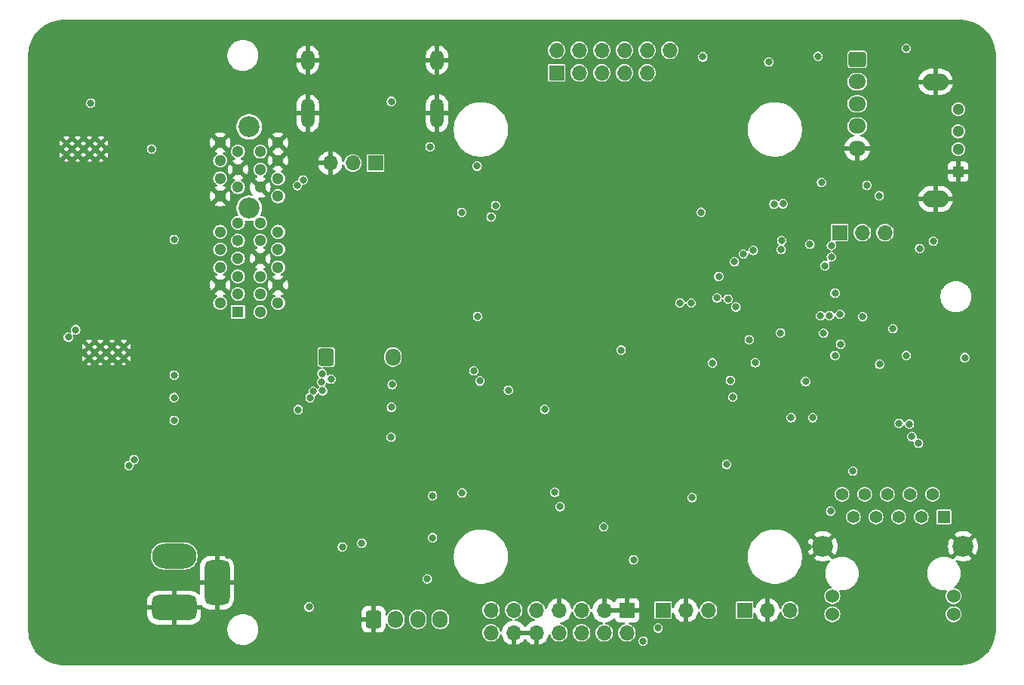
<source format=gbr>
%TF.GenerationSoftware,KiCad,Pcbnew,8.0.2*%
%TF.CreationDate,2024-05-19T12:28:56+02:00*%
%TF.ProjectId,CM4_NAS,434d345f-4e41-4532-9e6b-696361645f70,rev?*%
%TF.SameCoordinates,Original*%
%TF.FileFunction,Copper,L2,Inr*%
%TF.FilePolarity,Positive*%
%FSLAX46Y46*%
G04 Gerber Fmt 4.6, Leading zero omitted, Abs format (unit mm)*
G04 Created by KiCad (PCBNEW 8.0.2) date 2024-05-19 12:28:56*
%MOMM*%
%LPD*%
G01*
G04 APERTURE LIST*
G04 Aperture macros list*
%AMRoundRect*
0 Rectangle with rounded corners*
0 $1 Rounding radius*
0 $2 $3 $4 $5 $6 $7 $8 $9 X,Y pos of 4 corners*
0 Add a 4 corners polygon primitive as box body*
4,1,4,$2,$3,$4,$5,$6,$7,$8,$9,$2,$3,0*
0 Add four circle primitives for the rounded corners*
1,1,$1+$1,$2,$3*
1,1,$1+$1,$4,$5*
1,1,$1+$1,$6,$7*
1,1,$1+$1,$8,$9*
0 Add four rect primitives between the rounded corners*
20,1,$1+$1,$2,$3,$4,$5,0*
20,1,$1+$1,$4,$5,$6,$7,0*
20,1,$1+$1,$6,$7,$8,$9,0*
20,1,$1+$1,$8,$9,$2,$3,0*%
G04 Aperture macros list end*
%TA.AperFunction,ComponentPad*%
%ADD10R,1.700000X1.700000*%
%TD*%
%TA.AperFunction,ComponentPad*%
%ADD11O,1.700000X1.700000*%
%TD*%
%TA.AperFunction,ComponentPad*%
%ADD12RoundRect,0.250000X-0.600000X-0.725000X0.600000X-0.725000X0.600000X0.725000X-0.600000X0.725000X0*%
%TD*%
%TA.AperFunction,ComponentPad*%
%ADD13O,1.700000X1.950000*%
%TD*%
%TA.AperFunction,ComponentPad*%
%ADD14R,1.398000X1.398000*%
%TD*%
%TA.AperFunction,ComponentPad*%
%ADD15C,1.398000*%
%TD*%
%TA.AperFunction,ComponentPad*%
%ADD16C,1.530000*%
%TD*%
%TA.AperFunction,ComponentPad*%
%ADD17C,2.355000*%
%TD*%
%TA.AperFunction,ComponentPad*%
%ADD18C,0.500000*%
%TD*%
%TA.AperFunction,ComponentPad*%
%ADD19C,2.350000*%
%TD*%
%TA.AperFunction,ComponentPad*%
%ADD20R,1.300000X1.300000*%
%TD*%
%TA.AperFunction,ComponentPad*%
%ADD21C,1.300000*%
%TD*%
%TA.AperFunction,ComponentPad*%
%ADD22RoundRect,0.249900X-0.600100X-0.725100X0.600100X-0.725100X0.600100X0.725100X-0.600100X0.725100X0*%
%TD*%
%TA.AperFunction,ComponentPad*%
%ADD23O,2.900000X1.900000*%
%TD*%
%TA.AperFunction,ComponentPad*%
%ADD24O,5.000000X2.800000*%
%TD*%
%TA.AperFunction,ComponentPad*%
%ADD25RoundRect,0.700000X1.800000X-0.700000X1.800000X0.700000X-1.800000X0.700000X-1.800000X-0.700000X0*%
%TD*%
%TA.AperFunction,ComponentPad*%
%ADD26RoundRect,0.700000X0.700000X-1.800000X0.700000X1.800000X-0.700000X1.800000X-0.700000X-1.800000X0*%
%TD*%
%TA.AperFunction,ComponentPad*%
%ADD27O,1.500000X3.300000*%
%TD*%
%TA.AperFunction,ComponentPad*%
%ADD28O,1.500000X2.300000*%
%TD*%
%TA.AperFunction,ComponentPad*%
%ADD29RoundRect,0.250000X-0.725000X0.600000X-0.725000X-0.600000X0.725000X-0.600000X0.725000X0.600000X0*%
%TD*%
%TA.AperFunction,ComponentPad*%
%ADD30O,1.950000X1.700000*%
%TD*%
%TA.AperFunction,ViaPad*%
%ADD31C,0.800000*%
%TD*%
G04 APERTURE END LIST*
D10*
%TO.N,/+3.3v*%
%TO.C,J15*%
X108940000Y-85390000D03*
D11*
%TO.N,/Temp_DATA*%
X106400000Y-85390000D03*
%TO.N,GND*%
X103860000Y-85390000D03*
%TD*%
D12*
%TO.N,GND*%
%TO.C,J7*%
X108712000Y-136652000D03*
D13*
%TO.N,+12V*%
X111212000Y-136652000D03*
%TO.N,Net-(J7-Pin_3)*%
X113712000Y-136652000D03*
%TO.N,Net-(J7-Pin_4)*%
X116212000Y-136652000D03*
%TD*%
D14*
%TO.N,/TRD0_P*%
%TO.C,J0*%
X172715000Y-125150000D03*
D15*
%TO.N,/TRD0_N*%
X171445000Y-122610000D03*
%TO.N,/TRD1_P*%
X170175000Y-125150000D03*
%TO.N,/TRD1_N*%
X168905000Y-122610000D03*
%TO.N,Net-(J0-TRCT1)*%
X167635000Y-125150000D03*
X166365000Y-122610000D03*
%TO.N,/TRD2_P*%
X165095000Y-125150000D03*
%TO.N,/TRD2_N*%
X163825000Y-122610000D03*
%TO.N,/TRD3_P*%
X162555000Y-125150000D03*
%TO.N,/TRD3_N*%
X161285000Y-122610000D03*
D16*
%TO.N,/+3.3v*%
X160200000Y-134050000D03*
%TO.N,Net-(J0-LED-L_K_GRN)*%
X160200000Y-136080000D03*
%TO.N,/+3.3v*%
X173800000Y-134050000D03*
%TO.N,Net-(J0-LED-R_K_YLW)*%
X173800000Y-136080000D03*
D17*
%TO.N,GND*%
X159125000Y-128450000D03*
X174875000Y-128450000D03*
%TD*%
D10*
%TO.N,+5V*%
%TO.C,J12*%
X161036000Y-93218000D03*
D11*
%TO.N,/USB2_VBUS*%
X163576000Y-93218000D03*
%TO.N,/USBOTG_ID*%
X166116000Y-93218000D03*
%TD*%
D18*
%TO.N,GND*%
%TO.C,U9*%
X74250000Y-84470000D03*
X75550000Y-84470000D03*
X76850000Y-84470000D03*
X78150000Y-84470000D03*
X74250000Y-83170000D03*
X75550000Y-83170000D03*
X76850000Y-83170000D03*
X78150000Y-83170000D03*
%TD*%
D19*
%TO.N,N/C*%
%TO.C,J3*%
X94762000Y-90458000D03*
X94762000Y-81308000D03*
D20*
%TO.N,unconnected-(J3-nPRSNT1-PadA1)*%
X93512000Y-102108000D03*
D21*
%TO.N,+12V*%
X91512000Y-101108000D03*
X93512000Y-100108000D03*
%TO.N,GND*%
X91512000Y-99108000D03*
%TO.N,+3V3*%
X93512000Y-98108000D03*
X91512000Y-97108000D03*
%TO.N,unconnected-(J3-TD0-PadA7)*%
X93512000Y-96108000D03*
%TO.N,+3V3*%
X91512000Y-95108000D03*
X93512000Y-94108000D03*
X91512000Y-93108000D03*
%TO.N,/PCIE_nRST*%
X93512000Y-92108000D03*
%TO.N,GND*%
X91512000Y-89108000D03*
%TO.N,/PCIE_CLK_P*%
X93512000Y-88108000D03*
%TO.N,/PCIE_CLK_N*%
X91512000Y-87108000D03*
%TO.N,GND*%
X93512000Y-86108000D03*
%TO.N,/PCIE_RX_P*%
X91512000Y-85108000D03*
%TO.N,/PCIE_RX_N*%
X93512000Y-84108000D03*
%TO.N,GND*%
X91512000Y-83108000D03*
%TO.N,+12V*%
X96012000Y-102108000D03*
X98012000Y-101108000D03*
X96012000Y-100108000D03*
%TO.N,GND*%
X98012000Y-99108000D03*
%TO.N,unconnected-(J3-SMCLK-PadB5)*%
X96012000Y-98108000D03*
%TO.N,unconnected-(J3-SMDAT-PadB6)*%
X98012000Y-97108000D03*
%TO.N,GND*%
X96012000Y-96108000D03*
%TO.N,+3V3*%
X98012000Y-95108000D03*
X96012000Y-94108000D03*
X98012000Y-93108000D03*
%TO.N,unconnected-(J3-nWAKE-PadB11)*%
X96012000Y-92108000D03*
%TO.N,/PCIE_CLK_nREQ*%
X98012000Y-89108000D03*
%TO.N,GND*%
X96012000Y-88108000D03*
%TO.N,/PCIE_TX_P*%
X98012000Y-87108000D03*
%TO.N,/PCIE_TX_N*%
X96012000Y-86108000D03*
%TO.N,GND*%
X98012000Y-85108000D03*
%TO.N,unconnected-(J3-nPRSNT2-PadB17)*%
X96012000Y-84108000D03*
%TO.N,GND*%
X98012000Y-83108000D03*
%TD*%
D10*
%TO.N,/GLOBAL_EN*%
%TO.C,J11*%
X150368000Y-135636000D03*
D11*
%TO.N,GND*%
X152908000Y-135636000D03*
%TO.N,/RUN_PG*%
X155448000Y-135636000D03*
%TD*%
D10*
%TO.N,/WL_nDis*%
%TO.C,J9*%
X141224000Y-135636000D03*
D11*
%TO.N,GND*%
X143764000Y-135636000D03*
%TO.N,/BT_nDis*%
X146304000Y-135636000D03*
%TD*%
D22*
%TO.N,+5V*%
%TO.C,J4*%
X103400000Y-107170000D03*
D13*
%TO.N,GND*%
X105900000Y-107170000D03*
X108400000Y-107170000D03*
%TO.N,+12V*%
X110900000Y-107170000D03*
%TD*%
D10*
%TO.N,GND*%
%TO.C,J10*%
X137160000Y-135636000D03*
D11*
%TO.N,/nRPIBOOT*%
X137160000Y-138176000D03*
%TO.N,GND*%
X134620000Y-135636000D03*
%TO.N,/EEPROM_nWP*%
X134620000Y-138176000D03*
%TO.N,/AIN0*%
X132080000Y-135636000D03*
%TO.N,/AIN1*%
X132080000Y-138176000D03*
%TO.N,GND*%
X129540000Y-135636000D03*
%TO.N,/SYNC_IN*%
X129540000Y-138176000D03*
%TO.N,/SYNC_OUT*%
X127000000Y-135636000D03*
%TO.N,GND*%
X127000000Y-138176000D03*
%TO.N,/TV_OUT*%
X124460000Y-135636000D03*
%TO.N,GND*%
X124460000Y-138176000D03*
%TO.N,Net-(J10-Pin_13)*%
X121920000Y-135636000D03*
%TO.N,/GLOBAL_EN*%
X121920000Y-138176000D03*
%TD*%
D18*
%TO.N,GND*%
%TO.C,U8*%
X76790000Y-107330000D03*
X78090000Y-107330000D03*
X79390000Y-107330000D03*
X80690000Y-107330000D03*
X76790000Y-106030000D03*
X78090000Y-106030000D03*
X79390000Y-106030000D03*
X80690000Y-106030000D03*
%TD*%
D21*
%TO.N,/USB2_VBUS*%
%TO.C,J1*%
X174318000Y-79338000D03*
%TO.N,/USB2_N*%
X174318000Y-81838000D03*
%TO.N,/USB2_P*%
X174318000Y-83838000D03*
D20*
%TO.N,GND*%
X174318000Y-86338000D03*
D23*
X171778000Y-89408000D03*
X171778000Y-76268000D03*
%TD*%
D10*
%TO.N,/GPIO26*%
%TO.C,J13*%
X129260000Y-75270000D03*
D11*
%TO.N,/GPIO15*%
X129260000Y-72730000D03*
%TO.N,/GPIO3*%
X131800000Y-75270000D03*
%TO.N,/GPIO18*%
X131800000Y-72730000D03*
%TO.N,/GPIO2*%
X134340000Y-75270000D03*
%TO.N,/GPIO23*%
X134340000Y-72730000D03*
%TO.N,/GPIO14*%
X136880000Y-75270000D03*
%TO.N,/GPIO24*%
X136880000Y-72730000D03*
%TO.N,/GPIO12*%
X139420000Y-75270000D03*
%TO.N,/+3.3v*%
X139420000Y-72730000D03*
%TO.N,GND*%
X141960000Y-75270000D03*
%TO.N,+5V*%
X141960000Y-72730000D03*
%TD*%
D24*
%TO.N,Net-(Q1-D)*%
%TO.C,J14*%
X86360000Y-129540000D03*
D25*
%TO.N,GND*%
X86360000Y-135340000D03*
D26*
X91160000Y-132540000D03*
%TD*%
D27*
%TO.N,GND*%
%TO.C,J2*%
X101340000Y-79790000D03*
X115840000Y-79790000D03*
D28*
X115840000Y-73830000D03*
X101340000Y-73830000D03*
%TD*%
D29*
%TO.N,/OLED_BTN*%
%TO.C,J8*%
X163000000Y-73750000D03*
D30*
%TO.N,/SDA*%
X163000000Y-76250000D03*
%TO.N,/SCL*%
X163000000Y-78750000D03*
%TO.N,/+3.3v*%
X163000000Y-81250000D03*
%TO.N,GND*%
X163000000Y-83750000D03*
%TD*%
D31*
%TO.N,/USBOTG_ID*%
X170000000Y-95000000D03*
%TO.N,Net-(Module1A-PI_nLED_Activity)*%
X160500000Y-100000000D03*
X160500000Y-107000000D03*
%TO.N,Net-(J0-LED-R_K_YLW)*%
X165500000Y-108000000D03*
%TO.N,/ETH_LEDG*%
X167000000Y-104000000D03*
%TO.N,Net-(J0-LED-L_K_GRN)*%
X168500000Y-107000000D03*
%TO.N,GND*%
X169179660Y-97597768D03*
%TO.N,Net-(R6-Pad2)*%
X168500000Y-72500000D03*
%TO.N,GND*%
X176000000Y-126000000D03*
X78740000Y-129540000D03*
X108140000Y-89420000D03*
X111450000Y-92440000D03*
X153840000Y-107740000D03*
X91440000Y-127000000D03*
X106546256Y-114300000D03*
X92791108Y-116210225D03*
X109410000Y-101310000D03*
X109474000Y-78486000D03*
X114690000Y-93030000D03*
X114680000Y-88210000D03*
X106680000Y-111760000D03*
X100920000Y-84300000D03*
X105721503Y-116751968D03*
X151350000Y-99330000D03*
X92393329Y-129510279D03*
X91440000Y-128248137D03*
X158020000Y-105490000D03*
X157790000Y-102090000D03*
X135850000Y-80380000D03*
X156540000Y-115540000D03*
X91867347Y-122797186D03*
X144640000Y-104830000D03*
X120230000Y-107430000D03*
X108500000Y-93670000D03*
X123950000Y-95070000D03*
X118720000Y-88790000D03*
X75799900Y-130134416D03*
X130700000Y-128420000D03*
X158000000Y-126000000D03*
X117080000Y-97870000D03*
X93980000Y-116165241D03*
X157560000Y-112860000D03*
X148430000Y-97390000D03*
X122600000Y-87220000D03*
X142920000Y-120500000D03*
X108250000Y-78250000D03*
X119800000Y-140870000D03*
X90360385Y-122797186D03*
X99470000Y-90090000D03*
X158000000Y-131000000D03*
X92836092Y-117402298D03*
X169500000Y-98500000D03*
X149810000Y-131970000D03*
X101500000Y-95460000D03*
X93980000Y-129540000D03*
X81030766Y-130773414D03*
X156520000Y-133060000D03*
X108442090Y-109310293D03*
X114560000Y-100330000D03*
X126750000Y-89000000D03*
X114550000Y-112270000D03*
X105980000Y-77670000D03*
X169570000Y-111020000D03*
X90450353Y-123921784D03*
X176000000Y-130500000D03*
X166670000Y-115160000D03*
X146460000Y-128630000D03*
X117070000Y-93840000D03*
X92092266Y-124124212D03*
X120520000Y-103900000D03*
X153880000Y-109750000D03*
X93980000Y-117346069D03*
X105950000Y-109340000D03*
X123150000Y-120520000D03*
X174470000Y-116140000D03*
X108620000Y-111580000D03*
X91520000Y-91080000D03*
X117930000Y-78570000D03*
X79399365Y-97895238D03*
X120920000Y-124420000D03*
X76795547Y-128514631D03*
X157500000Y-128500000D03*
X96520000Y-132080000D03*
X105587759Y-115369949D03*
X92530000Y-80880000D03*
X176240000Y-93110000D03*
X85674622Y-98942600D03*
X160620000Y-118280000D03*
X105640000Y-113840000D03*
X157920000Y-107000000D03*
X134500000Y-130360000D03*
X125860000Y-130770000D03*
X159650000Y-114710000D03*
X177000000Y-128500000D03*
X142990000Y-130010000D03*
X79500143Y-130832856D03*
X75175762Y-128262004D03*
X119000000Y-116260000D03*
X166480000Y-111930000D03*
%TO.N,Net-(J0-TRCT1)*%
X175070000Y-107250000D03*
%TO.N,/+3.3v*%
X158981000Y-87561000D03*
X158000000Y-114000000D03*
X101487415Y-135267559D03*
X150210000Y-95610000D03*
X155580000Y-114000000D03*
X86360000Y-93980000D03*
X145670000Y-73460000D03*
X153060000Y-74020000D03*
%TO.N,Net-(D1-K)*%
X164084000Y-87884000D03*
X158590000Y-73390000D03*
%TO.N,+5V*%
X103939383Y-109672110D03*
X118660000Y-122450000D03*
X101600000Y-111760000D03*
X159371000Y-96919000D03*
X160090000Y-94672000D03*
X102884293Y-109984179D03*
X100272500Y-113087500D03*
X160090000Y-95942000D03*
X103003177Y-110964966D03*
X102935174Y-109025683D03*
X120350000Y-85740000D03*
X101948087Y-111039268D03*
%TO.N,/HDMI0_HOTPLUG*%
X115062000Y-83566000D03*
X122428000Y-90170000D03*
%TO.N,/HDMI0_SDA*%
X118618000Y-90932000D03*
X121920000Y-91440000D03*
%TO.N,/HDMI0_CEC*%
X110720000Y-78460000D03*
X120396000Y-102616000D03*
%TO.N,/+12v*%
X114755000Y-132115000D03*
X110690000Y-116190000D03*
X81864509Y-118700243D03*
X81280000Y-119380000D03*
X110810000Y-110280000D03*
X115338001Y-122761999D03*
X110720000Y-112830000D03*
X115338001Y-127481999D03*
%TO.N,/PCIE_CLK_nREQ*%
X119970000Y-108740000D03*
%TO.N,Net-(U8-SW)*%
X86360000Y-109220000D03*
X86345571Y-111735916D03*
X74476200Y-104956200D03*
X75314899Y-104117500D03*
X86360000Y-114300000D03*
X86360000Y-114300000D03*
%TO.N,/PCIE_RX_P*%
X100166498Y-87923502D03*
%TO.N,/PCIE_RX_N*%
X100813502Y-87276498D03*
%TO.N,/PCIE_nRST*%
X120657500Y-109870000D03*
%TO.N,Net-(U9-COMP)*%
X83820000Y-83820000D03*
X76980861Y-78661296D03*
%TO.N,/SDA*%
X153650000Y-90010000D03*
X105230653Y-128520653D03*
%TO.N,/SCL*%
X107405405Y-128104595D03*
X154660000Y-89970000D03*
%TO.N,/BT_nDis*%
X154462510Y-95108348D03*
X144470000Y-122970000D03*
X151557500Y-107830000D03*
X148490000Y-100650000D03*
%TO.N,/WL_nDis*%
X154380000Y-104460000D03*
X146740000Y-107840000D03*
%TO.N,/GLOBAL_EN*%
X147260000Y-100550000D03*
X150870000Y-105240000D03*
X148340000Y-119250000D03*
X154520000Y-94110000D03*
%TO.N,Net-(J10-Pin_13)*%
X140640000Y-137640000D03*
%TO.N,/TV_OUT*%
X123850000Y-110920000D03*
X127930000Y-113070000D03*
%TO.N,/SYNC_OUT*%
X148760000Y-109820000D03*
X129050000Y-122390000D03*
%TO.N,/SYNC_IN*%
X129660000Y-123990000D03*
X149020000Y-111680000D03*
%TO.N,/nRPIBOOT*%
X138960000Y-139100000D03*
X157690000Y-94520000D03*
%TO.N,/RUN_PG*%
X134550000Y-126270000D03*
X144370000Y-101120000D03*
X151330000Y-95206500D03*
X137900000Y-129960000D03*
%TO.N,Net-(R6-Pad2)*%
X165458864Y-89051136D03*
%TO.N,/OLED_BTN*%
X171540000Y-94170000D03*
%TO.N,/USBOTG_ID*%
X145470000Y-90920000D03*
%TO.N,/Temp_DATA*%
X136500000Y-106400000D03*
%TO.N,/GPIO2*%
X149220000Y-96470000D03*
%TO.N,/SD_CLK*%
X149390000Y-101570000D03*
%TO.N,/GPIO3*%
X147460000Y-98130000D03*
%TO.N,/GPIO14*%
X163610000Y-102650000D03*
%TO.N,/GPIO15*%
X158880097Y-102544057D03*
%TO.N,/GPIO18*%
X159880000Y-102530000D03*
%TO.N,/GPIO23*%
X161066385Y-102376385D03*
%TO.N,/GPIO24*%
X159210000Y-104500000D03*
%TO.N,/GPIO26*%
X143100000Y-101100000D03*
%TO.N,/ETH_LEDG*%
X157199999Y-109940000D03*
%TO.N,Net-(J0-LED-L_K_GRN)*%
X160000000Y-124500000D03*
%TO.N,/GPIO12*%
X161126249Y-105756249D03*
%TO.N,/TRD3_P*%
X167668482Y-114623990D03*
X162500000Y-120000000D03*
%TO.N,/TRD3_N*%
X168844761Y-114706364D03*
%TO.N,/TRD2_P*%
X169871232Y-116871232D03*
%TO.N,/TRD2_N*%
X169128768Y-116128768D03*
%TD*%
%TA.AperFunction,Conductor*%
%TO.N,GND*%
G36*
X126534075Y-137983007D02*
G01*
X126500000Y-138110174D01*
X126500000Y-138241826D01*
X126534075Y-138368993D01*
X126569297Y-138430000D01*
X124890703Y-138430000D01*
X124925925Y-138368993D01*
X124960000Y-138241826D01*
X124960000Y-138110174D01*
X124925925Y-137983007D01*
X124890703Y-137922000D01*
X126569297Y-137922000D01*
X126534075Y-137983007D01*
G37*
%TD.AperFunction*%
%TA.AperFunction,Conductor*%
G36*
X136694075Y-135443007D02*
G01*
X136660000Y-135570174D01*
X136660000Y-135701826D01*
X136694075Y-135828993D01*
X136729297Y-135890000D01*
X135050703Y-135890000D01*
X135085925Y-135828993D01*
X135120000Y-135701826D01*
X135120000Y-135570174D01*
X135085925Y-135443007D01*
X135050703Y-135382000D01*
X136729297Y-135382000D01*
X136694075Y-135443007D01*
G37*
%TD.AperFunction*%
%TA.AperFunction,Conductor*%
G36*
X174560756Y-69300009D02*
G01*
X174564314Y-69300051D01*
X174750961Y-69302268D01*
X174761799Y-69302865D01*
X175141082Y-69340221D01*
X175141123Y-69340225D01*
X175153353Y-69342038D01*
X175526452Y-69416253D01*
X175538439Y-69419255D01*
X175902480Y-69529685D01*
X175914116Y-69533849D01*
X176265574Y-69679428D01*
X176276736Y-69684707D01*
X176444487Y-69774372D01*
X176612230Y-69864033D01*
X176622836Y-69870390D01*
X176848062Y-70020881D01*
X176939114Y-70081720D01*
X176939137Y-70081735D01*
X176949068Y-70089101D01*
X177243116Y-70330419D01*
X177252279Y-70338723D01*
X177521271Y-70607716D01*
X177529574Y-70616877D01*
X177770902Y-70910935D01*
X177778268Y-70920867D01*
X177989609Y-71237162D01*
X177995966Y-71247768D01*
X178175288Y-71583254D01*
X178180575Y-71594432D01*
X178326152Y-71945888D01*
X178330317Y-71957530D01*
X178440740Y-72321546D01*
X178443745Y-72333541D01*
X178517960Y-72706644D01*
X178519774Y-72718875D01*
X178557133Y-73098190D01*
X178557731Y-73109044D01*
X178559990Y-73299242D01*
X178559999Y-73300738D01*
X178559999Y-137799260D01*
X178559990Y-137800756D01*
X178557732Y-137990954D01*
X178557134Y-138001808D01*
X178519775Y-138381123D01*
X178517961Y-138393354D01*
X178443746Y-138766457D01*
X178440742Y-138778452D01*
X178331263Y-139139358D01*
X178330319Y-139142469D01*
X178326153Y-139154111D01*
X178180576Y-139505566D01*
X178175289Y-139516744D01*
X177995967Y-139852231D01*
X177989610Y-139862837D01*
X177778269Y-140179132D01*
X177770903Y-140189064D01*
X177529571Y-140483128D01*
X177521267Y-140492289D01*
X177252289Y-140761267D01*
X177243128Y-140769571D01*
X176949064Y-141010903D01*
X176939132Y-141018269D01*
X176622837Y-141229610D01*
X176612231Y-141235967D01*
X176276744Y-141415289D01*
X176265566Y-141420576D01*
X175914111Y-141566153D01*
X175902477Y-141570316D01*
X175581808Y-141667589D01*
X175538452Y-141680742D01*
X175526457Y-141683746D01*
X175153354Y-141757961D01*
X175141123Y-141759775D01*
X174761808Y-141797134D01*
X174750954Y-141797732D01*
X174560757Y-141799991D01*
X174559261Y-141800000D01*
X73949190Y-141800000D01*
X73947677Y-141799991D01*
X73757460Y-141797707D01*
X73746624Y-141797109D01*
X73367305Y-141759752D01*
X73355073Y-141757938D01*
X72981976Y-141683727D01*
X72969988Y-141680724D01*
X72605945Y-141570295D01*
X72594311Y-141566132D01*
X72397836Y-141484750D01*
X72242865Y-141420560D01*
X72231687Y-141415273D01*
X71896200Y-141235953D01*
X71885595Y-141229597D01*
X71692435Y-141100534D01*
X71569286Y-141018250D01*
X71559372Y-141010896D01*
X71298874Y-140797113D01*
X71265305Y-140769564D01*
X71256143Y-140761260D01*
X70987157Y-140492275D01*
X70978853Y-140483113D01*
X70737525Y-140189057D01*
X70730159Y-140179125D01*
X70518817Y-139862831D01*
X70512464Y-139852231D01*
X70333134Y-139516732D01*
X70327853Y-139505566D01*
X70182271Y-139154099D01*
X70178111Y-139142473D01*
X70067683Y-138778441D01*
X70064683Y-138766469D01*
X69990463Y-138393339D01*
X69988653Y-138381133D01*
X69951291Y-138001799D01*
X69950694Y-137990953D01*
X69950512Y-137975634D01*
X69948434Y-137800672D01*
X69948426Y-137799179D01*
X69948426Y-137669039D01*
X92312448Y-137669039D01*
X92312448Y-137930961D01*
X92343202Y-138135000D01*
X92351485Y-138189956D01*
X92351486Y-138189964D01*
X92391049Y-138318220D01*
X92425528Y-138430000D01*
X92428690Y-138440248D01*
X92542333Y-138676229D01*
X92542337Y-138676236D01*
X92689873Y-138892630D01*
X92689878Y-138892637D01*
X92868030Y-139084639D01*
X93072809Y-139247945D01*
X93072812Y-139247947D01*
X93299642Y-139378907D01*
X93299646Y-139378909D01*
X93414239Y-139423883D01*
X93543456Y-139474597D01*
X93641413Y-139496955D01*
X93798806Y-139532879D01*
X93798811Y-139532880D01*
X94060001Y-139552454D01*
X94321191Y-139532880D01*
X94576546Y-139474597D01*
X94763059Y-139401395D01*
X94820355Y-139378909D01*
X94820359Y-139378907D01*
X94820358Y-139378907D01*
X94820362Y-139378906D01*
X95047193Y-139247945D01*
X95251972Y-139084639D01*
X95430124Y-138892637D01*
X95577670Y-138676227D01*
X95691314Y-138440243D01*
X95768517Y-138189958D01*
X95770621Y-138175996D01*
X120937770Y-138175996D01*
X120937770Y-138176003D01*
X120956641Y-138367616D01*
X120956641Y-138367618D01*
X121012537Y-138551880D01*
X121012539Y-138551886D01*
X121030815Y-138586077D01*
X121103306Y-138721698D01*
X121225459Y-138870541D01*
X121374302Y-138992694D01*
X121544117Y-139083462D01*
X121728376Y-139139357D01*
X121728380Y-139139357D01*
X121728382Y-139139358D01*
X121919997Y-139158230D01*
X121920000Y-139158230D01*
X121920003Y-139158230D01*
X122111616Y-139139358D01*
X122111618Y-139139358D01*
X122111619Y-139139357D01*
X122111624Y-139139357D01*
X122295883Y-139083462D01*
X122465698Y-138992694D01*
X122614541Y-138870541D01*
X122736694Y-138721698D01*
X122827462Y-138551883D01*
X122874099Y-138398141D01*
X122913013Y-138338762D01*
X122977855Y-138309846D01*
X123048036Y-138320577D01*
X123101274Y-138367547D01*
X123116817Y-138403788D01*
X123171176Y-138618449D01*
X123171179Y-138618456D01*
X123261580Y-138824548D01*
X123384674Y-139012958D01*
X123537097Y-139178534D01*
X123714698Y-139316767D01*
X123714699Y-139316768D01*
X123912628Y-139423882D01*
X123912630Y-139423883D01*
X124125483Y-139496955D01*
X124125492Y-139496957D01*
X124206000Y-139510391D01*
X124206000Y-138606702D01*
X124267007Y-138641925D01*
X124394174Y-138676000D01*
X124525826Y-138676000D01*
X124652993Y-138641925D01*
X124714000Y-138606702D01*
X124714000Y-139510390D01*
X124794507Y-139496957D01*
X124794516Y-139496955D01*
X125007369Y-139423883D01*
X125007371Y-139423882D01*
X125205300Y-139316768D01*
X125205301Y-139316767D01*
X125382902Y-139178534D01*
X125535327Y-139012955D01*
X125624517Y-138876441D01*
X125678521Y-138830352D01*
X125748868Y-138820777D01*
X125813226Y-138850754D01*
X125835483Y-138876441D01*
X125924672Y-139012955D01*
X126077097Y-139178534D01*
X126254698Y-139316767D01*
X126254699Y-139316768D01*
X126452628Y-139423882D01*
X126452630Y-139423883D01*
X126665483Y-139496955D01*
X126665492Y-139496957D01*
X126746000Y-139510391D01*
X126746000Y-138606702D01*
X126807007Y-138641925D01*
X126934174Y-138676000D01*
X127065826Y-138676000D01*
X127192993Y-138641925D01*
X127254000Y-138606702D01*
X127254000Y-139510390D01*
X127334507Y-139496957D01*
X127334516Y-139496955D01*
X127547369Y-139423883D01*
X127547371Y-139423882D01*
X127745300Y-139316768D01*
X127745301Y-139316767D01*
X127922902Y-139178534D01*
X128075325Y-139012958D01*
X128198419Y-138824548D01*
X128288819Y-138618458D01*
X128343181Y-138403788D01*
X128379294Y-138342662D01*
X128442721Y-138310763D01*
X128513325Y-138318220D01*
X128568690Y-138362664D01*
X128585900Y-138398143D01*
X128632533Y-138551871D01*
X128632539Y-138551886D01*
X128650815Y-138586077D01*
X128723306Y-138721698D01*
X128845459Y-138870541D01*
X128994302Y-138992694D01*
X129164117Y-139083462D01*
X129348376Y-139139357D01*
X129348380Y-139139357D01*
X129348382Y-139139358D01*
X129539997Y-139158230D01*
X129540000Y-139158230D01*
X129540003Y-139158230D01*
X129731616Y-139139358D01*
X129731618Y-139139358D01*
X129731619Y-139139357D01*
X129731624Y-139139357D01*
X129915883Y-139083462D01*
X130085698Y-138992694D01*
X130234541Y-138870541D01*
X130356694Y-138721698D01*
X130447462Y-138551883D01*
X130503357Y-138367624D01*
X130520855Y-138189964D01*
X130522230Y-138176003D01*
X130522230Y-138175996D01*
X131097770Y-138175996D01*
X131097770Y-138176003D01*
X131116641Y-138367616D01*
X131116641Y-138367618D01*
X131172537Y-138551880D01*
X131172539Y-138551886D01*
X131190815Y-138586077D01*
X131263306Y-138721698D01*
X131385459Y-138870541D01*
X131534302Y-138992694D01*
X131704117Y-139083462D01*
X131888376Y-139139357D01*
X131888380Y-139139357D01*
X131888382Y-139139358D01*
X132079997Y-139158230D01*
X132080000Y-139158230D01*
X132080003Y-139158230D01*
X132271616Y-139139358D01*
X132271618Y-139139358D01*
X132271619Y-139139357D01*
X132271624Y-139139357D01*
X132455883Y-139083462D01*
X132625698Y-138992694D01*
X132774541Y-138870541D01*
X132896694Y-138721698D01*
X132987462Y-138551883D01*
X133043357Y-138367624D01*
X133060855Y-138189964D01*
X133062230Y-138176003D01*
X133062230Y-138175996D01*
X133043358Y-137984383D01*
X133043358Y-137984381D01*
X133043357Y-137984378D01*
X133043357Y-137984376D01*
X132987462Y-137800117D01*
X132987399Y-137800000D01*
X132942999Y-137716933D01*
X132896694Y-137630302D01*
X132774541Y-137481459D01*
X132625698Y-137359306D01*
X132587785Y-137339041D01*
X132455886Y-137268539D01*
X132455880Y-137268537D01*
X132361873Y-137240020D01*
X132271624Y-137212643D01*
X132271623Y-137212642D01*
X132271617Y-137212641D01*
X132080003Y-137193770D01*
X132079997Y-137193770D01*
X131888383Y-137212641D01*
X131888381Y-137212641D01*
X131704119Y-137268537D01*
X131704113Y-137268539D01*
X131534301Y-137359306D01*
X131385459Y-137481459D01*
X131263306Y-137630301D01*
X131172539Y-137800113D01*
X131172537Y-137800119D01*
X131116641Y-137984381D01*
X131116641Y-137984383D01*
X131097770Y-138175996D01*
X130522230Y-138175996D01*
X130503358Y-137984383D01*
X130503358Y-137984381D01*
X130503357Y-137984378D01*
X130503357Y-137984376D01*
X130447462Y-137800117D01*
X130447399Y-137800000D01*
X130402999Y-137716933D01*
X130356694Y-137630302D01*
X130234541Y-137481459D01*
X130085698Y-137359306D01*
X130047785Y-137339041D01*
X129915886Y-137268539D01*
X129915871Y-137268533D01*
X129753679Y-137219333D01*
X129694298Y-137180418D01*
X129665382Y-137115577D01*
X129676113Y-137045396D01*
X129723083Y-136992157D01*
X129769517Y-136974477D01*
X129874507Y-136956957D01*
X129874516Y-136956955D01*
X130087369Y-136883883D01*
X130087371Y-136883882D01*
X130285300Y-136776768D01*
X130285301Y-136776767D01*
X130462902Y-136638534D01*
X130615325Y-136472958D01*
X130738419Y-136284548D01*
X130828819Y-136078458D01*
X130883181Y-135863788D01*
X130919294Y-135802662D01*
X130982721Y-135770763D01*
X131053325Y-135778220D01*
X131108690Y-135822664D01*
X131125900Y-135858143D01*
X131172533Y-136011871D01*
X131172539Y-136011886D01*
X131202063Y-136067121D01*
X131263306Y-136181698D01*
X131385459Y-136330541D01*
X131534302Y-136452694D01*
X131620098Y-136498553D01*
X131689679Y-136535745D01*
X131704117Y-136543462D01*
X131888376Y-136599357D01*
X131888380Y-136599357D01*
X131888382Y-136599358D01*
X132079997Y-136618230D01*
X132080000Y-136618230D01*
X132080003Y-136618230D01*
X132271616Y-136599358D01*
X132271618Y-136599358D01*
X132271619Y-136599357D01*
X132271624Y-136599357D01*
X132455883Y-136543462D01*
X132625698Y-136452694D01*
X132774541Y-136330541D01*
X132896694Y-136181698D01*
X132987462Y-136011883D01*
X133034099Y-135858141D01*
X133073013Y-135798762D01*
X133137855Y-135769846D01*
X133208036Y-135780577D01*
X133261274Y-135827547D01*
X133276817Y-135863788D01*
X133331176Y-136078449D01*
X133331179Y-136078456D01*
X133421580Y-136284548D01*
X133544674Y-136472958D01*
X133697097Y-136638534D01*
X133874698Y-136776767D01*
X133874699Y-136776768D01*
X134072628Y-136883882D01*
X134072630Y-136883883D01*
X134285483Y-136956955D01*
X134285490Y-136956957D01*
X134390483Y-136974477D01*
X134454382Y-137005419D01*
X134491410Y-137065995D01*
X134489809Y-137136974D01*
X134450089Y-137195819D01*
X134406320Y-137219333D01*
X134244128Y-137268533D01*
X134244113Y-137268539D01*
X134074301Y-137359306D01*
X133925459Y-137481459D01*
X133803306Y-137630301D01*
X133712539Y-137800113D01*
X133712537Y-137800119D01*
X133656641Y-137984381D01*
X133656641Y-137984383D01*
X133637770Y-138175996D01*
X133637770Y-138176003D01*
X133656641Y-138367616D01*
X133656641Y-138367618D01*
X133712537Y-138551880D01*
X133712539Y-138551886D01*
X133730815Y-138586077D01*
X133803306Y-138721698D01*
X133925459Y-138870541D01*
X134074302Y-138992694D01*
X134244117Y-139083462D01*
X134428376Y-139139357D01*
X134428380Y-139139357D01*
X134428382Y-139139358D01*
X134619997Y-139158230D01*
X134620000Y-139158230D01*
X134620003Y-139158230D01*
X134811616Y-139139358D01*
X134811618Y-139139358D01*
X134811619Y-139139357D01*
X134811624Y-139139357D01*
X134995883Y-139083462D01*
X135165698Y-138992694D01*
X135314541Y-138870541D01*
X135436694Y-138721698D01*
X135527462Y-138551883D01*
X135583357Y-138367624D01*
X135600855Y-138189964D01*
X135602230Y-138176003D01*
X135602230Y-138175996D01*
X135583358Y-137984383D01*
X135583358Y-137984381D01*
X135583357Y-137984378D01*
X135583357Y-137984376D01*
X135527462Y-137800117D01*
X135527399Y-137800000D01*
X135482999Y-137716933D01*
X135436694Y-137630302D01*
X135314541Y-137481459D01*
X135165698Y-137359306D01*
X135127785Y-137339041D01*
X134995886Y-137268539D01*
X134995871Y-137268533D01*
X134833679Y-137219333D01*
X134774298Y-137180418D01*
X134745382Y-137115577D01*
X134756113Y-137045396D01*
X134803083Y-136992157D01*
X134849517Y-136974477D01*
X134954507Y-136956957D01*
X134954516Y-136956955D01*
X135167369Y-136883883D01*
X135167371Y-136883882D01*
X135365300Y-136776768D01*
X135365301Y-136776767D01*
X135542902Y-136638534D01*
X135604426Y-136571700D01*
X135665279Y-136535128D01*
X135736243Y-136537261D01*
X135794789Y-136577422D01*
X135815185Y-136613003D01*
X135859556Y-136731966D01*
X135947095Y-136848904D01*
X136064034Y-136936444D01*
X136200906Y-136987494D01*
X136261402Y-136993999D01*
X136261415Y-136994000D01*
X136839723Y-136994000D01*
X136907844Y-137014002D01*
X136954337Y-137067658D01*
X136964441Y-137137932D01*
X136934947Y-137202512D01*
X136876300Y-137240574D01*
X136828375Y-137255112D01*
X136784119Y-137268537D01*
X136784113Y-137268539D01*
X136614301Y-137359306D01*
X136465459Y-137481459D01*
X136343306Y-137630301D01*
X136252539Y-137800113D01*
X136252537Y-137800119D01*
X136196641Y-137984381D01*
X136196641Y-137984383D01*
X136177770Y-138175996D01*
X136177770Y-138176003D01*
X136196641Y-138367616D01*
X136196641Y-138367618D01*
X136252537Y-138551880D01*
X136252539Y-138551886D01*
X136270815Y-138586077D01*
X136343306Y-138721698D01*
X136465459Y-138870541D01*
X136614302Y-138992694D01*
X136784117Y-139083462D01*
X136968376Y-139139357D01*
X136968380Y-139139357D01*
X136968382Y-139139358D01*
X137159997Y-139158230D01*
X137160000Y-139158230D01*
X137160003Y-139158230D01*
X137351616Y-139139358D01*
X137351618Y-139139358D01*
X137351619Y-139139357D01*
X137351624Y-139139357D01*
X137481368Y-139099999D01*
X138427948Y-139099999D01*
X138427948Y-139100000D01*
X138446077Y-139237705D01*
X138499226Y-139366022D01*
X138499228Y-139366025D01*
X138499229Y-139366026D01*
X138583782Y-139476218D01*
X138693974Y-139560771D01*
X138693977Y-139560773D01*
X138766331Y-139590742D01*
X138822295Y-139613923D01*
X138960000Y-139632052D01*
X139097705Y-139613923D01*
X139193239Y-139574351D01*
X139226022Y-139560773D01*
X139226022Y-139560772D01*
X139226026Y-139560771D01*
X139336218Y-139476218D01*
X139420771Y-139366026D01*
X139473923Y-139237705D01*
X139492052Y-139100000D01*
X139489874Y-139083460D01*
X139489665Y-139081870D01*
X139473923Y-138962295D01*
X139445067Y-138892630D01*
X139420773Y-138833977D01*
X139420771Y-138833974D01*
X139336218Y-138723782D01*
X139226026Y-138639229D01*
X139226025Y-138639228D01*
X139226022Y-138639226D01*
X139097705Y-138586077D01*
X138960000Y-138567948D01*
X138822294Y-138586077D01*
X138693977Y-138639226D01*
X138583782Y-138723782D01*
X138499226Y-138833977D01*
X138446077Y-138962294D01*
X138427948Y-139099999D01*
X137481368Y-139099999D01*
X137535883Y-139083462D01*
X137705698Y-138992694D01*
X137854541Y-138870541D01*
X137976694Y-138721698D01*
X138067462Y-138551883D01*
X138123357Y-138367624D01*
X138140855Y-138189964D01*
X138142230Y-138176003D01*
X138142230Y-138175996D01*
X138123358Y-137984383D01*
X138123358Y-137984381D01*
X138123357Y-137984378D01*
X138123357Y-137984376D01*
X138067462Y-137800117D01*
X138067399Y-137800000D01*
X138022999Y-137716933D01*
X137981877Y-137639999D01*
X140107948Y-137639999D01*
X140107948Y-137640000D01*
X140126077Y-137777705D01*
X140179226Y-137906022D01*
X140179228Y-137906025D01*
X140179229Y-137906026D01*
X140263782Y-138016218D01*
X140373974Y-138100771D01*
X140373977Y-138100773D01*
X140431005Y-138124394D01*
X140502295Y-138153923D01*
X140640000Y-138172052D01*
X140777705Y-138153923D01*
X140883325Y-138110174D01*
X140906022Y-138100773D01*
X140906022Y-138100772D01*
X140906026Y-138100771D01*
X141016218Y-138016218D01*
X141100771Y-137906026D01*
X141153923Y-137777705D01*
X141172052Y-137640000D01*
X141153923Y-137502295D01*
X141115711Y-137410042D01*
X141100773Y-137373977D01*
X141100771Y-137373974D01*
X141016218Y-137263782D01*
X140906026Y-137179229D01*
X140906025Y-137179228D01*
X140906022Y-137179226D01*
X140777705Y-137126077D01*
X140640000Y-137107948D01*
X140502294Y-137126077D01*
X140373977Y-137179226D01*
X140263782Y-137263782D01*
X140179226Y-137373977D01*
X140126077Y-137502294D01*
X140107948Y-137639999D01*
X137981877Y-137639999D01*
X137976694Y-137630302D01*
X137854541Y-137481459D01*
X137705698Y-137359306D01*
X137667785Y-137339041D01*
X137535886Y-137268539D01*
X137535880Y-137268537D01*
X137519806Y-137263661D01*
X137443699Y-137240574D01*
X137384320Y-137201659D01*
X137355404Y-137136818D01*
X137366135Y-137066637D01*
X137413105Y-137013398D01*
X137480277Y-136994000D01*
X138058585Y-136994000D01*
X138058597Y-136993999D01*
X138119093Y-136987494D01*
X138255964Y-136936444D01*
X138255965Y-136936444D01*
X138372904Y-136848904D01*
X138460444Y-136731965D01*
X138460444Y-136731964D01*
X138511494Y-136595093D01*
X138517999Y-136534597D01*
X138518000Y-136534585D01*
X138518000Y-135890000D01*
X137590703Y-135890000D01*
X137625925Y-135828993D01*
X137660000Y-135701826D01*
X137660000Y-135570174D01*
X137625925Y-135443007D01*
X137590703Y-135382000D01*
X138518000Y-135382000D01*
X138518000Y-134773441D01*
X140246500Y-134773441D01*
X140246500Y-136498558D01*
X140253774Y-136535128D01*
X140253898Y-136535748D01*
X140282078Y-136577922D01*
X140324252Y-136606102D01*
X140361442Y-136613500D01*
X140361447Y-136613500D01*
X142086553Y-136613500D01*
X142086558Y-136613500D01*
X142123748Y-136606102D01*
X142165922Y-136577922D01*
X142194102Y-136535748D01*
X142201500Y-136498558D01*
X142201500Y-136008553D01*
X142221502Y-135940432D01*
X142275158Y-135893939D01*
X142345432Y-135883835D01*
X142410012Y-135913329D01*
X142448396Y-135973055D01*
X142449644Y-135977622D01*
X142475176Y-136078449D01*
X142475179Y-136078456D01*
X142565580Y-136284548D01*
X142688674Y-136472958D01*
X142841097Y-136638534D01*
X143018698Y-136776767D01*
X143018699Y-136776768D01*
X143216628Y-136883882D01*
X143216630Y-136883883D01*
X143429483Y-136956955D01*
X143429492Y-136956957D01*
X143510000Y-136970391D01*
X143510000Y-136066702D01*
X143571007Y-136101925D01*
X143698174Y-136136000D01*
X143829826Y-136136000D01*
X143956993Y-136101925D01*
X144018000Y-136066702D01*
X144018000Y-136970390D01*
X144098507Y-136956957D01*
X144098516Y-136956955D01*
X144311369Y-136883883D01*
X144311371Y-136883882D01*
X144509300Y-136776768D01*
X144509301Y-136776767D01*
X144686902Y-136638534D01*
X144839325Y-136472958D01*
X144962419Y-136284548D01*
X145052819Y-136078458D01*
X145107181Y-135863788D01*
X145143294Y-135802662D01*
X145206721Y-135770763D01*
X145277325Y-135778220D01*
X145332690Y-135822664D01*
X145349900Y-135858143D01*
X145396533Y-136011871D01*
X145396539Y-136011886D01*
X145426063Y-136067121D01*
X145487306Y-136181698D01*
X145609459Y-136330541D01*
X145758302Y-136452694D01*
X145844098Y-136498553D01*
X145913679Y-136535745D01*
X145928117Y-136543462D01*
X146112376Y-136599357D01*
X146112380Y-136599357D01*
X146112382Y-136599358D01*
X146303997Y-136618230D01*
X146304000Y-136618230D01*
X146304003Y-136618230D01*
X146495616Y-136599358D01*
X146495618Y-136599358D01*
X146495619Y-136599357D01*
X146495624Y-136599357D01*
X146679883Y-136543462D01*
X146849698Y-136452694D01*
X146998541Y-136330541D01*
X147120694Y-136181698D01*
X147211462Y-136011883D01*
X147267357Y-135827624D01*
X147272223Y-135778220D01*
X147286230Y-135636003D01*
X147286230Y-135635996D01*
X147267358Y-135444383D01*
X147267358Y-135444381D01*
X147267357Y-135444378D01*
X147267357Y-135444376D01*
X147211462Y-135260117D01*
X147198219Y-135235342D01*
X147168427Y-135179605D01*
X147120694Y-135090302D01*
X146998541Y-134941459D01*
X146849698Y-134819306D01*
X146763891Y-134773441D01*
X149390500Y-134773441D01*
X149390500Y-136498558D01*
X149397774Y-136535128D01*
X149397898Y-136535748D01*
X149426078Y-136577922D01*
X149468252Y-136606102D01*
X149505442Y-136613500D01*
X149505447Y-136613500D01*
X151230553Y-136613500D01*
X151230558Y-136613500D01*
X151267748Y-136606102D01*
X151309922Y-136577922D01*
X151338102Y-136535748D01*
X151345500Y-136498558D01*
X151345500Y-136008553D01*
X151365502Y-135940432D01*
X151419158Y-135893939D01*
X151489432Y-135883835D01*
X151554012Y-135913329D01*
X151592396Y-135973055D01*
X151593644Y-135977622D01*
X151619176Y-136078449D01*
X151619179Y-136078456D01*
X151709580Y-136284548D01*
X151832674Y-136472958D01*
X151985097Y-136638534D01*
X152162698Y-136776767D01*
X152162699Y-136776768D01*
X152360628Y-136883882D01*
X152360630Y-136883883D01*
X152573483Y-136956955D01*
X152573492Y-136956957D01*
X152654000Y-136970391D01*
X152654000Y-136066702D01*
X152715007Y-136101925D01*
X152842174Y-136136000D01*
X152973826Y-136136000D01*
X153100993Y-136101925D01*
X153162000Y-136066702D01*
X153162000Y-136970390D01*
X153242507Y-136956957D01*
X153242516Y-136956955D01*
X153455369Y-136883883D01*
X153455371Y-136883882D01*
X153653300Y-136776768D01*
X153653301Y-136776767D01*
X153830902Y-136638534D01*
X153983325Y-136472958D01*
X154106419Y-136284548D01*
X154196819Y-136078458D01*
X154251181Y-135863788D01*
X154287294Y-135802662D01*
X154350721Y-135770763D01*
X154421325Y-135778220D01*
X154476690Y-135822664D01*
X154493900Y-135858143D01*
X154540533Y-136011871D01*
X154540539Y-136011886D01*
X154570063Y-136067121D01*
X154631306Y-136181698D01*
X154753459Y-136330541D01*
X154902302Y-136452694D01*
X154988098Y-136498553D01*
X155057679Y-136535745D01*
X155072117Y-136543462D01*
X155256376Y-136599357D01*
X155256380Y-136599357D01*
X155256382Y-136599358D01*
X155447997Y-136618230D01*
X155448000Y-136618230D01*
X155448003Y-136618230D01*
X155639616Y-136599358D01*
X155639618Y-136599358D01*
X155639619Y-136599357D01*
X155639624Y-136599357D01*
X155823883Y-136543462D01*
X155993698Y-136452694D01*
X156142541Y-136330541D01*
X156264694Y-136181698D01*
X156355462Y-136011883D01*
X156411357Y-135827624D01*
X156416223Y-135778220D01*
X156430230Y-135636003D01*
X156430230Y-135635996D01*
X156411358Y-135444383D01*
X156411358Y-135444381D01*
X156411357Y-135444378D01*
X156411357Y-135444376D01*
X156355462Y-135260117D01*
X156342219Y-135235342D01*
X156312427Y-135179605D01*
X156264694Y-135090302D01*
X156142541Y-134941459D01*
X155993698Y-134819306D01*
X155823886Y-134728539D01*
X155823880Y-134728537D01*
X155639617Y-134672641D01*
X155448003Y-134653770D01*
X155447997Y-134653770D01*
X155256383Y-134672641D01*
X155256381Y-134672641D01*
X155072119Y-134728537D01*
X155072113Y-134728539D01*
X154902301Y-134819306D01*
X154753459Y-134941459D01*
X154631306Y-135090301D01*
X154540539Y-135260113D01*
X154540533Y-135260129D01*
X154493900Y-135413856D01*
X154454985Y-135473237D01*
X154390143Y-135502153D01*
X154319962Y-135491422D01*
X154266724Y-135444452D01*
X154251181Y-135408211D01*
X154196819Y-135193541D01*
X154106419Y-134987451D01*
X153983325Y-134799041D01*
X153830902Y-134633465D01*
X153653301Y-134495232D01*
X153653300Y-134495231D01*
X153455371Y-134388117D01*
X153455369Y-134388116D01*
X153242512Y-134315043D01*
X153242501Y-134315040D01*
X153162000Y-134301606D01*
X153162000Y-135205297D01*
X153100993Y-135170075D01*
X152973826Y-135136000D01*
X152842174Y-135136000D01*
X152715007Y-135170075D01*
X152654000Y-135205297D01*
X152654000Y-134301607D01*
X152653999Y-134301606D01*
X152573498Y-134315040D01*
X152573487Y-134315043D01*
X152360630Y-134388116D01*
X152360628Y-134388117D01*
X152162699Y-134495231D01*
X152162698Y-134495232D01*
X151985097Y-134633465D01*
X151832674Y-134799041D01*
X151709580Y-134987451D01*
X151619179Y-135193543D01*
X151619176Y-135193550D01*
X151593644Y-135294377D01*
X151557532Y-135355503D01*
X151494105Y-135387402D01*
X151423501Y-135379945D01*
X151368136Y-135335501D01*
X151345589Y-135268180D01*
X151345500Y-135263446D01*
X151345500Y-134773446D01*
X151345500Y-134773442D01*
X151338102Y-134736252D01*
X151309922Y-134694078D01*
X151267748Y-134665898D01*
X151267745Y-134665897D01*
X151230558Y-134658500D01*
X149505442Y-134658500D01*
X149505441Y-134658500D01*
X149468254Y-134665897D01*
X149468252Y-134665897D01*
X149468252Y-134665898D01*
X149426078Y-134694078D01*
X149403053Y-134728538D01*
X149397897Y-134736254D01*
X149390500Y-134773441D01*
X146763891Y-134773441D01*
X146679886Y-134728539D01*
X146679880Y-134728537D01*
X146495617Y-134672641D01*
X146304003Y-134653770D01*
X146303997Y-134653770D01*
X146112383Y-134672641D01*
X146112381Y-134672641D01*
X145928119Y-134728537D01*
X145928113Y-134728539D01*
X145758301Y-134819306D01*
X145609459Y-134941459D01*
X145487306Y-135090301D01*
X145396539Y-135260113D01*
X145396533Y-135260129D01*
X145349900Y-135413856D01*
X145310985Y-135473237D01*
X145246143Y-135502153D01*
X145175962Y-135491422D01*
X145122724Y-135444452D01*
X145107181Y-135408211D01*
X145052819Y-135193541D01*
X144962419Y-134987451D01*
X144839325Y-134799041D01*
X144686902Y-134633465D01*
X144509301Y-134495232D01*
X144509300Y-134495231D01*
X144311371Y-134388117D01*
X144311369Y-134388116D01*
X144098512Y-134315043D01*
X144098501Y-134315040D01*
X144018000Y-134301606D01*
X144018000Y-135205297D01*
X143956993Y-135170075D01*
X143829826Y-135136000D01*
X143698174Y-135136000D01*
X143571007Y-135170075D01*
X143510000Y-135205297D01*
X143510000Y-134301607D01*
X143509999Y-134301606D01*
X143429498Y-134315040D01*
X143429487Y-134315043D01*
X143216630Y-134388116D01*
X143216628Y-134388117D01*
X143018699Y-134495231D01*
X143018698Y-134495232D01*
X142841097Y-134633465D01*
X142688674Y-134799041D01*
X142565580Y-134987451D01*
X142475179Y-135193543D01*
X142475176Y-135193550D01*
X142449644Y-135294377D01*
X142413532Y-135355503D01*
X142350105Y-135387402D01*
X142279501Y-135379945D01*
X142224136Y-135335501D01*
X142201589Y-135268180D01*
X142201500Y-135263446D01*
X142201500Y-134773446D01*
X142201500Y-134773442D01*
X142194102Y-134736252D01*
X142165922Y-134694078D01*
X142123748Y-134665898D01*
X142123745Y-134665897D01*
X142086558Y-134658500D01*
X140361442Y-134658500D01*
X140361441Y-134658500D01*
X140324254Y-134665897D01*
X140324252Y-134665897D01*
X140324252Y-134665898D01*
X140282078Y-134694078D01*
X140259053Y-134728538D01*
X140253897Y-134736254D01*
X140246500Y-134773441D01*
X138518000Y-134773441D01*
X138518000Y-134737414D01*
X138517999Y-134737402D01*
X138511494Y-134676906D01*
X138460444Y-134540035D01*
X138460444Y-134540034D01*
X138372904Y-134423095D01*
X138255965Y-134335555D01*
X138119093Y-134284505D01*
X138058597Y-134278000D01*
X137414000Y-134278000D01*
X137414000Y-135205297D01*
X137352993Y-135170075D01*
X137225826Y-135136000D01*
X137094174Y-135136000D01*
X136967007Y-135170075D01*
X136906000Y-135205297D01*
X136906000Y-134278000D01*
X136261402Y-134278000D01*
X136200906Y-134284505D01*
X136064035Y-134335555D01*
X136064034Y-134335555D01*
X135947095Y-134423095D01*
X135859555Y-134540034D01*
X135859553Y-134540039D01*
X135815184Y-134658996D01*
X135772637Y-134715832D01*
X135706117Y-134740642D01*
X135636743Y-134725550D01*
X135604427Y-134700300D01*
X135542902Y-134633465D01*
X135365301Y-134495232D01*
X135365300Y-134495231D01*
X135167371Y-134388117D01*
X135167369Y-134388116D01*
X134954512Y-134315043D01*
X134954501Y-134315040D01*
X134874000Y-134301606D01*
X134874000Y-135205297D01*
X134812993Y-135170075D01*
X134685826Y-135136000D01*
X134554174Y-135136000D01*
X134427007Y-135170075D01*
X134366000Y-135205297D01*
X134366000Y-134301607D01*
X134365999Y-134301606D01*
X134285498Y-134315040D01*
X134285487Y-134315043D01*
X134072630Y-134388116D01*
X134072628Y-134388117D01*
X133874699Y-134495231D01*
X133874698Y-134495232D01*
X133697097Y-134633465D01*
X133544674Y-134799041D01*
X133421580Y-134987451D01*
X133331179Y-135193543D01*
X133331176Y-135193550D01*
X133276817Y-135408211D01*
X133240705Y-135469337D01*
X133177277Y-135501236D01*
X133106674Y-135493779D01*
X133051309Y-135449335D01*
X133034100Y-135413860D01*
X132987462Y-135260117D01*
X132974219Y-135235342D01*
X132944427Y-135179605D01*
X132896694Y-135090302D01*
X132774541Y-134941459D01*
X132625698Y-134819306D01*
X132455886Y-134728539D01*
X132455880Y-134728537D01*
X132271617Y-134672641D01*
X132080003Y-134653770D01*
X132079997Y-134653770D01*
X131888383Y-134672641D01*
X131888381Y-134672641D01*
X131704119Y-134728537D01*
X131704113Y-134728539D01*
X131534301Y-134819306D01*
X131385459Y-134941459D01*
X131263306Y-135090301D01*
X131172539Y-135260113D01*
X131172533Y-135260129D01*
X131125900Y-135413856D01*
X131086985Y-135473237D01*
X131022143Y-135502153D01*
X130951962Y-135491422D01*
X130898724Y-135444452D01*
X130883181Y-135408211D01*
X130828819Y-135193541D01*
X130738419Y-134987451D01*
X130615325Y-134799041D01*
X130462902Y-134633465D01*
X130285301Y-134495232D01*
X130285300Y-134495231D01*
X130087371Y-134388117D01*
X130087369Y-134388116D01*
X129874512Y-134315043D01*
X129874501Y-134315040D01*
X129794000Y-134301606D01*
X129794000Y-135205297D01*
X129732993Y-135170075D01*
X129605826Y-135136000D01*
X129474174Y-135136000D01*
X129347007Y-135170075D01*
X129286000Y-135205297D01*
X129286000Y-134301607D01*
X129285999Y-134301606D01*
X129205498Y-134315040D01*
X129205487Y-134315043D01*
X128992630Y-134388116D01*
X128992628Y-134388117D01*
X128794699Y-134495231D01*
X128794698Y-134495232D01*
X128617097Y-134633465D01*
X128464674Y-134799041D01*
X128341580Y-134987451D01*
X128251179Y-135193543D01*
X128251176Y-135193550D01*
X128196817Y-135408211D01*
X128160705Y-135469337D01*
X128097277Y-135501236D01*
X128026674Y-135493779D01*
X127971309Y-135449335D01*
X127954100Y-135413860D01*
X127907462Y-135260117D01*
X127894219Y-135235342D01*
X127864427Y-135179605D01*
X127816694Y-135090302D01*
X127694541Y-134941459D01*
X127545698Y-134819306D01*
X127375886Y-134728539D01*
X127375880Y-134728537D01*
X127191617Y-134672641D01*
X127000003Y-134653770D01*
X126999997Y-134653770D01*
X126808383Y-134672641D01*
X126808381Y-134672641D01*
X126624119Y-134728537D01*
X126624113Y-134728539D01*
X126454301Y-134819306D01*
X126305459Y-134941459D01*
X126183306Y-135090301D01*
X126092539Y-135260113D01*
X126092537Y-135260119D01*
X126036641Y-135444381D01*
X126036641Y-135444383D01*
X126017770Y-135635996D01*
X126017770Y-135636003D01*
X126036641Y-135827616D01*
X126036641Y-135827618D01*
X126092537Y-136011880D01*
X126092539Y-136011886D01*
X126122063Y-136067121D01*
X126183306Y-136181698D01*
X126305459Y-136330541D01*
X126454302Y-136452694D01*
X126540098Y-136498553D01*
X126609679Y-136535745D01*
X126624117Y-136543462D01*
X126786321Y-136592666D01*
X126845701Y-136631580D01*
X126874617Y-136696422D01*
X126863886Y-136766603D01*
X126816916Y-136819841D01*
X126770484Y-136837521D01*
X126665500Y-136855040D01*
X126665483Y-136855044D01*
X126452630Y-136928116D01*
X126452628Y-136928117D01*
X126254699Y-137035231D01*
X126254698Y-137035232D01*
X126077097Y-137173465D01*
X125924674Y-137339042D01*
X125835483Y-137475559D01*
X125781479Y-137521647D01*
X125711131Y-137531222D01*
X125646774Y-137501244D01*
X125624517Y-137475559D01*
X125535325Y-137339042D01*
X125382902Y-137173465D01*
X125205301Y-137035232D01*
X125205300Y-137035231D01*
X125007371Y-136928117D01*
X125007369Y-136928116D01*
X124794516Y-136855044D01*
X124794499Y-136855040D01*
X124689515Y-136837521D01*
X124625616Y-136806580D01*
X124588589Y-136746003D01*
X124590190Y-136675024D01*
X124629911Y-136616179D01*
X124673674Y-136592668D01*
X124835883Y-136543462D01*
X125005698Y-136452694D01*
X125154541Y-136330541D01*
X125276694Y-136181698D01*
X125367462Y-136011883D01*
X125423357Y-135827624D01*
X125428223Y-135778220D01*
X125442230Y-135636003D01*
X125442230Y-135635996D01*
X125423358Y-135444383D01*
X125423358Y-135444381D01*
X125423357Y-135444378D01*
X125423357Y-135444376D01*
X125367462Y-135260117D01*
X125354219Y-135235342D01*
X125324427Y-135179605D01*
X125276694Y-135090302D01*
X125154541Y-134941459D01*
X125005698Y-134819306D01*
X124835886Y-134728539D01*
X124835880Y-134728537D01*
X124651617Y-134672641D01*
X124460003Y-134653770D01*
X124459997Y-134653770D01*
X124268383Y-134672641D01*
X124268381Y-134672641D01*
X124084119Y-134728537D01*
X124084113Y-134728539D01*
X123914301Y-134819306D01*
X123765459Y-134941459D01*
X123643306Y-135090301D01*
X123552539Y-135260113D01*
X123552537Y-135260119D01*
X123496641Y-135444381D01*
X123496641Y-135444383D01*
X123477770Y-135635996D01*
X123477770Y-135636003D01*
X123496641Y-135827616D01*
X123496641Y-135827618D01*
X123552537Y-136011880D01*
X123552539Y-136011886D01*
X123582063Y-136067121D01*
X123643306Y-136181698D01*
X123765459Y-136330541D01*
X123914302Y-136452694D01*
X124000098Y-136498553D01*
X124069679Y-136535745D01*
X124084117Y-136543462D01*
X124246321Y-136592666D01*
X124305701Y-136631580D01*
X124334617Y-136696422D01*
X124323886Y-136766603D01*
X124276916Y-136819841D01*
X124230484Y-136837521D01*
X124125500Y-136855040D01*
X124125483Y-136855044D01*
X123912630Y-136928116D01*
X123912628Y-136928117D01*
X123714699Y-137035231D01*
X123714698Y-137035232D01*
X123537097Y-137173465D01*
X123384674Y-137339041D01*
X123261580Y-137527451D01*
X123171179Y-137733543D01*
X123171176Y-137733550D01*
X123116817Y-137948211D01*
X123080705Y-138009337D01*
X123017277Y-138041236D01*
X122946674Y-138033779D01*
X122891309Y-137989335D01*
X122874100Y-137953860D01*
X122827462Y-137800117D01*
X122827399Y-137800000D01*
X122782999Y-137716933D01*
X122736694Y-137630302D01*
X122614541Y-137481459D01*
X122465698Y-137359306D01*
X122427785Y-137339041D01*
X122295886Y-137268539D01*
X122295880Y-137268537D01*
X122201873Y-137240020D01*
X122111624Y-137212643D01*
X122111623Y-137212642D01*
X122111617Y-137212641D01*
X121920003Y-137193770D01*
X121919997Y-137193770D01*
X121728383Y-137212641D01*
X121728381Y-137212641D01*
X121544119Y-137268537D01*
X121544113Y-137268539D01*
X121374301Y-137359306D01*
X121225459Y-137481459D01*
X121103306Y-137630301D01*
X121012539Y-137800113D01*
X121012537Y-137800119D01*
X120956641Y-137984381D01*
X120956641Y-137984383D01*
X120937770Y-138175996D01*
X95770621Y-138175996D01*
X95807554Y-137930961D01*
X95810001Y-137800000D01*
X95807554Y-137669039D01*
X95768517Y-137410042D01*
X95691314Y-137159757D01*
X95577670Y-136923773D01*
X95577668Y-136923770D01*
X95577664Y-136923763D01*
X95430128Y-136707369D01*
X95430124Y-136707363D01*
X95251972Y-136515361D01*
X95047193Y-136352055D01*
X95047188Y-136352052D01*
X95047189Y-136352052D01*
X94820359Y-136221092D01*
X94820355Y-136221090D01*
X94576549Y-136125404D01*
X94576544Y-136125402D01*
X94321195Y-136067121D01*
X94321191Y-136067120D01*
X94060001Y-136047547D01*
X93798811Y-136067120D01*
X93798806Y-136067120D01*
X93798806Y-136067121D01*
X93543457Y-136125402D01*
X93543452Y-136125404D01*
X93299646Y-136221090D01*
X93299642Y-136221092D01*
X93072812Y-136352052D01*
X92868029Y-136515362D01*
X92689877Y-136707364D01*
X92689873Y-136707369D01*
X92542337Y-136923763D01*
X92542333Y-136923770D01*
X92428690Y-137159751D01*
X92351486Y-137410035D01*
X92351485Y-137410041D01*
X92351485Y-137410042D01*
X92312448Y-137669039D01*
X69948426Y-137669039D01*
X69948426Y-134577960D01*
X83352000Y-134577960D01*
X83352000Y-135086000D01*
X84948314Y-135086000D01*
X84939920Y-135094394D01*
X84887259Y-135185606D01*
X84860000Y-135287339D01*
X84860000Y-135392661D01*
X84887259Y-135494394D01*
X84939920Y-135585606D01*
X84948314Y-135594000D01*
X83352001Y-135594000D01*
X83352001Y-136102040D01*
X83362051Y-136229741D01*
X83415179Y-136440586D01*
X83415182Y-136440595D01*
X83505104Y-136638565D01*
X83505107Y-136638571D01*
X83628934Y-136817304D01*
X83628938Y-136817309D01*
X83782690Y-136971061D01*
X83782695Y-136971065D01*
X83961428Y-137094892D01*
X83961434Y-137094895D01*
X84159404Y-137184817D01*
X84159413Y-137184820D01*
X84370258Y-137237948D01*
X84497960Y-137247999D01*
X86106000Y-137247999D01*
X86106000Y-135740000D01*
X86614000Y-135740000D01*
X86614000Y-137247999D01*
X88222040Y-137247999D01*
X88349741Y-137237948D01*
X88560586Y-137184820D01*
X88560595Y-137184817D01*
X88758565Y-137094895D01*
X88758571Y-137094892D01*
X88937304Y-136971065D01*
X88937309Y-136971061D01*
X89091061Y-136817309D01*
X89091065Y-136817304D01*
X89214892Y-136638571D01*
X89214895Y-136638565D01*
X89304817Y-136440595D01*
X89304820Y-136440586D01*
X89357948Y-136229741D01*
X89368000Y-136102039D01*
X89368000Y-135876483D01*
X107354000Y-135876483D01*
X107354000Y-136398000D01*
X108310164Y-136398000D01*
X108269370Y-136468657D01*
X108237000Y-136589465D01*
X108237000Y-136714535D01*
X108269370Y-136835343D01*
X108310164Y-136906000D01*
X107354000Y-136906000D01*
X107354000Y-137427516D01*
X107364605Y-137531318D01*
X107364606Y-137531321D01*
X107420342Y-137699525D01*
X107513365Y-137850339D01*
X107513370Y-137850345D01*
X107638654Y-137975629D01*
X107638660Y-137975634D01*
X107789474Y-138068657D01*
X107957678Y-138124393D01*
X107957681Y-138124394D01*
X108061483Y-138134999D01*
X108061483Y-138135000D01*
X108458000Y-138135000D01*
X108458000Y-137053836D01*
X108528657Y-137094630D01*
X108649465Y-137127000D01*
X108774535Y-137127000D01*
X108895343Y-137094630D01*
X108966000Y-137053836D01*
X108966000Y-138135000D01*
X109362517Y-138135000D01*
X109362516Y-138134999D01*
X109466318Y-138124394D01*
X109466321Y-138124393D01*
X109634525Y-138068657D01*
X109785339Y-137975634D01*
X109785345Y-137975629D01*
X109910629Y-137850345D01*
X109910634Y-137850339D01*
X110003657Y-137699525D01*
X110059393Y-137531321D01*
X110059394Y-137531318D01*
X110069999Y-137427516D01*
X110070000Y-137427516D01*
X110070000Y-137207745D01*
X110090002Y-137139624D01*
X110143658Y-137093131D01*
X110213932Y-137083027D01*
X110278512Y-137112521D01*
X110312408Y-137159526D01*
X110345750Y-137240020D01*
X110364806Y-137268539D01*
X110452725Y-137400119D01*
X110452730Y-137400125D01*
X110588874Y-137536269D01*
X110588880Y-137536274D01*
X110748980Y-137643250D01*
X110926874Y-137716936D01*
X111089481Y-137749280D01*
X111115719Y-137754499D01*
X111115722Y-137754499D01*
X111115725Y-137754500D01*
X111115726Y-137754500D01*
X111308274Y-137754500D01*
X111308275Y-137754500D01*
X111497126Y-137716936D01*
X111675020Y-137643250D01*
X111835120Y-137536274D01*
X111971274Y-137400120D01*
X112078250Y-137240020D01*
X112151936Y-137062126D01*
X112189500Y-136873275D01*
X112189500Y-136430725D01*
X112189499Y-136430719D01*
X112734500Y-136430719D01*
X112734500Y-136873280D01*
X112761331Y-137008168D01*
X112772064Y-137062126D01*
X112772065Y-137062130D01*
X112772066Y-137062131D01*
X112774355Y-137067658D01*
X112845750Y-137240020D01*
X112864806Y-137268539D01*
X112952725Y-137400119D01*
X112952730Y-137400125D01*
X113088874Y-137536269D01*
X113088880Y-137536274D01*
X113248980Y-137643250D01*
X113426874Y-137716936D01*
X113589481Y-137749280D01*
X113615719Y-137754499D01*
X113615722Y-137754499D01*
X113615725Y-137754500D01*
X113615726Y-137754500D01*
X113808274Y-137754500D01*
X113808275Y-137754500D01*
X113997126Y-137716936D01*
X114175020Y-137643250D01*
X114335120Y-137536274D01*
X114471274Y-137400120D01*
X114578250Y-137240020D01*
X114651936Y-137062126D01*
X114689500Y-136873275D01*
X114689500Y-136430725D01*
X114689499Y-136430719D01*
X115234500Y-136430719D01*
X115234500Y-136873280D01*
X115261331Y-137008168D01*
X115272064Y-137062126D01*
X115272065Y-137062130D01*
X115272066Y-137062131D01*
X115274355Y-137067658D01*
X115345750Y-137240020D01*
X115364806Y-137268539D01*
X115452725Y-137400119D01*
X115452730Y-137400125D01*
X115588874Y-137536269D01*
X115588880Y-137536274D01*
X115748980Y-137643250D01*
X115926874Y-137716936D01*
X116089481Y-137749280D01*
X116115719Y-137754499D01*
X116115722Y-137754499D01*
X116115725Y-137754500D01*
X116115726Y-137754500D01*
X116308274Y-137754500D01*
X116308275Y-137754500D01*
X116497126Y-137716936D01*
X116675020Y-137643250D01*
X116835120Y-137536274D01*
X116971274Y-137400120D01*
X117078250Y-137240020D01*
X117151936Y-137062126D01*
X117189500Y-136873275D01*
X117189500Y-136430725D01*
X117151936Y-136241874D01*
X117078250Y-136063980D01*
X116971274Y-135903880D01*
X116971269Y-135903874D01*
X116835125Y-135767730D01*
X116835119Y-135767725D01*
X116756188Y-135714985D01*
X116675020Y-135660750D01*
X116615258Y-135635996D01*
X120937770Y-135635996D01*
X120937770Y-135636003D01*
X120956641Y-135827616D01*
X120956641Y-135827618D01*
X121012537Y-136011880D01*
X121012539Y-136011886D01*
X121042063Y-136067121D01*
X121103306Y-136181698D01*
X121225459Y-136330541D01*
X121374302Y-136452694D01*
X121460098Y-136498553D01*
X121529679Y-136535745D01*
X121544117Y-136543462D01*
X121728376Y-136599357D01*
X121728380Y-136599357D01*
X121728382Y-136599358D01*
X121919997Y-136618230D01*
X121920000Y-136618230D01*
X121920003Y-136618230D01*
X122111616Y-136599358D01*
X122111618Y-136599358D01*
X122111619Y-136599357D01*
X122111624Y-136599357D01*
X122295883Y-136543462D01*
X122465698Y-136452694D01*
X122614541Y-136330541D01*
X122736694Y-136181698D01*
X122827462Y-136011883D01*
X122883357Y-135827624D01*
X122888223Y-135778220D01*
X122902230Y-135636003D01*
X122902230Y-135635996D01*
X122883358Y-135444383D01*
X122883358Y-135444381D01*
X122883357Y-135444378D01*
X122883357Y-135444376D01*
X122827462Y-135260117D01*
X122814219Y-135235342D01*
X122784427Y-135179605D01*
X122736694Y-135090302D01*
X122614541Y-134941459D01*
X122465698Y-134819306D01*
X122295886Y-134728539D01*
X122295880Y-134728537D01*
X122111617Y-134672641D01*
X121920003Y-134653770D01*
X121919997Y-134653770D01*
X121728383Y-134672641D01*
X121728381Y-134672641D01*
X121544119Y-134728537D01*
X121544113Y-134728539D01*
X121374301Y-134819306D01*
X121225459Y-134941459D01*
X121103306Y-135090301D01*
X121012539Y-135260113D01*
X121012537Y-135260119D01*
X120956641Y-135444381D01*
X120956641Y-135444383D01*
X120937770Y-135635996D01*
X116615258Y-135635996D01*
X116497126Y-135587064D01*
X116443168Y-135576331D01*
X116308280Y-135549500D01*
X116308275Y-135549500D01*
X116115725Y-135549500D01*
X116115719Y-135549500D01*
X115953852Y-135581697D01*
X115926874Y-135587064D01*
X115926871Y-135587064D01*
X115926868Y-135587066D01*
X115748980Y-135660750D01*
X115588880Y-135767725D01*
X115588874Y-135767730D01*
X115452730Y-135903874D01*
X115452725Y-135903880D01*
X115345750Y-136063980D01*
X115272066Y-136241868D01*
X115272064Y-136241875D01*
X115234500Y-136430719D01*
X114689499Y-136430719D01*
X114651936Y-136241874D01*
X114578250Y-136063980D01*
X114471274Y-135903880D01*
X114471269Y-135903874D01*
X114335125Y-135767730D01*
X114335119Y-135767725D01*
X114256188Y-135714985D01*
X114175020Y-135660750D01*
X113997126Y-135587064D01*
X113943168Y-135576331D01*
X113808280Y-135549500D01*
X113808275Y-135549500D01*
X113615725Y-135549500D01*
X113615719Y-135549500D01*
X113453852Y-135581697D01*
X113426874Y-135587064D01*
X113426871Y-135587064D01*
X113426868Y-135587066D01*
X113248980Y-135660750D01*
X113088880Y-135767725D01*
X113088874Y-135767730D01*
X112952730Y-135903874D01*
X112952725Y-135903880D01*
X112845750Y-136063980D01*
X112772066Y-136241868D01*
X112772064Y-136241875D01*
X112734500Y-136430719D01*
X112189499Y-136430719D01*
X112151936Y-136241874D01*
X112078250Y-136063980D01*
X111971274Y-135903880D01*
X111971269Y-135903874D01*
X111835125Y-135767730D01*
X111835119Y-135767725D01*
X111756188Y-135714985D01*
X111675020Y-135660750D01*
X111497126Y-135587064D01*
X111443168Y-135576331D01*
X111308280Y-135549500D01*
X111308275Y-135549500D01*
X111115725Y-135549500D01*
X111115719Y-135549500D01*
X110953852Y-135581697D01*
X110926874Y-135587064D01*
X110926871Y-135587064D01*
X110926868Y-135587066D01*
X110748980Y-135660750D01*
X110588880Y-135767725D01*
X110588874Y-135767730D01*
X110452730Y-135903874D01*
X110452725Y-135903880D01*
X110345750Y-136063980D01*
X110312409Y-136144472D01*
X110267860Y-136199753D01*
X110200497Y-136222174D01*
X110131706Y-136204616D01*
X110083327Y-136152654D01*
X110070000Y-136096254D01*
X110070000Y-135876483D01*
X110059394Y-135772681D01*
X110059393Y-135772678D01*
X110003657Y-135604474D01*
X109910634Y-135453660D01*
X109910629Y-135453654D01*
X109785345Y-135328370D01*
X109785339Y-135328365D01*
X109634525Y-135235342D01*
X109466321Y-135179606D01*
X109466318Y-135179605D01*
X109362516Y-135169000D01*
X108966000Y-135169000D01*
X108966000Y-136250163D01*
X108895343Y-136209370D01*
X108774535Y-136177000D01*
X108649465Y-136177000D01*
X108528657Y-136209370D01*
X108458000Y-136250163D01*
X108458000Y-135169000D01*
X108061483Y-135169000D01*
X107957681Y-135179605D01*
X107957678Y-135179606D01*
X107789474Y-135235342D01*
X107638660Y-135328365D01*
X107638654Y-135328370D01*
X107513370Y-135453654D01*
X107513365Y-135453660D01*
X107420342Y-135604474D01*
X107364606Y-135772678D01*
X107364605Y-135772681D01*
X107354000Y-135876483D01*
X89368000Y-135876483D01*
X89368000Y-135594000D01*
X87771686Y-135594000D01*
X87780080Y-135585606D01*
X87832741Y-135494394D01*
X87860000Y-135392661D01*
X87860000Y-135287339D01*
X87832741Y-135185606D01*
X87780080Y-135094394D01*
X87771686Y-135086000D01*
X89387956Y-135086000D01*
X89406298Y-135075984D01*
X89477114Y-135081046D01*
X89524002Y-135114238D01*
X89524935Y-135113306D01*
X89682690Y-135271061D01*
X89682695Y-135271065D01*
X89861428Y-135394892D01*
X89861434Y-135394895D01*
X90059404Y-135484817D01*
X90059413Y-135484820D01*
X90270258Y-135537948D01*
X90397960Y-135547999D01*
X90906000Y-135547999D01*
X90906000Y-133951686D01*
X90914394Y-133960080D01*
X91005606Y-134012741D01*
X91107339Y-134040000D01*
X91212661Y-134040000D01*
X91314394Y-134012741D01*
X91405606Y-133960080D01*
X91414000Y-133951686D01*
X91414000Y-135547999D01*
X91922040Y-135547999D01*
X92049741Y-135537948D01*
X92260586Y-135484820D01*
X92260595Y-135484817D01*
X92458565Y-135394895D01*
X92458571Y-135394892D01*
X92637304Y-135271065D01*
X92637309Y-135271061D01*
X92640812Y-135267558D01*
X100955363Y-135267558D01*
X100955363Y-135267559D01*
X100973492Y-135405264D01*
X101026641Y-135533581D01*
X101026643Y-135533584D01*
X101026644Y-135533585D01*
X101111197Y-135643777D01*
X101204008Y-135714993D01*
X101221392Y-135728332D01*
X101293746Y-135758301D01*
X101349710Y-135781482D01*
X101487415Y-135799611D01*
X101625120Y-135781482D01*
X101725267Y-135740000D01*
X101753437Y-135728332D01*
X101753437Y-135728331D01*
X101753441Y-135728330D01*
X101863633Y-135643777D01*
X101948186Y-135533585D01*
X101961206Y-135502153D01*
X101974798Y-135469337D01*
X102001338Y-135405264D01*
X102019467Y-135267559D01*
X102001338Y-135129854D01*
X101978157Y-135073890D01*
X101948188Y-135001536D01*
X101948186Y-135001533D01*
X101863633Y-134891341D01*
X101753441Y-134806788D01*
X101753440Y-134806787D01*
X101753437Y-134806785D01*
X101625120Y-134753636D01*
X101487415Y-134735507D01*
X101349709Y-134753636D01*
X101221392Y-134806785D01*
X101111197Y-134891341D01*
X101026641Y-135001536D01*
X100973492Y-135129853D01*
X100955363Y-135267558D01*
X92640812Y-135267558D01*
X92791061Y-135117309D01*
X92791065Y-135117304D01*
X92914892Y-134938571D01*
X92914895Y-134938565D01*
X93004817Y-134740595D01*
X93004820Y-134740586D01*
X93057948Y-134529741D01*
X93068000Y-134402039D01*
X93068000Y-132794000D01*
X91560000Y-132794000D01*
X91560000Y-132286000D01*
X93067999Y-132286000D01*
X93067999Y-132114999D01*
X114222948Y-132114999D01*
X114222948Y-132115000D01*
X114241077Y-132252705D01*
X114294226Y-132381022D01*
X114294228Y-132381025D01*
X114294229Y-132381026D01*
X114378782Y-132491218D01*
X114488974Y-132575771D01*
X114488977Y-132575773D01*
X114561331Y-132605742D01*
X114617295Y-132628923D01*
X114755000Y-132647052D01*
X114892705Y-132628923D01*
X114988239Y-132589351D01*
X115021022Y-132575773D01*
X115021022Y-132575772D01*
X115021026Y-132575771D01*
X115131218Y-132491218D01*
X115215771Y-132381026D01*
X115268923Y-132252705D01*
X115287052Y-132115000D01*
X115286497Y-132110788D01*
X115284665Y-132096870D01*
X115268923Y-131977295D01*
X115235733Y-131897166D01*
X115215773Y-131848977D01*
X115215771Y-131848974D01*
X115131218Y-131738782D01*
X115021026Y-131654229D01*
X115021025Y-131654228D01*
X115021022Y-131654226D01*
X114892705Y-131601077D01*
X114755000Y-131582948D01*
X114617294Y-131601077D01*
X114488977Y-131654226D01*
X114378782Y-131738782D01*
X114294226Y-131848977D01*
X114241077Y-131977294D01*
X114222948Y-132114999D01*
X93067999Y-132114999D01*
X93067999Y-130677959D01*
X93057948Y-130550258D01*
X93004820Y-130339413D01*
X93004817Y-130339404D01*
X92914895Y-130141434D01*
X92914892Y-130141428D01*
X92791065Y-129962695D01*
X92791061Y-129962690D01*
X92637309Y-129808938D01*
X92637304Y-129808934D01*
X92458571Y-129685107D01*
X92458565Y-129685104D01*
X92260595Y-129595182D01*
X92260586Y-129595179D01*
X92049741Y-129542051D01*
X91922040Y-129532000D01*
X91414000Y-129532000D01*
X91414000Y-131128314D01*
X91405606Y-131119920D01*
X91314394Y-131067259D01*
X91212661Y-131040000D01*
X91107339Y-131040000D01*
X91005606Y-131067259D01*
X90914394Y-131119920D01*
X90906000Y-131128314D01*
X90906000Y-129532000D01*
X90397960Y-129532000D01*
X90270258Y-129542051D01*
X90059413Y-129595179D01*
X90059404Y-129595182D01*
X89861434Y-129685104D01*
X89861428Y-129685107D01*
X89682695Y-129808934D01*
X89682690Y-129808938D01*
X89528938Y-129962690D01*
X89528934Y-129962695D01*
X89405107Y-130141428D01*
X89405104Y-130141434D01*
X89315182Y-130339404D01*
X89315179Y-130339413D01*
X89262051Y-130550258D01*
X89252000Y-130677960D01*
X89252000Y-132286000D01*
X90760000Y-132286000D01*
X90760000Y-132794000D01*
X89252000Y-132794000D01*
X89252000Y-133719439D01*
X89231998Y-133787560D01*
X89178342Y-133834053D01*
X89108068Y-133844157D01*
X89043488Y-133814663D01*
X89036905Y-133808534D01*
X88937309Y-133708938D01*
X88937304Y-133708934D01*
X88758571Y-133585107D01*
X88758565Y-133585104D01*
X88560595Y-133495182D01*
X88560586Y-133495179D01*
X88349741Y-133442051D01*
X88222040Y-133432000D01*
X86614000Y-133432000D01*
X86614000Y-134940000D01*
X86106000Y-134940000D01*
X86106000Y-133432000D01*
X84497959Y-133432000D01*
X84370258Y-133442051D01*
X84159413Y-133495179D01*
X84159404Y-133495182D01*
X83961434Y-133585104D01*
X83961428Y-133585107D01*
X83782695Y-133708934D01*
X83782690Y-133708938D01*
X83628938Y-133862690D01*
X83628934Y-133862695D01*
X83505107Y-134041428D01*
X83505104Y-134041434D01*
X83415182Y-134239404D01*
X83415179Y-134239413D01*
X83362051Y-134450258D01*
X83352000Y-134577960D01*
X69948426Y-134577960D01*
X69948426Y-129419783D01*
X83732500Y-129419783D01*
X83732500Y-129660217D01*
X83770112Y-129897690D01*
X83770113Y-129897693D01*
X83835147Y-130097847D01*
X83844411Y-130126356D01*
X83953565Y-130340584D01*
X84094888Y-130535099D01*
X84094890Y-130535101D01*
X84094892Y-130535104D01*
X84264895Y-130705107D01*
X84264898Y-130705109D01*
X84264901Y-130705112D01*
X84459416Y-130846435D01*
X84673644Y-130955589D01*
X84902310Y-131029888D01*
X85139783Y-131067500D01*
X85139786Y-131067500D01*
X87580214Y-131067500D01*
X87580217Y-131067500D01*
X87817690Y-131029888D01*
X88046356Y-130955589D01*
X88260584Y-130846435D01*
X88455099Y-130705112D01*
X88625112Y-130535099D01*
X88766435Y-130340584D01*
X88875589Y-130126356D01*
X88949888Y-129897690D01*
X88987500Y-129660217D01*
X88987500Y-129447686D01*
X117704500Y-129447686D01*
X117704500Y-129790313D01*
X117742861Y-130130786D01*
X117819104Y-130464823D01*
X117932257Y-130788197D01*
X117932268Y-130788224D01*
X118080921Y-131096905D01*
X118080926Y-131096914D01*
X118263211Y-131387018D01*
X118476836Y-131654896D01*
X118719103Y-131897163D01*
X118719107Y-131897166D01*
X118986982Y-132110789D01*
X118993684Y-132115000D01*
X119265828Y-132286000D01*
X119277090Y-132293076D01*
X119585785Y-132441736D01*
X119585801Y-132441741D01*
X119585802Y-132441742D01*
X119909176Y-132554895D01*
X119909179Y-132554895D01*
X119909183Y-132554897D01*
X120243213Y-132631138D01*
X120243214Y-132631138D01*
X120243217Y-132631139D01*
X120444016Y-132653763D01*
X120583686Y-132669500D01*
X120583688Y-132669500D01*
X120926314Y-132669500D01*
X121012778Y-132659757D01*
X121266783Y-132631139D01*
X121600817Y-132554897D01*
X121924215Y-132441736D01*
X122232910Y-132293076D01*
X122523018Y-132110789D01*
X122790893Y-131897166D01*
X123033166Y-131654893D01*
X123246789Y-131387018D01*
X123429076Y-131096910D01*
X123577736Y-130788215D01*
X123690897Y-130464817D01*
X123767139Y-130130783D01*
X123786381Y-129959999D01*
X137367948Y-129959999D01*
X137367948Y-129960000D01*
X137386077Y-130097705D01*
X137439226Y-130226022D01*
X137439228Y-130226025D01*
X137439229Y-130226026D01*
X137523782Y-130336218D01*
X137633974Y-130420771D01*
X137633977Y-130420773D01*
X137706331Y-130450742D01*
X137762295Y-130473923D01*
X137900000Y-130492052D01*
X138037705Y-130473923D01*
X138133239Y-130434351D01*
X138166022Y-130420773D01*
X138166022Y-130420772D01*
X138166026Y-130420771D01*
X138276218Y-130336218D01*
X138360771Y-130226026D01*
X138413923Y-130097705D01*
X138432052Y-129960000D01*
X138413923Y-129822295D01*
X138390742Y-129766331D01*
X138360773Y-129693977D01*
X138353967Y-129685107D01*
X138276218Y-129583782D01*
X138166026Y-129499229D01*
X138166025Y-129499228D01*
X138166022Y-129499226D01*
X138041590Y-129447686D01*
X150704500Y-129447686D01*
X150704500Y-129790313D01*
X150742861Y-130130786D01*
X150819104Y-130464823D01*
X150932257Y-130788197D01*
X150932268Y-130788224D01*
X151080921Y-131096905D01*
X151080926Y-131096914D01*
X151263211Y-131387018D01*
X151476836Y-131654896D01*
X151719103Y-131897163D01*
X151719107Y-131897166D01*
X151986982Y-132110789D01*
X151993684Y-132115000D01*
X152265828Y-132286000D01*
X152277090Y-132293076D01*
X152585785Y-132441736D01*
X152585801Y-132441741D01*
X152585802Y-132441742D01*
X152909176Y-132554895D01*
X152909179Y-132554895D01*
X152909183Y-132554897D01*
X153243213Y-132631138D01*
X153243214Y-132631138D01*
X153243217Y-132631139D01*
X153444016Y-132653763D01*
X153583686Y-132669500D01*
X153583688Y-132669500D01*
X153926314Y-132669500D01*
X154012778Y-132659757D01*
X154266783Y-132631139D01*
X154600817Y-132554897D01*
X154924215Y-132441736D01*
X155232910Y-132293076D01*
X155523018Y-132110789D01*
X155790893Y-131897166D01*
X156033166Y-131654893D01*
X156246789Y-131387018D01*
X156429076Y-131096910D01*
X156577736Y-130788215D01*
X156690897Y-130464817D01*
X156767139Y-130130783D01*
X156800869Y-129831411D01*
X156805500Y-129790313D01*
X156805500Y-129447686D01*
X156775717Y-129183355D01*
X156767139Y-129107217D01*
X156690897Y-128773183D01*
X156679080Y-128739412D01*
X156577811Y-128450000D01*
X157434774Y-128450000D01*
X157453652Y-128701918D01*
X157509866Y-128948204D01*
X157509867Y-128948206D01*
X157602155Y-129183355D01*
X157602157Y-129183359D01*
X157728467Y-129402134D01*
X157728473Y-129402142D01*
X157766261Y-129449526D01*
X157766262Y-129449527D01*
X158418976Y-128796812D01*
X158429342Y-128821837D01*
X158515251Y-128950408D01*
X158624592Y-129059749D01*
X158753163Y-129145658D01*
X158778185Y-129156022D01*
X158125612Y-129808595D01*
X158279884Y-129913776D01*
X158279884Y-129913777D01*
X158507485Y-130023384D01*
X158748882Y-130097847D01*
X158748890Y-130097848D01*
X158998693Y-130135500D01*
X159251307Y-130135500D01*
X159501109Y-130097848D01*
X159501117Y-130097847D01*
X159742514Y-130023384D01*
X159781787Y-130004471D01*
X159851841Y-129992934D01*
X159917010Y-130021103D01*
X159956605Y-130080033D01*
X159958055Y-130151014D01*
X159925555Y-130207087D01*
X159871906Y-130260736D01*
X159871894Y-130260749D01*
X159722234Y-130455789D01*
X159722230Y-130455795D01*
X159599312Y-130668695D01*
X159599307Y-130668706D01*
X159505222Y-130895847D01*
X159441589Y-131133330D01*
X159409500Y-131377070D01*
X159409500Y-131622929D01*
X159441589Y-131866669D01*
X159441590Y-131866675D01*
X159441591Y-131866677D01*
X159505222Y-132104153D01*
X159599306Y-132331292D01*
X159599307Y-132331293D01*
X159599312Y-132331304D01*
X159722230Y-132544204D01*
X159722234Y-132544210D01*
X159871894Y-132739250D01*
X159871913Y-132739271D01*
X160045728Y-132913086D01*
X160045738Y-132913095D01*
X160045744Y-132913101D01*
X160091436Y-132948162D01*
X160091438Y-132948163D01*
X160133305Y-133005501D01*
X160137527Y-133076372D01*
X160102763Y-133138274D01*
X160040932Y-133171371D01*
X159922686Y-133196505D01*
X159751287Y-133272817D01*
X159599508Y-133383091D01*
X159473978Y-133522506D01*
X159473973Y-133522514D01*
X159380171Y-133684985D01*
X159380167Y-133684993D01*
X159322196Y-133863411D01*
X159302584Y-134050000D01*
X159322196Y-134236588D01*
X159380167Y-134415006D01*
X159380171Y-134415014D01*
X159473973Y-134577485D01*
X159473978Y-134577493D01*
X159599508Y-134716908D01*
X159751287Y-134827182D01*
X159751289Y-134827183D01*
X159751292Y-134827185D01*
X159922683Y-134903493D01*
X160102685Y-134941754D01*
X160165156Y-134975481D01*
X160199478Y-135037631D01*
X160194750Y-135108470D01*
X160152474Y-135165508D01*
X160102685Y-135188245D01*
X159964438Y-135217631D01*
X159922682Y-135226507D01*
X159751287Y-135302817D01*
X159599508Y-135413091D01*
X159473978Y-135552506D01*
X159473973Y-135552514D01*
X159380171Y-135714985D01*
X159380167Y-135714993D01*
X159322196Y-135893411D01*
X159322195Y-135893415D01*
X159322195Y-135893417D01*
X159302584Y-136080000D01*
X159319597Y-136241868D01*
X159322196Y-136266588D01*
X159380167Y-136445006D01*
X159380171Y-136445014D01*
X159473973Y-136607485D01*
X159473978Y-136607493D01*
X159599508Y-136746908D01*
X159751287Y-136857182D01*
X159751289Y-136857183D01*
X159751292Y-136857185D01*
X159922683Y-136933493D01*
X160106194Y-136972500D01*
X160106198Y-136972500D01*
X160293802Y-136972500D01*
X160293806Y-136972500D01*
X160477317Y-136933493D01*
X160648708Y-136857185D01*
X160800489Y-136746910D01*
X160813946Y-136731965D01*
X160926021Y-136607493D01*
X160926022Y-136607491D01*
X160926025Y-136607488D01*
X161019830Y-136445012D01*
X161077805Y-136266583D01*
X161097416Y-136080000D01*
X161077805Y-135893417D01*
X161057889Y-135832121D01*
X161019832Y-135714993D01*
X161019828Y-135714985D01*
X161018532Y-135712741D01*
X160926025Y-135552512D01*
X160926024Y-135552511D01*
X160926021Y-135552506D01*
X160800491Y-135413091D01*
X160648712Y-135302817D01*
X160629755Y-135294377D01*
X160477317Y-135226507D01*
X160297313Y-135188245D01*
X160234843Y-135154519D01*
X160200521Y-135092369D01*
X160205249Y-135021530D01*
X160247525Y-134964492D01*
X160297312Y-134941754D01*
X160477317Y-134903493D01*
X160648708Y-134827185D01*
X160800489Y-134716910D01*
X160840349Y-134672641D01*
X160926021Y-134577493D01*
X160926022Y-134577491D01*
X160926025Y-134577488D01*
X161019830Y-134415012D01*
X161077805Y-134236583D01*
X161097416Y-134050000D01*
X161077805Y-133863417D01*
X161061964Y-133814663D01*
X161019832Y-133684993D01*
X161019829Y-133684986D01*
X160942498Y-133551045D01*
X160925760Y-133482050D01*
X160948980Y-133414958D01*
X161004787Y-133371071D01*
X161068062Y-133363123D01*
X161162073Y-133375500D01*
X161162080Y-133375500D01*
X161407920Y-133375500D01*
X161407927Y-133375500D01*
X161651677Y-133343409D01*
X161889153Y-133279778D01*
X162116292Y-133185694D01*
X162329208Y-133062767D01*
X162524256Y-132913101D01*
X162698101Y-132739256D01*
X162847767Y-132544208D01*
X162970694Y-132331292D01*
X163064778Y-132104153D01*
X163128409Y-131866677D01*
X163160500Y-131622927D01*
X163160500Y-131377073D01*
X163160500Y-131377070D01*
X170839500Y-131377070D01*
X170839500Y-131622929D01*
X170871589Y-131866669D01*
X170871590Y-131866675D01*
X170871591Y-131866677D01*
X170935222Y-132104153D01*
X171029306Y-132331292D01*
X171029307Y-132331293D01*
X171029312Y-132331304D01*
X171152230Y-132544204D01*
X171152234Y-132544210D01*
X171301894Y-132739250D01*
X171301913Y-132739271D01*
X171475728Y-132913086D01*
X171475738Y-132913095D01*
X171475744Y-132913101D01*
X171475747Y-132913103D01*
X171475749Y-132913105D01*
X171670789Y-133062765D01*
X171670795Y-133062769D01*
X171883695Y-133185687D01*
X171883699Y-133185688D01*
X171883708Y-133185694D01*
X172110847Y-133279778D01*
X172348323Y-133343409D01*
X172348329Y-133343409D01*
X172348330Y-133343410D01*
X172376294Y-133347091D01*
X172592073Y-133375500D01*
X172592080Y-133375500D01*
X172837920Y-133375500D01*
X172837927Y-133375500D01*
X172931936Y-133363123D01*
X173002084Y-133374062D01*
X173055183Y-133421190D01*
X173074373Y-133489544D01*
X173057502Y-133551044D01*
X172980169Y-133684989D01*
X172980167Y-133684993D01*
X172922196Y-133863411D01*
X172902584Y-134050000D01*
X172922196Y-134236588D01*
X172980167Y-134415006D01*
X172980171Y-134415014D01*
X173073973Y-134577485D01*
X173073978Y-134577493D01*
X173199508Y-134716908D01*
X173351287Y-134827182D01*
X173351289Y-134827183D01*
X173351292Y-134827185D01*
X173522683Y-134903493D01*
X173702685Y-134941754D01*
X173765156Y-134975481D01*
X173799478Y-135037631D01*
X173794750Y-135108470D01*
X173752474Y-135165508D01*
X173702685Y-135188245D01*
X173564438Y-135217631D01*
X173522682Y-135226507D01*
X173351287Y-135302817D01*
X173199508Y-135413091D01*
X173073978Y-135552506D01*
X173073973Y-135552514D01*
X172980171Y-135714985D01*
X172980167Y-135714993D01*
X172922196Y-135893411D01*
X172922195Y-135893415D01*
X172922195Y-135893417D01*
X172902584Y-136080000D01*
X172919597Y-136241868D01*
X172922196Y-136266588D01*
X172980167Y-136445006D01*
X172980171Y-136445014D01*
X173073973Y-136607485D01*
X173073978Y-136607493D01*
X173199508Y-136746908D01*
X173351287Y-136857182D01*
X173351289Y-136857183D01*
X173351292Y-136857185D01*
X173522683Y-136933493D01*
X173706194Y-136972500D01*
X173706198Y-136972500D01*
X173893802Y-136972500D01*
X173893806Y-136972500D01*
X174077317Y-136933493D01*
X174248708Y-136857185D01*
X174400489Y-136746910D01*
X174413946Y-136731965D01*
X174526021Y-136607493D01*
X174526022Y-136607491D01*
X174526025Y-136607488D01*
X174619830Y-136445012D01*
X174677805Y-136266583D01*
X174697416Y-136080000D01*
X174677805Y-135893417D01*
X174657889Y-135832121D01*
X174619832Y-135714993D01*
X174619828Y-135714985D01*
X174618532Y-135712741D01*
X174526025Y-135552512D01*
X174526024Y-135552511D01*
X174526021Y-135552506D01*
X174400491Y-135413091D01*
X174248712Y-135302817D01*
X174229755Y-135294377D01*
X174077317Y-135226507D01*
X173897313Y-135188245D01*
X173834843Y-135154519D01*
X173800521Y-135092369D01*
X173805249Y-135021530D01*
X173847525Y-134964492D01*
X173897312Y-134941754D01*
X174077317Y-134903493D01*
X174248708Y-134827185D01*
X174400489Y-134716910D01*
X174440349Y-134672641D01*
X174526021Y-134577493D01*
X174526022Y-134577491D01*
X174526025Y-134577488D01*
X174619830Y-134415012D01*
X174677805Y-134236583D01*
X174697416Y-134050000D01*
X174677805Y-133863417D01*
X174661964Y-133814663D01*
X174619832Y-133684993D01*
X174619828Y-133684986D01*
X174526025Y-133522512D01*
X174526024Y-133522511D01*
X174526021Y-133522506D01*
X174400491Y-133383091D01*
X174248712Y-133272817D01*
X174248708Y-133272815D01*
X174077317Y-133196507D01*
X174077316Y-133196506D01*
X174077312Y-133196505D01*
X173959068Y-133171371D01*
X173896594Y-133137643D01*
X173862273Y-133075494D01*
X173867001Y-133004655D01*
X173908559Y-132948165D01*
X173954256Y-132913101D01*
X174128101Y-132739256D01*
X174277767Y-132544208D01*
X174400694Y-132331292D01*
X174494778Y-132104153D01*
X174558409Y-131866677D01*
X174590500Y-131622927D01*
X174590500Y-131377073D01*
X174558409Y-131133323D01*
X174494778Y-130895847D01*
X174400694Y-130668708D01*
X174400688Y-130668699D01*
X174400687Y-130668695D01*
X174277769Y-130455795D01*
X174277765Y-130455789D01*
X174128105Y-130260749D01*
X174128103Y-130260747D01*
X174128101Y-130260744D01*
X174128093Y-130260736D01*
X174128086Y-130260728D01*
X174074445Y-130207087D01*
X174040419Y-130144775D01*
X174045484Y-130073960D01*
X174088031Y-130017124D01*
X174154551Y-129992313D01*
X174218210Y-130004470D01*
X174257485Y-130023384D01*
X174498882Y-130097847D01*
X174498890Y-130097848D01*
X174748693Y-130135500D01*
X175001307Y-130135500D01*
X175251109Y-130097848D01*
X175251117Y-130097847D01*
X175492514Y-130023384D01*
X175720115Y-129913777D01*
X175874386Y-129808595D01*
X175221813Y-129156022D01*
X175246837Y-129145658D01*
X175375408Y-129059749D01*
X175484749Y-128950408D01*
X175570658Y-128821837D01*
X175581022Y-128796813D01*
X176233736Y-129449527D01*
X176271531Y-129402135D01*
X176397842Y-129183359D01*
X176397844Y-129183355D01*
X176490132Y-128948206D01*
X176490133Y-128948204D01*
X176546347Y-128701918D01*
X176565225Y-128450000D01*
X176546347Y-128198081D01*
X176490133Y-127951795D01*
X176490132Y-127951793D01*
X176397844Y-127716644D01*
X176397842Y-127716640D01*
X176271532Y-127497865D01*
X176271527Y-127497857D01*
X176233737Y-127450472D01*
X176233736Y-127450471D01*
X175581022Y-128103185D01*
X175570658Y-128078163D01*
X175484749Y-127949592D01*
X175375408Y-127840251D01*
X175246837Y-127754342D01*
X175221813Y-127743976D01*
X175874385Y-127091404D01*
X175874385Y-127091403D01*
X175720108Y-126986218D01*
X175720107Y-126986217D01*
X175492517Y-126876616D01*
X175251117Y-126802152D01*
X175251109Y-126802151D01*
X175001307Y-126764500D01*
X174748693Y-126764500D01*
X174498890Y-126802151D01*
X174498882Y-126802152D01*
X174257482Y-126876616D01*
X174029892Y-126986217D01*
X174029884Y-126986222D01*
X173875613Y-127091402D01*
X173875613Y-127091404D01*
X174528186Y-127743977D01*
X174503163Y-127754342D01*
X174374592Y-127840251D01*
X174265251Y-127949592D01*
X174179342Y-128078163D01*
X174168977Y-128103186D01*
X173516263Y-127450472D01*
X173516261Y-127450472D01*
X173478470Y-127497861D01*
X173478465Y-127497869D01*
X173352157Y-127716640D01*
X173352155Y-127716644D01*
X173259867Y-127951793D01*
X173259866Y-127951795D01*
X173203652Y-128198081D01*
X173184774Y-128450000D01*
X173203652Y-128701918D01*
X173259866Y-128948204D01*
X173259867Y-128948206D01*
X173352155Y-129183355D01*
X173352157Y-129183359D01*
X173478467Y-129402134D01*
X173478473Y-129402142D01*
X173516261Y-129449526D01*
X173516262Y-129449527D01*
X174168976Y-128796812D01*
X174179342Y-128821837D01*
X174265251Y-128950408D01*
X174374592Y-129059749D01*
X174503163Y-129145658D01*
X174528185Y-129156022D01*
X173862808Y-129821399D01*
X173858703Y-129842509D01*
X173809622Y-129893808D01*
X173740598Y-129910428D01*
X173683808Y-129893700D01*
X173546304Y-129814312D01*
X173546296Y-129814308D01*
X173546292Y-129814306D01*
X173319153Y-129720222D01*
X173081677Y-129656591D01*
X173081675Y-129656590D01*
X173081669Y-129656589D01*
X172837929Y-129624500D01*
X172837927Y-129624500D01*
X172592073Y-129624500D01*
X172592070Y-129624500D01*
X172348330Y-129656589D01*
X172208795Y-129693977D01*
X172110847Y-129720222D01*
X171896678Y-129808934D01*
X171883706Y-129814307D01*
X171883695Y-129814312D01*
X171670795Y-129937230D01*
X171670789Y-129937234D01*
X171475749Y-130086894D01*
X171475728Y-130086913D01*
X171301913Y-130260728D01*
X171301894Y-130260749D01*
X171152234Y-130455789D01*
X171152230Y-130455795D01*
X171029312Y-130668695D01*
X171029307Y-130668706D01*
X170935222Y-130895847D01*
X170871589Y-131133330D01*
X170839500Y-131377070D01*
X163160500Y-131377070D01*
X163128409Y-131133323D01*
X163064778Y-130895847D01*
X162970694Y-130668708D01*
X162970688Y-130668699D01*
X162970687Y-130668695D01*
X162847769Y-130455795D01*
X162847765Y-130455789D01*
X162698105Y-130260749D01*
X162698103Y-130260747D01*
X162698101Y-130260744D01*
X162698093Y-130260736D01*
X162698086Y-130260728D01*
X162524271Y-130086913D01*
X162524250Y-130086894D01*
X162329210Y-129937234D01*
X162329204Y-129937230D01*
X162116304Y-129814312D01*
X162116296Y-129814308D01*
X162116292Y-129814306D01*
X161889153Y-129720222D01*
X161651677Y-129656591D01*
X161651675Y-129656590D01*
X161651669Y-129656589D01*
X161407929Y-129624500D01*
X161407927Y-129624500D01*
X161162073Y-129624500D01*
X161162070Y-129624500D01*
X160918330Y-129656589D01*
X160778795Y-129693977D01*
X160680847Y-129720222D01*
X160466678Y-129808934D01*
X160453706Y-129814307D01*
X160453695Y-129814312D01*
X160316190Y-129893701D01*
X160247194Y-129910439D01*
X160180103Y-129887218D01*
X160136216Y-129831411D01*
X160134358Y-129818567D01*
X159471813Y-129156022D01*
X159496837Y-129145658D01*
X159625408Y-129059749D01*
X159734749Y-128950408D01*
X159820658Y-128821837D01*
X159831022Y-128796813D01*
X160483736Y-129449527D01*
X160521531Y-129402135D01*
X160647842Y-129183359D01*
X160647844Y-129183355D01*
X160740132Y-128948206D01*
X160740133Y-128948204D01*
X160796347Y-128701918D01*
X160815225Y-128450000D01*
X160796347Y-128198081D01*
X160740133Y-127951795D01*
X160740132Y-127951793D01*
X160647844Y-127716644D01*
X160647842Y-127716640D01*
X160521532Y-127497865D01*
X160521527Y-127497857D01*
X160483737Y-127450472D01*
X160483736Y-127450471D01*
X159831022Y-128103185D01*
X159820658Y-128078163D01*
X159734749Y-127949592D01*
X159625408Y-127840251D01*
X159496837Y-127754342D01*
X159471813Y-127743976D01*
X160124385Y-127091404D01*
X160124385Y-127091403D01*
X159970108Y-126986218D01*
X159970107Y-126986217D01*
X159742517Y-126876616D01*
X159501117Y-126802152D01*
X159501109Y-126802151D01*
X159251307Y-126764500D01*
X158998693Y-126764500D01*
X158748890Y-126802151D01*
X158748882Y-126802152D01*
X158507482Y-126876616D01*
X158279892Y-126986217D01*
X158279884Y-126986222D01*
X158125613Y-127091402D01*
X158125613Y-127091404D01*
X158778186Y-127743977D01*
X158753163Y-127754342D01*
X158624592Y-127840251D01*
X158515251Y-127949592D01*
X158429342Y-128078163D01*
X158418977Y-128103186D01*
X157766263Y-127450472D01*
X157766261Y-127450472D01*
X157728470Y-127497861D01*
X157728465Y-127497869D01*
X157602157Y-127716640D01*
X157602155Y-127716644D01*
X157509867Y-127951793D01*
X157509866Y-127951795D01*
X157453652Y-128198081D01*
X157434774Y-128450000D01*
X156577811Y-128450000D01*
X156577742Y-128449802D01*
X156577741Y-128449801D01*
X156577736Y-128449785D01*
X156467570Y-128221024D01*
X156429078Y-128141094D01*
X156429073Y-128141085D01*
X156349252Y-128014051D01*
X156246789Y-127850982D01*
X156122531Y-127695167D01*
X156033163Y-127583103D01*
X155790896Y-127340836D01*
X155523018Y-127127211D01*
X155232914Y-126944926D01*
X155232905Y-126944921D01*
X154924224Y-126796268D01*
X154924219Y-126796266D01*
X154924215Y-126796264D01*
X154924209Y-126796261D01*
X154924197Y-126796257D01*
X154600823Y-126683104D01*
X154266785Y-126606861D01*
X154266788Y-126606861D01*
X153926314Y-126568500D01*
X153926312Y-126568500D01*
X153583688Y-126568500D01*
X153583686Y-126568500D01*
X153243213Y-126606861D01*
X152909176Y-126683104D01*
X152585802Y-126796257D01*
X152585775Y-126796268D01*
X152277094Y-126944921D01*
X152277085Y-126944926D01*
X151986981Y-127127211D01*
X151719103Y-127340836D01*
X151476836Y-127583103D01*
X151263211Y-127850981D01*
X151080926Y-128141085D01*
X151080921Y-128141094D01*
X150932268Y-128449775D01*
X150932257Y-128449802D01*
X150819104Y-128773176D01*
X150742861Y-129107213D01*
X150704500Y-129447686D01*
X138041590Y-129447686D01*
X138037705Y-129446077D01*
X137900000Y-129427948D01*
X137762294Y-129446077D01*
X137633977Y-129499226D01*
X137523782Y-129583782D01*
X137439226Y-129693977D01*
X137386077Y-129822294D01*
X137367948Y-129959999D01*
X123786381Y-129959999D01*
X123800869Y-129831411D01*
X123805500Y-129790313D01*
X123805500Y-129447686D01*
X123775717Y-129183355D01*
X123767139Y-129107217D01*
X123690897Y-128773183D01*
X123679080Y-128739412D01*
X123577742Y-128449802D01*
X123577741Y-128449801D01*
X123577736Y-128449785D01*
X123467570Y-128221024D01*
X123429078Y-128141094D01*
X123429073Y-128141085D01*
X123349252Y-128014051D01*
X123246789Y-127850982D01*
X123122531Y-127695167D01*
X123033163Y-127583103D01*
X122790896Y-127340836D01*
X122523018Y-127127211D01*
X122232914Y-126944926D01*
X122232905Y-126944921D01*
X121924224Y-126796268D01*
X121924219Y-126796266D01*
X121924215Y-126796264D01*
X121924209Y-126796261D01*
X121924197Y-126796257D01*
X121600823Y-126683104D01*
X121266785Y-126606861D01*
X121266788Y-126606861D01*
X120926314Y-126568500D01*
X120926312Y-126568500D01*
X120583688Y-126568500D01*
X120583686Y-126568500D01*
X120243213Y-126606861D01*
X119909176Y-126683104D01*
X119585802Y-126796257D01*
X119585775Y-126796268D01*
X119277094Y-126944921D01*
X119277085Y-126944926D01*
X118986981Y-127127211D01*
X118719103Y-127340836D01*
X118476836Y-127583103D01*
X118263211Y-127850981D01*
X118080926Y-128141085D01*
X118080921Y-128141094D01*
X117932268Y-128449775D01*
X117932257Y-128449802D01*
X117819104Y-128773176D01*
X117742861Y-129107213D01*
X117704500Y-129447686D01*
X88987500Y-129447686D01*
X88987500Y-129419783D01*
X88949888Y-129182310D01*
X88875589Y-128953644D01*
X88766435Y-128739416D01*
X88625112Y-128544901D01*
X88625109Y-128544898D01*
X88625107Y-128544895D01*
X88600864Y-128520652D01*
X104698601Y-128520652D01*
X104698601Y-128520653D01*
X104716730Y-128658358D01*
X104769879Y-128786675D01*
X104769881Y-128786678D01*
X104769882Y-128786679D01*
X104854435Y-128896871D01*
X104928425Y-128953645D01*
X104964630Y-128981426D01*
X105036984Y-129011395D01*
X105092948Y-129034576D01*
X105230653Y-129052705D01*
X105368358Y-129034576D01*
X105463892Y-128995004D01*
X105496675Y-128981426D01*
X105496675Y-128981425D01*
X105496679Y-128981424D01*
X105606871Y-128896871D01*
X105691424Y-128786679D01*
X105744576Y-128658358D01*
X105762705Y-128520653D01*
X105744576Y-128382948D01*
X105721395Y-128326984D01*
X105691426Y-128254630D01*
X105675264Y-128233567D01*
X105606871Y-128144435D01*
X105554949Y-128104594D01*
X106873353Y-128104594D01*
X106873353Y-128104595D01*
X106891482Y-128242300D01*
X106944631Y-128370617D01*
X106944633Y-128370620D01*
X106944634Y-128370621D01*
X107029187Y-128480813D01*
X107139379Y-128565366D01*
X107139382Y-128565368D01*
X107211736Y-128595337D01*
X107267700Y-128618518D01*
X107405405Y-128636647D01*
X107543110Y-128618518D01*
X107638644Y-128578946D01*
X107671427Y-128565368D01*
X107671427Y-128565367D01*
X107671431Y-128565366D01*
X107781623Y-128480813D01*
X107866176Y-128370621D01*
X107919328Y-128242300D01*
X107937457Y-128104595D01*
X107919328Y-127966890D01*
X107896147Y-127910926D01*
X107866178Y-127838572D01*
X107866176Y-127838569D01*
X107781623Y-127728377D01*
X107671431Y-127643824D01*
X107671430Y-127643823D01*
X107671427Y-127643821D01*
X107543110Y-127590672D01*
X107405405Y-127572543D01*
X107267699Y-127590672D01*
X107139382Y-127643821D01*
X107029187Y-127728377D01*
X106944631Y-127838572D01*
X106891482Y-127966889D01*
X106873353Y-128104594D01*
X105554949Y-128104594D01*
X105496679Y-128059882D01*
X105496678Y-128059881D01*
X105496675Y-128059879D01*
X105368358Y-128006730D01*
X105230653Y-127988601D01*
X105092947Y-128006730D01*
X104964630Y-128059879D01*
X104854435Y-128144435D01*
X104769879Y-128254630D01*
X104716730Y-128382947D01*
X104698601Y-128520652D01*
X88600864Y-128520652D01*
X88455104Y-128374892D01*
X88455101Y-128374890D01*
X88455099Y-128374888D01*
X88289578Y-128254630D01*
X88260587Y-128233567D01*
X88260586Y-128233566D01*
X88260584Y-128233565D01*
X88046356Y-128124411D01*
X88046355Y-128124410D01*
X88046354Y-128124410D01*
X87817693Y-128050113D01*
X87817690Y-128050112D01*
X87580217Y-128012500D01*
X85139783Y-128012500D01*
X84902310Y-128050112D01*
X84902307Y-128050112D01*
X84902306Y-128050113D01*
X84673645Y-128124410D01*
X84459412Y-128233567D01*
X84264898Y-128374890D01*
X84264895Y-128374892D01*
X84094892Y-128544895D01*
X84094890Y-128544898D01*
X83953567Y-128739412D01*
X83844410Y-128953645D01*
X83794511Y-129107217D01*
X83770112Y-129182310D01*
X83732500Y-129419783D01*
X69948426Y-129419783D01*
X69948426Y-127481998D01*
X114805949Y-127481998D01*
X114805949Y-127481999D01*
X114824078Y-127619704D01*
X114877227Y-127748021D01*
X114877229Y-127748024D01*
X114877230Y-127748025D01*
X114961783Y-127858217D01*
X115071975Y-127942770D01*
X115071978Y-127942772D01*
X115130206Y-127966890D01*
X115200296Y-127995922D01*
X115338001Y-128014051D01*
X115475706Y-127995922D01*
X115582239Y-127951795D01*
X115604023Y-127942772D01*
X115604023Y-127942771D01*
X115604027Y-127942770D01*
X115714219Y-127858217D01*
X115798772Y-127748025D01*
X115806911Y-127728377D01*
X115820666Y-127695167D01*
X115851924Y-127619704D01*
X115870053Y-127481999D01*
X115851924Y-127344294D01*
X115828743Y-127288330D01*
X115798774Y-127215976D01*
X115798772Y-127215973D01*
X115714219Y-127105781D01*
X115604027Y-127021228D01*
X115604026Y-127021227D01*
X115604023Y-127021225D01*
X115475706Y-126968076D01*
X115338001Y-126949947D01*
X115200295Y-126968076D01*
X115071978Y-127021225D01*
X114961783Y-127105781D01*
X114877227Y-127215976D01*
X114824078Y-127344293D01*
X114805949Y-127481998D01*
X69948426Y-127481998D01*
X69948426Y-126269999D01*
X134017948Y-126269999D01*
X134017948Y-126270000D01*
X134036077Y-126407705D01*
X134089226Y-126536022D01*
X134089228Y-126536025D01*
X134089229Y-126536026D01*
X134173782Y-126646218D01*
X134283974Y-126730771D01*
X134283977Y-126730773D01*
X134356331Y-126760742D01*
X134412295Y-126783923D01*
X134550000Y-126802052D01*
X134687705Y-126783923D01*
X134783239Y-126744351D01*
X134816022Y-126730773D01*
X134816022Y-126730772D01*
X134816026Y-126730771D01*
X134926218Y-126646218D01*
X135010771Y-126536026D01*
X135063923Y-126407705D01*
X135082052Y-126270000D01*
X135063923Y-126132295D01*
X135040742Y-126076331D01*
X135010773Y-126003977D01*
X135010771Y-126003974D01*
X134926218Y-125893782D01*
X134816026Y-125809229D01*
X134816025Y-125809228D01*
X134816022Y-125809226D01*
X134687705Y-125756077D01*
X134550000Y-125737948D01*
X134412294Y-125756077D01*
X134283977Y-125809226D01*
X134173782Y-125893782D01*
X134089226Y-126003977D01*
X134036077Y-126132294D01*
X134017948Y-126269999D01*
X69948426Y-126269999D01*
X69948426Y-125150000D01*
X161723947Y-125150000D01*
X161742109Y-125322791D01*
X161795792Y-125488015D01*
X161795795Y-125488021D01*
X161882662Y-125638478D01*
X161882669Y-125638488D01*
X161998914Y-125767591D01*
X162139468Y-125869710D01*
X162139470Y-125869711D01*
X162139473Y-125869713D01*
X162298190Y-125940378D01*
X162468131Y-125976500D01*
X162641869Y-125976500D01*
X162811810Y-125940378D01*
X162970527Y-125869713D01*
X163111083Y-125767593D01*
X163121452Y-125756077D01*
X163227330Y-125638488D01*
X163227331Y-125638486D01*
X163227336Y-125638481D01*
X163314205Y-125488020D01*
X163367892Y-125322786D01*
X163386053Y-125150000D01*
X164263947Y-125150000D01*
X164282109Y-125322791D01*
X164335792Y-125488015D01*
X164335795Y-125488021D01*
X164422662Y-125638478D01*
X164422669Y-125638488D01*
X164538914Y-125767591D01*
X164679468Y-125869710D01*
X164679470Y-125869711D01*
X164679473Y-125869713D01*
X164838190Y-125940378D01*
X165008131Y-125976500D01*
X165181869Y-125976500D01*
X165351810Y-125940378D01*
X165510527Y-125869713D01*
X165651083Y-125767593D01*
X165661452Y-125756077D01*
X165767330Y-125638488D01*
X165767331Y-125638486D01*
X165767336Y-125638481D01*
X165854205Y-125488020D01*
X165907892Y-125322786D01*
X165926053Y-125150000D01*
X166803947Y-125150000D01*
X166822109Y-125322791D01*
X166875792Y-125488015D01*
X166875795Y-125488021D01*
X166962662Y-125638478D01*
X166962669Y-125638488D01*
X167078914Y-125767591D01*
X167219468Y-125869710D01*
X167219470Y-125869711D01*
X167219473Y-125869713D01*
X167378190Y-125940378D01*
X167548131Y-125976500D01*
X167721869Y-125976500D01*
X167891810Y-125940378D01*
X168050527Y-125869713D01*
X168191083Y-125767593D01*
X168201452Y-125756077D01*
X168307330Y-125638488D01*
X168307331Y-125638486D01*
X168307336Y-125638481D01*
X168394205Y-125488020D01*
X168447892Y-125322786D01*
X168466053Y-125150000D01*
X169343947Y-125150000D01*
X169362109Y-125322791D01*
X169415792Y-125488015D01*
X169415795Y-125488021D01*
X169502662Y-125638478D01*
X169502669Y-125638488D01*
X169618914Y-125767591D01*
X169759468Y-125869710D01*
X169759470Y-125869711D01*
X169759473Y-125869713D01*
X169918190Y-125940378D01*
X170088131Y-125976500D01*
X170261869Y-125976500D01*
X170431810Y-125940378D01*
X170590527Y-125869713D01*
X170731083Y-125767593D01*
X170741452Y-125756077D01*
X170847330Y-125638488D01*
X170847331Y-125638486D01*
X170847336Y-125638481D01*
X170934205Y-125488020D01*
X170987892Y-125322786D01*
X171006053Y-125150000D01*
X170987892Y-124977214D01*
X170955077Y-124876217D01*
X170934207Y-124811984D01*
X170934204Y-124811978D01*
X170847337Y-124661521D01*
X170847330Y-124661511D01*
X170731085Y-124532408D01*
X170601753Y-124438442D01*
X171888500Y-124438442D01*
X171888500Y-125861558D01*
X171895898Y-125898748D01*
X171924078Y-125940922D01*
X171966252Y-125969102D01*
X172003442Y-125976500D01*
X172003447Y-125976500D01*
X173426553Y-125976500D01*
X173426558Y-125976500D01*
X173463748Y-125969102D01*
X173505922Y-125940922D01*
X173534102Y-125898748D01*
X173541500Y-125861558D01*
X173541500Y-124438442D01*
X173534102Y-124401252D01*
X173505922Y-124359078D01*
X173463748Y-124330898D01*
X173463745Y-124330897D01*
X173426558Y-124323500D01*
X172003442Y-124323500D01*
X172003441Y-124323500D01*
X171966254Y-124330897D01*
X171966252Y-124330897D01*
X171966252Y-124330898D01*
X171924078Y-124359078D01*
X171895897Y-124401254D01*
X171890122Y-124430287D01*
X171888500Y-124438442D01*
X170601753Y-124438442D01*
X170590531Y-124430289D01*
X170431810Y-124359622D01*
X170261869Y-124323500D01*
X170088131Y-124323500D01*
X169918189Y-124359622D01*
X169759472Y-124430287D01*
X169759471Y-124430288D01*
X169618914Y-124532408D01*
X169502669Y-124661511D01*
X169502662Y-124661521D01*
X169415795Y-124811978D01*
X169415792Y-124811984D01*
X169362109Y-124977208D01*
X169343947Y-125150000D01*
X168466053Y-125150000D01*
X168447892Y-124977214D01*
X168415077Y-124876217D01*
X168394207Y-124811984D01*
X168394204Y-124811978D01*
X168307337Y-124661521D01*
X168307330Y-124661511D01*
X168191085Y-124532408D01*
X168050531Y-124430289D01*
X167891810Y-124359622D01*
X167721869Y-124323500D01*
X167548131Y-124323500D01*
X167378189Y-124359622D01*
X167219472Y-124430287D01*
X167219471Y-124430288D01*
X167078914Y-124532408D01*
X166962669Y-124661511D01*
X166962662Y-124661521D01*
X166875795Y-124811978D01*
X166875792Y-124811984D01*
X166822109Y-124977208D01*
X166803947Y-125150000D01*
X165926053Y-125150000D01*
X165907892Y-124977214D01*
X165875077Y-124876217D01*
X165854207Y-124811984D01*
X165854204Y-124811978D01*
X165767337Y-124661521D01*
X165767330Y-124661511D01*
X165651085Y-124532408D01*
X165510531Y-124430289D01*
X165351810Y-124359622D01*
X165181869Y-124323500D01*
X165008131Y-124323500D01*
X164838189Y-124359622D01*
X164679472Y-124430287D01*
X164679471Y-124430288D01*
X164538914Y-124532408D01*
X164422669Y-124661511D01*
X164422662Y-124661521D01*
X164335795Y-124811978D01*
X164335792Y-124811984D01*
X164282109Y-124977208D01*
X164263947Y-125150000D01*
X163386053Y-125150000D01*
X163367892Y-124977214D01*
X163335077Y-124876217D01*
X163314207Y-124811984D01*
X163314204Y-124811978D01*
X163227337Y-124661521D01*
X163227330Y-124661511D01*
X163111085Y-124532408D01*
X162970531Y-124430289D01*
X162811810Y-124359622D01*
X162641869Y-124323500D01*
X162468131Y-124323500D01*
X162298189Y-124359622D01*
X162139472Y-124430287D01*
X162139471Y-124430288D01*
X161998914Y-124532408D01*
X161882669Y-124661511D01*
X161882662Y-124661521D01*
X161795795Y-124811978D01*
X161795792Y-124811984D01*
X161742109Y-124977208D01*
X161723947Y-125150000D01*
X69948426Y-125150000D01*
X69948426Y-123989999D01*
X129127948Y-123989999D01*
X129127948Y-123990000D01*
X129146077Y-124127705D01*
X129199226Y-124256022D01*
X129199228Y-124256025D01*
X129199229Y-124256026D01*
X129283782Y-124366218D01*
X129377912Y-124438446D01*
X129393977Y-124450773D01*
X129466331Y-124480742D01*
X129522295Y-124503923D01*
X129660000Y-124522052D01*
X129797705Y-124503923D01*
X129807178Y-124499999D01*
X159467948Y-124499999D01*
X159467948Y-124500000D01*
X159486077Y-124637705D01*
X159539226Y-124766022D01*
X159539228Y-124766025D01*
X159539229Y-124766026D01*
X159623782Y-124876218D01*
X159733974Y-124960771D01*
X159733977Y-124960773D01*
X159806331Y-124990742D01*
X159862295Y-125013923D01*
X160000000Y-125032052D01*
X160137705Y-125013923D01*
X160233239Y-124974351D01*
X160266022Y-124960773D01*
X160266022Y-124960772D01*
X160266026Y-124960771D01*
X160376218Y-124876218D01*
X160460771Y-124766026D01*
X160513923Y-124637705D01*
X160532052Y-124500000D01*
X160513923Y-124362295D01*
X160490742Y-124306331D01*
X160460773Y-124233977D01*
X160460771Y-124233974D01*
X160376218Y-124123782D01*
X160266026Y-124039229D01*
X160266025Y-124039228D01*
X160266022Y-124039226D01*
X160137705Y-123986077D01*
X160000000Y-123967948D01*
X159862294Y-123986077D01*
X159733977Y-124039226D01*
X159623782Y-124123782D01*
X159539226Y-124233977D01*
X159486077Y-124362294D01*
X159467948Y-124499999D01*
X129807178Y-124499999D01*
X129893239Y-124464351D01*
X129926022Y-124450773D01*
X129926022Y-124450772D01*
X129926026Y-124450771D01*
X130036218Y-124366218D01*
X130120771Y-124256026D01*
X130173923Y-124127705D01*
X130192052Y-123990000D01*
X130173923Y-123852295D01*
X130150742Y-123796331D01*
X130120773Y-123723977D01*
X130120771Y-123723974D01*
X130036218Y-123613782D01*
X129926026Y-123529229D01*
X129926025Y-123529228D01*
X129926022Y-123529226D01*
X129797705Y-123476077D01*
X129660000Y-123457948D01*
X129522294Y-123476077D01*
X129393977Y-123529226D01*
X129283782Y-123613782D01*
X129199226Y-123723977D01*
X129146077Y-123852294D01*
X129127948Y-123989999D01*
X69948426Y-123989999D01*
X69948426Y-122761998D01*
X114805949Y-122761998D01*
X114805949Y-122761999D01*
X114824078Y-122899704D01*
X114877227Y-123028021D01*
X114877229Y-123028024D01*
X114877230Y-123028025D01*
X114961783Y-123138217D01*
X115071975Y-123222770D01*
X115071978Y-123222772D01*
X115144332Y-123252741D01*
X115200296Y-123275922D01*
X115338001Y-123294051D01*
X115475706Y-123275922D01*
X115572034Y-123236022D01*
X115604023Y-123222772D01*
X115604023Y-123222771D01*
X115604027Y-123222770D01*
X115714219Y-123138217D01*
X115798772Y-123028025D01*
X115851924Y-122899704D01*
X115870053Y-122761999D01*
X115851924Y-122624294D01*
X115804262Y-122509226D01*
X115798774Y-122495976D01*
X115798772Y-122495973D01*
X115763495Y-122449999D01*
X118127948Y-122449999D01*
X118127948Y-122450000D01*
X118146077Y-122587705D01*
X118199226Y-122716022D01*
X118199228Y-122716025D01*
X118199229Y-122716026D01*
X118283782Y-122826218D01*
X118393974Y-122910771D01*
X118393977Y-122910773D01*
X118466331Y-122940742D01*
X118522295Y-122963923D01*
X118660000Y-122982052D01*
X118751553Y-122969999D01*
X143937948Y-122969999D01*
X143937948Y-122970000D01*
X143956077Y-123107705D01*
X144009226Y-123236022D01*
X144009228Y-123236025D01*
X144009229Y-123236026D01*
X144093782Y-123346218D01*
X144203974Y-123430771D01*
X144203977Y-123430773D01*
X144269585Y-123457948D01*
X144332295Y-123483923D01*
X144470000Y-123502052D01*
X144607705Y-123483923D01*
X144722195Y-123436500D01*
X144736022Y-123430773D01*
X144736022Y-123430772D01*
X144736026Y-123430771D01*
X144846218Y-123346218D01*
X144930771Y-123236026D01*
X144983923Y-123107705D01*
X145002052Y-122970000D01*
X144983923Y-122832295D01*
X144954805Y-122761998D01*
X144930773Y-122703977D01*
X144893976Y-122656022D01*
X144858662Y-122610000D01*
X160453947Y-122610000D01*
X160470366Y-122766217D01*
X160472109Y-122782791D01*
X160525792Y-122948015D01*
X160525795Y-122948021D01*
X160612662Y-123098478D01*
X160612669Y-123098488D01*
X160728914Y-123227591D01*
X160869468Y-123329710D01*
X160869470Y-123329711D01*
X160869473Y-123329713D01*
X161028190Y-123400378D01*
X161198131Y-123436500D01*
X161371869Y-123436500D01*
X161541810Y-123400378D01*
X161700527Y-123329713D01*
X161841083Y-123227593D01*
X161921558Y-123138217D01*
X161957330Y-123098488D01*
X161957331Y-123098486D01*
X161957336Y-123098481D01*
X162044205Y-122948020D01*
X162052643Y-122922052D01*
X162083780Y-122826218D01*
X162097892Y-122782786D01*
X162116053Y-122610000D01*
X162993947Y-122610000D01*
X163010366Y-122766217D01*
X163012109Y-122782791D01*
X163065792Y-122948015D01*
X163065795Y-122948021D01*
X163152662Y-123098478D01*
X163152669Y-123098488D01*
X163268914Y-123227591D01*
X163409468Y-123329710D01*
X163409470Y-123329711D01*
X163409473Y-123329713D01*
X163568190Y-123400378D01*
X163738131Y-123436500D01*
X163911869Y-123436500D01*
X164081810Y-123400378D01*
X164240527Y-123329713D01*
X164381083Y-123227593D01*
X164461558Y-123138217D01*
X164497330Y-123098488D01*
X164497331Y-123098486D01*
X164497336Y-123098481D01*
X164584205Y-122948020D01*
X164592643Y-122922052D01*
X164623780Y-122826218D01*
X164637892Y-122782786D01*
X164656053Y-122610000D01*
X165533947Y-122610000D01*
X165550366Y-122766217D01*
X165552109Y-122782791D01*
X165605792Y-122948015D01*
X165605795Y-122948021D01*
X165692662Y-123098478D01*
X165692669Y-123098488D01*
X165808914Y-123227591D01*
X165949468Y-123329710D01*
X165949470Y-123329711D01*
X165949473Y-123329713D01*
X166108190Y-123400378D01*
X166278131Y-123436500D01*
X166451869Y-123436500D01*
X166621810Y-123400378D01*
X166780527Y-123329713D01*
X166921083Y-123227593D01*
X167001558Y-123138217D01*
X167037330Y-123098488D01*
X167037331Y-123098486D01*
X167037336Y-123098481D01*
X167124205Y-122948020D01*
X167132643Y-122922052D01*
X167163780Y-122826218D01*
X167177892Y-122782786D01*
X167196053Y-122610000D01*
X168073947Y-122610000D01*
X168090366Y-122766217D01*
X168092109Y-122782791D01*
X168145792Y-122948015D01*
X168145795Y-122948021D01*
X168232662Y-123098478D01*
X168232669Y-123098488D01*
X168348914Y-123227591D01*
X168489468Y-123329710D01*
X168489470Y-123329711D01*
X168489473Y-123329713D01*
X168648190Y-123400378D01*
X168818131Y-123436500D01*
X168991869Y-123436500D01*
X169161810Y-123400378D01*
X169320527Y-123329713D01*
X169461083Y-123227593D01*
X169541558Y-123138217D01*
X169577330Y-123098488D01*
X169577331Y-123098486D01*
X169577336Y-123098481D01*
X169664205Y-122948020D01*
X169672643Y-122922052D01*
X169703780Y-122826218D01*
X169717892Y-122782786D01*
X169736053Y-122610000D01*
X170613947Y-122610000D01*
X170630366Y-122766217D01*
X170632109Y-122782791D01*
X170685792Y-122948015D01*
X170685795Y-122948021D01*
X170772662Y-123098478D01*
X170772669Y-123098488D01*
X170888914Y-123227591D01*
X171029468Y-123329710D01*
X171029470Y-123329711D01*
X171029473Y-123329713D01*
X171188190Y-123400378D01*
X171358131Y-123436500D01*
X171531869Y-123436500D01*
X171701810Y-123400378D01*
X171860527Y-123329713D01*
X172001083Y-123227593D01*
X172081558Y-123138217D01*
X172117330Y-123098488D01*
X172117331Y-123098486D01*
X172117336Y-123098481D01*
X172204205Y-122948020D01*
X172212643Y-122922052D01*
X172243780Y-122826218D01*
X172257892Y-122782786D01*
X172276053Y-122610000D01*
X172257892Y-122437214D01*
X172254278Y-122426093D01*
X172204207Y-122271984D01*
X172204204Y-122271978D01*
X172117337Y-122121521D01*
X172117330Y-122121511D01*
X172001085Y-121992408D01*
X171860531Y-121890289D01*
X171828610Y-121876077D01*
X171701810Y-121819622D01*
X171531869Y-121783500D01*
X171358131Y-121783500D01*
X171188189Y-121819622D01*
X171029472Y-121890287D01*
X171029471Y-121890288D01*
X170888914Y-121992408D01*
X170772669Y-122121511D01*
X170772662Y-122121521D01*
X170685795Y-122271978D01*
X170685792Y-122271984D01*
X170632109Y-122437208D01*
X170632108Y-122437212D01*
X170632108Y-122437214D01*
X170613947Y-122610000D01*
X169736053Y-122610000D01*
X169717892Y-122437214D01*
X169714278Y-122426093D01*
X169664207Y-122271984D01*
X169664204Y-122271978D01*
X169577337Y-122121521D01*
X169577330Y-122121511D01*
X169461085Y-121992408D01*
X169320531Y-121890289D01*
X169288610Y-121876077D01*
X169161810Y-121819622D01*
X168991869Y-121783500D01*
X168818131Y-121783500D01*
X168648189Y-121819622D01*
X168489472Y-121890287D01*
X168489471Y-121890288D01*
X168348914Y-121992408D01*
X168232669Y-122121511D01*
X168232662Y-122121521D01*
X168145795Y-122271978D01*
X168145792Y-122271984D01*
X168092109Y-122437208D01*
X168092108Y-122437212D01*
X168092108Y-122437214D01*
X168073947Y-122610000D01*
X167196053Y-122610000D01*
X167177892Y-122437214D01*
X167174278Y-122426093D01*
X167124207Y-122271984D01*
X167124204Y-122271978D01*
X167037337Y-122121521D01*
X167037330Y-122121511D01*
X166921085Y-121992408D01*
X166780531Y-121890289D01*
X166748610Y-121876077D01*
X166621810Y-121819622D01*
X166451869Y-121783500D01*
X166278131Y-121783500D01*
X166108189Y-121819622D01*
X165949472Y-121890287D01*
X165949471Y-121890288D01*
X165808914Y-121992408D01*
X165692669Y-122121511D01*
X165692662Y-122121521D01*
X165605795Y-122271978D01*
X165605792Y-122271984D01*
X165552109Y-122437208D01*
X165552108Y-122437212D01*
X165552108Y-122437214D01*
X165533947Y-122610000D01*
X164656053Y-122610000D01*
X164637892Y-122437214D01*
X164634278Y-122426093D01*
X164584207Y-122271984D01*
X164584204Y-122271978D01*
X164497337Y-122121521D01*
X164497330Y-122121511D01*
X164381085Y-121992408D01*
X164240531Y-121890289D01*
X164208610Y-121876077D01*
X164081810Y-121819622D01*
X163911869Y-121783500D01*
X163738131Y-121783500D01*
X163568189Y-121819622D01*
X163409472Y-121890287D01*
X163409471Y-121890288D01*
X163268914Y-121992408D01*
X163152669Y-122121511D01*
X163152662Y-122121521D01*
X163065795Y-122271978D01*
X163065792Y-122271984D01*
X163012109Y-122437208D01*
X163012108Y-122437212D01*
X163012108Y-122437214D01*
X162993947Y-122610000D01*
X162116053Y-122610000D01*
X162097892Y-122437214D01*
X162094278Y-122426093D01*
X162044207Y-122271984D01*
X162044204Y-122271978D01*
X161957337Y-122121521D01*
X161957330Y-122121511D01*
X161841085Y-121992408D01*
X161700531Y-121890289D01*
X161668610Y-121876077D01*
X161541810Y-121819622D01*
X161371869Y-121783500D01*
X161198131Y-121783500D01*
X161028189Y-121819622D01*
X160869472Y-121890287D01*
X160869471Y-121890288D01*
X160728914Y-121992408D01*
X160612669Y-122121511D01*
X160612662Y-122121521D01*
X160525795Y-122271978D01*
X160525792Y-122271984D01*
X160472109Y-122437208D01*
X160472108Y-122437212D01*
X160472108Y-122437214D01*
X160453947Y-122610000D01*
X144858662Y-122610000D01*
X144846218Y-122593782D01*
X144736026Y-122509229D01*
X144736025Y-122509228D01*
X144736022Y-122509226D01*
X144607705Y-122456077D01*
X144470000Y-122437948D01*
X144332294Y-122456077D01*
X144203977Y-122509226D01*
X144093782Y-122593782D01*
X144009226Y-122703977D01*
X143956077Y-122832294D01*
X143937948Y-122969999D01*
X118751553Y-122969999D01*
X118797705Y-122963923D01*
X118898791Y-122922052D01*
X118926022Y-122910773D01*
X118926022Y-122910772D01*
X118926026Y-122910771D01*
X119036218Y-122826218D01*
X119120771Y-122716026D01*
X119173923Y-122587705D01*
X119192052Y-122450000D01*
X119184153Y-122389999D01*
X128517948Y-122389999D01*
X128517948Y-122390000D01*
X128536077Y-122527705D01*
X128589226Y-122656022D01*
X128589228Y-122656025D01*
X128589229Y-122656026D01*
X128673782Y-122766218D01*
X128759896Y-122832295D01*
X128783977Y-122850773D01*
X128856331Y-122880742D01*
X128912295Y-122903923D01*
X129050000Y-122922052D01*
X129187705Y-122903923D01*
X129283239Y-122864351D01*
X129316022Y-122850773D01*
X129316022Y-122850772D01*
X129316026Y-122850771D01*
X129426218Y-122766218D01*
X129510771Y-122656026D01*
X129563923Y-122527705D01*
X129582052Y-122390000D01*
X129563923Y-122252295D01*
X129535624Y-122183974D01*
X129510773Y-122123977D01*
X129510771Y-122123974D01*
X129426218Y-122013782D01*
X129316026Y-121929229D01*
X129316025Y-121929228D01*
X129316022Y-121929226D01*
X129187705Y-121876077D01*
X129050000Y-121857948D01*
X128912294Y-121876077D01*
X128783977Y-121929226D01*
X128673782Y-122013782D01*
X128589226Y-122123977D01*
X128536077Y-122252294D01*
X128517948Y-122389999D01*
X119184153Y-122389999D01*
X119173923Y-122312295D01*
X119139814Y-122229947D01*
X119120773Y-122183977D01*
X119120771Y-122183974D01*
X119036218Y-122073782D01*
X118926026Y-121989229D01*
X118926025Y-121989228D01*
X118926022Y-121989226D01*
X118797705Y-121936077D01*
X118660000Y-121917948D01*
X118522294Y-121936077D01*
X118393977Y-121989226D01*
X118283782Y-122073782D01*
X118199226Y-122183977D01*
X118146077Y-122312294D01*
X118127948Y-122449999D01*
X115763495Y-122449999D01*
X115714219Y-122385781D01*
X115604027Y-122301228D01*
X115604026Y-122301227D01*
X115604023Y-122301225D01*
X115475706Y-122248076D01*
X115338001Y-122229947D01*
X115200295Y-122248076D01*
X115071978Y-122301225D01*
X114961783Y-122385781D01*
X114877227Y-122495976D01*
X114824078Y-122624293D01*
X114805949Y-122761998D01*
X69948426Y-122761998D01*
X69948426Y-119999999D01*
X161967948Y-119999999D01*
X161967948Y-120000000D01*
X161986077Y-120137705D01*
X162039226Y-120266022D01*
X162039228Y-120266025D01*
X162039229Y-120266026D01*
X162123782Y-120376218D01*
X162233974Y-120460771D01*
X162233977Y-120460773D01*
X162306331Y-120490742D01*
X162362295Y-120513923D01*
X162500000Y-120532052D01*
X162637705Y-120513923D01*
X162733239Y-120474351D01*
X162766022Y-120460773D01*
X162766022Y-120460772D01*
X162766026Y-120460771D01*
X162876218Y-120376218D01*
X162960771Y-120266026D01*
X163013923Y-120137705D01*
X163032052Y-120000000D01*
X163013923Y-119862295D01*
X162990742Y-119806331D01*
X162960773Y-119733977D01*
X162942968Y-119710773D01*
X162876218Y-119623782D01*
X162766026Y-119539229D01*
X162766025Y-119539228D01*
X162766022Y-119539226D01*
X162637705Y-119486077D01*
X162500000Y-119467948D01*
X162362294Y-119486077D01*
X162233977Y-119539226D01*
X162123782Y-119623782D01*
X162039226Y-119733977D01*
X161986077Y-119862294D01*
X161967948Y-119999999D01*
X69948426Y-119999999D01*
X69948426Y-119379999D01*
X80747948Y-119379999D01*
X80747948Y-119380000D01*
X80766077Y-119517705D01*
X80819226Y-119646022D01*
X80819228Y-119646025D01*
X80819229Y-119646026D01*
X80903782Y-119756218D01*
X81013974Y-119840771D01*
X81013977Y-119840773D01*
X81086331Y-119870742D01*
X81142295Y-119893923D01*
X81280000Y-119912052D01*
X81417705Y-119893923D01*
X81513239Y-119854351D01*
X81546022Y-119840773D01*
X81546022Y-119840772D01*
X81546026Y-119840771D01*
X81656218Y-119756218D01*
X81740771Y-119646026D01*
X81793923Y-119517705D01*
X81812052Y-119380000D01*
X81810277Y-119366520D01*
X81821215Y-119296375D01*
X81862374Y-119249999D01*
X147807948Y-119249999D01*
X147807948Y-119250000D01*
X147826077Y-119387705D01*
X147879226Y-119516022D01*
X147879228Y-119516025D01*
X147879229Y-119516026D01*
X147963782Y-119626218D01*
X148073974Y-119710771D01*
X148073977Y-119710773D01*
X148146331Y-119740742D01*
X148202295Y-119763923D01*
X148340000Y-119782052D01*
X148477705Y-119763923D01*
X148573239Y-119724351D01*
X148606022Y-119710773D01*
X148606022Y-119710772D01*
X148606026Y-119710771D01*
X148716218Y-119626218D01*
X148800771Y-119516026D01*
X148853923Y-119387705D01*
X148872052Y-119250000D01*
X148871037Y-119242294D01*
X148860337Y-119161016D01*
X148853923Y-119112295D01*
X148808976Y-119003782D01*
X148800773Y-118983977D01*
X148800771Y-118983974D01*
X148716218Y-118873782D01*
X148606026Y-118789229D01*
X148606025Y-118789228D01*
X148606022Y-118789226D01*
X148477705Y-118736077D01*
X148340000Y-118717948D01*
X148202294Y-118736077D01*
X148073977Y-118789226D01*
X147963782Y-118873782D01*
X147879226Y-118983977D01*
X147826077Y-119112294D01*
X147807948Y-119249999D01*
X81862374Y-119249999D01*
X81868342Y-119243275D01*
X81918751Y-119225153D01*
X82002214Y-119214166D01*
X82072391Y-119185097D01*
X82130531Y-119161016D01*
X82130531Y-119161015D01*
X82130535Y-119161014D01*
X82240727Y-119076461D01*
X82325280Y-118966269D01*
X82378432Y-118837948D01*
X82396561Y-118700243D01*
X82378432Y-118562538D01*
X82355251Y-118506574D01*
X82325282Y-118434220D01*
X82325280Y-118434217D01*
X82240727Y-118324025D01*
X82130535Y-118239472D01*
X82130534Y-118239471D01*
X82130531Y-118239469D01*
X82002214Y-118186320D01*
X81864509Y-118168191D01*
X81726803Y-118186320D01*
X81598486Y-118239469D01*
X81488291Y-118324025D01*
X81403735Y-118434220D01*
X81350586Y-118562537D01*
X81332457Y-118700242D01*
X81332457Y-118700246D01*
X81334231Y-118713723D01*
X81323291Y-118783871D01*
X81276162Y-118836969D01*
X81225756Y-118855089D01*
X81142294Y-118866077D01*
X81013977Y-118919226D01*
X80903782Y-119003782D01*
X80819226Y-119113977D01*
X80766077Y-119242294D01*
X80747948Y-119379999D01*
X69948426Y-119379999D01*
X69948426Y-116189999D01*
X110157948Y-116189999D01*
X110157948Y-116190000D01*
X110176077Y-116327705D01*
X110229226Y-116456022D01*
X110229228Y-116456025D01*
X110229229Y-116456026D01*
X110313782Y-116566218D01*
X110413443Y-116642690D01*
X110423977Y-116650773D01*
X110496331Y-116680742D01*
X110552295Y-116703923D01*
X110690000Y-116722052D01*
X110827705Y-116703923D01*
X110923239Y-116664351D01*
X110956022Y-116650773D01*
X110956022Y-116650772D01*
X110956026Y-116650771D01*
X111066218Y-116566218D01*
X111150771Y-116456026D01*
X111203923Y-116327705D01*
X111222052Y-116190000D01*
X111213991Y-116128767D01*
X168596716Y-116128767D01*
X168596716Y-116128768D01*
X168614845Y-116266473D01*
X168667994Y-116394790D01*
X168667996Y-116394793D01*
X168667997Y-116394794D01*
X168752550Y-116504986D01*
X168862742Y-116589539D01*
X168862745Y-116589541D01*
X168935099Y-116619510D01*
X168991063Y-116642691D01*
X169128768Y-116660820D01*
X169208279Y-116650352D01*
X169278427Y-116661291D01*
X169331526Y-116708419D01*
X169350716Y-116776773D01*
X169349647Y-116791719D01*
X169339180Y-116871230D01*
X169339180Y-116871232D01*
X169357309Y-117008937D01*
X169410458Y-117137254D01*
X169410460Y-117137257D01*
X169410461Y-117137258D01*
X169495014Y-117247450D01*
X169605206Y-117332003D01*
X169605209Y-117332005D01*
X169677563Y-117361974D01*
X169733527Y-117385155D01*
X169871232Y-117403284D01*
X170008937Y-117385155D01*
X170104471Y-117345583D01*
X170137254Y-117332005D01*
X170137254Y-117332004D01*
X170137258Y-117332003D01*
X170247450Y-117247450D01*
X170332003Y-117137258D01*
X170385155Y-117008937D01*
X170403284Y-116871232D01*
X170385155Y-116733527D01*
X170355039Y-116660819D01*
X170332005Y-116605209D01*
X170332003Y-116605206D01*
X170247450Y-116495014D01*
X170137258Y-116410461D01*
X170137257Y-116410460D01*
X170137254Y-116410458D01*
X170008937Y-116357309D01*
X169871232Y-116339180D01*
X169871230Y-116339180D01*
X169791719Y-116349647D01*
X169721570Y-116338707D01*
X169668472Y-116291578D01*
X169649283Y-116223224D01*
X169650352Y-116208278D01*
X169652759Y-116190000D01*
X169660820Y-116128768D01*
X169642691Y-115991063D01*
X169614902Y-115923974D01*
X169589541Y-115862745D01*
X169589539Y-115862742D01*
X169504986Y-115752550D01*
X169394794Y-115667997D01*
X169394793Y-115667996D01*
X169394790Y-115667994D01*
X169266473Y-115614845D01*
X169128768Y-115596716D01*
X168991062Y-115614845D01*
X168862745Y-115667994D01*
X168752550Y-115752550D01*
X168667994Y-115862745D01*
X168614845Y-115991062D01*
X168596716Y-116128767D01*
X111213991Y-116128767D01*
X111203923Y-116052295D01*
X111178560Y-115991062D01*
X111150773Y-115923977D01*
X111150771Y-115923974D01*
X111066218Y-115813782D01*
X110956026Y-115729229D01*
X110956025Y-115729228D01*
X110956022Y-115729226D01*
X110827705Y-115676077D01*
X110690000Y-115657948D01*
X110552294Y-115676077D01*
X110423977Y-115729226D01*
X110313782Y-115813782D01*
X110229226Y-115923977D01*
X110176077Y-116052294D01*
X110157948Y-116189999D01*
X69948426Y-116189999D01*
X69948426Y-114299999D01*
X85827948Y-114299999D01*
X85827948Y-114300000D01*
X85846077Y-114437705D01*
X85899226Y-114566022D01*
X85899228Y-114566025D01*
X85899229Y-114566026D01*
X85983782Y-114676218D01*
X86093974Y-114760771D01*
X86093977Y-114760773D01*
X86166331Y-114790742D01*
X86222295Y-114813923D01*
X86360000Y-114832052D01*
X86497705Y-114813923D01*
X86593239Y-114774351D01*
X86626022Y-114760773D01*
X86626022Y-114760772D01*
X86626026Y-114760771D01*
X86736218Y-114676218D01*
X86776295Y-114623989D01*
X167136430Y-114623989D01*
X167136430Y-114623990D01*
X167154559Y-114761695D01*
X167207708Y-114890012D01*
X167207710Y-114890015D01*
X167207711Y-114890016D01*
X167292264Y-115000208D01*
X167402456Y-115084761D01*
X167402459Y-115084763D01*
X167474813Y-115114732D01*
X167530777Y-115137913D01*
X167668482Y-115156042D01*
X167806187Y-115137913D01*
X167901721Y-115098341D01*
X167934504Y-115084763D01*
X167934504Y-115084762D01*
X167934508Y-115084761D01*
X168044700Y-115000208D01*
X168129253Y-114890016D01*
X168129254Y-114890012D01*
X168129954Y-114888801D01*
X168130814Y-114887980D01*
X168134280Y-114883464D01*
X168134984Y-114884004D01*
X168181333Y-114839805D01*
X168251046Y-114826364D01*
X168316959Y-114852746D01*
X168355486Y-114903576D01*
X168383988Y-114972387D01*
X168383989Y-114972389D01*
X168383990Y-114972390D01*
X168468543Y-115082582D01*
X168578735Y-115167135D01*
X168578738Y-115167137D01*
X168651092Y-115197106D01*
X168707056Y-115220287D01*
X168844761Y-115238416D01*
X168982466Y-115220287D01*
X169078000Y-115180715D01*
X169110783Y-115167137D01*
X169110783Y-115167136D01*
X169110787Y-115167135D01*
X169220979Y-115082582D01*
X169305532Y-114972390D01*
X169358684Y-114844069D01*
X169376813Y-114706364D01*
X169358684Y-114568659D01*
X169331897Y-114503988D01*
X169305534Y-114440341D01*
X169305532Y-114440338D01*
X169220979Y-114330146D01*
X169110787Y-114245593D01*
X169110786Y-114245592D01*
X169110783Y-114245590D01*
X168982466Y-114192441D01*
X168844761Y-114174312D01*
X168707055Y-114192441D01*
X168578738Y-114245590D01*
X168468543Y-114330146D01*
X168383983Y-114440347D01*
X168383279Y-114441567D01*
X168382416Y-114442389D01*
X168378963Y-114446890D01*
X168378260Y-114446351D01*
X168331893Y-114490557D01*
X168262178Y-114503988D01*
X168196269Y-114477596D01*
X168157756Y-114426776D01*
X168129255Y-114357967D01*
X168129253Y-114357964D01*
X168044700Y-114247772D01*
X167934508Y-114163219D01*
X167934507Y-114163218D01*
X167934504Y-114163216D01*
X167806187Y-114110067D01*
X167668482Y-114091938D01*
X167530776Y-114110067D01*
X167402459Y-114163216D01*
X167292264Y-114247772D01*
X167207708Y-114357967D01*
X167154559Y-114486284D01*
X167136430Y-114623989D01*
X86776295Y-114623989D01*
X86820771Y-114566026D01*
X86873923Y-114437705D01*
X86892052Y-114300000D01*
X86873923Y-114162295D01*
X86844780Y-114091938D01*
X86820773Y-114033977D01*
X86820771Y-114033974D01*
X86794701Y-113999999D01*
X155047948Y-113999999D01*
X155047948Y-114000000D01*
X155066077Y-114137705D01*
X155119226Y-114266022D01*
X155119228Y-114266025D01*
X155119229Y-114266026D01*
X155203782Y-114376218D01*
X155295884Y-114446890D01*
X155313977Y-114460773D01*
X155385884Y-114490557D01*
X155442295Y-114513923D01*
X155580000Y-114532052D01*
X155717705Y-114513923D01*
X155813239Y-114474351D01*
X155846022Y-114460773D01*
X155846022Y-114460772D01*
X155846026Y-114460771D01*
X155956218Y-114376218D01*
X156040771Y-114266026D01*
X156093923Y-114137705D01*
X156112052Y-114000000D01*
X156112052Y-113999999D01*
X157467948Y-113999999D01*
X157467948Y-114000000D01*
X157486077Y-114137705D01*
X157539226Y-114266022D01*
X157539228Y-114266025D01*
X157539229Y-114266026D01*
X157623782Y-114376218D01*
X157715884Y-114446890D01*
X157733977Y-114460773D01*
X157805884Y-114490557D01*
X157862295Y-114513923D01*
X158000000Y-114532052D01*
X158137705Y-114513923D01*
X158233239Y-114474351D01*
X158266022Y-114460773D01*
X158266022Y-114460772D01*
X158266026Y-114460771D01*
X158376218Y-114376218D01*
X158460771Y-114266026D01*
X158513923Y-114137705D01*
X158532052Y-114000000D01*
X158513923Y-113862295D01*
X158482353Y-113786077D01*
X158460773Y-113733977D01*
X158460771Y-113733974D01*
X158376218Y-113623782D01*
X158266026Y-113539229D01*
X158266025Y-113539228D01*
X158266022Y-113539226D01*
X158137705Y-113486077D01*
X158000000Y-113467948D01*
X157862294Y-113486077D01*
X157733977Y-113539226D01*
X157623782Y-113623782D01*
X157539226Y-113733977D01*
X157486077Y-113862294D01*
X157467948Y-113999999D01*
X156112052Y-113999999D01*
X156093923Y-113862295D01*
X156062353Y-113786077D01*
X156040773Y-113733977D01*
X156040771Y-113733974D01*
X155956218Y-113623782D01*
X155846026Y-113539229D01*
X155846025Y-113539228D01*
X155846022Y-113539226D01*
X155717705Y-113486077D01*
X155580000Y-113467948D01*
X155442294Y-113486077D01*
X155313977Y-113539226D01*
X155203782Y-113623782D01*
X155119226Y-113733977D01*
X155066077Y-113862294D01*
X155047948Y-113999999D01*
X86794701Y-113999999D01*
X86736218Y-113923782D01*
X86626026Y-113839229D01*
X86626025Y-113839228D01*
X86626022Y-113839226D01*
X86497705Y-113786077D01*
X86360000Y-113767948D01*
X86222294Y-113786077D01*
X86093977Y-113839226D01*
X85983782Y-113923782D01*
X85899226Y-114033977D01*
X85846077Y-114162294D01*
X85827948Y-114299999D01*
X69948426Y-114299999D01*
X69948426Y-113087499D01*
X99740448Y-113087499D01*
X99740448Y-113087500D01*
X99758577Y-113225205D01*
X99811726Y-113353522D01*
X99811728Y-113353525D01*
X99811729Y-113353526D01*
X99896282Y-113463718D01*
X100006474Y-113548271D01*
X100006477Y-113548273D01*
X100078831Y-113578242D01*
X100134795Y-113601423D01*
X100272500Y-113619552D01*
X100410205Y-113601423D01*
X100505739Y-113561851D01*
X100538522Y-113548273D01*
X100538522Y-113548272D01*
X100538526Y-113548271D01*
X100648718Y-113463718D01*
X100733271Y-113353526D01*
X100740522Y-113336022D01*
X100759265Y-113290771D01*
X100786423Y-113225205D01*
X100804552Y-113087500D01*
X100786423Y-112949795D01*
X100736803Y-112830000D01*
X100736803Y-112829999D01*
X110187948Y-112829999D01*
X110187948Y-112830000D01*
X110206077Y-112967705D01*
X110259226Y-113096022D01*
X110259228Y-113096025D01*
X110259229Y-113096026D01*
X110343782Y-113206218D01*
X110453974Y-113290771D01*
X110453977Y-113290773D01*
X110526331Y-113320742D01*
X110582295Y-113343923D01*
X110720000Y-113362052D01*
X110857705Y-113343923D01*
X110953239Y-113304351D01*
X110986022Y-113290773D01*
X110986022Y-113290772D01*
X110986026Y-113290771D01*
X111096218Y-113206218D01*
X111180771Y-113096026D01*
X111191552Y-113069999D01*
X127397948Y-113069999D01*
X127397948Y-113070000D01*
X127416077Y-113207705D01*
X127469226Y-113336022D01*
X127469228Y-113336025D01*
X127469229Y-113336026D01*
X127553782Y-113446218D01*
X127663974Y-113530771D01*
X127663977Y-113530773D01*
X127736331Y-113560742D01*
X127792295Y-113583923D01*
X127930000Y-113602052D01*
X128067705Y-113583923D01*
X128163239Y-113544351D01*
X128196022Y-113530773D01*
X128196022Y-113530772D01*
X128196026Y-113530771D01*
X128306218Y-113446218D01*
X128390771Y-113336026D01*
X128443923Y-113207705D01*
X128462052Y-113070000D01*
X128443923Y-112932295D01*
X128420742Y-112876331D01*
X128390773Y-112803977D01*
X128390771Y-112803974D01*
X128306218Y-112693782D01*
X128196026Y-112609229D01*
X128196025Y-112609228D01*
X128196022Y-112609226D01*
X128067705Y-112556077D01*
X127930000Y-112537948D01*
X127792294Y-112556077D01*
X127663977Y-112609226D01*
X127553782Y-112693782D01*
X127469226Y-112803977D01*
X127416077Y-112932294D01*
X127397948Y-113069999D01*
X111191552Y-113069999D01*
X111233923Y-112967705D01*
X111252052Y-112830000D01*
X111233923Y-112692295D01*
X111184749Y-112573577D01*
X111180773Y-112563977D01*
X111174711Y-112556077D01*
X111096218Y-112453782D01*
X110986026Y-112369229D01*
X110986025Y-112369228D01*
X110986022Y-112369226D01*
X110857705Y-112316077D01*
X110720000Y-112297948D01*
X110582294Y-112316077D01*
X110453977Y-112369226D01*
X110343782Y-112453782D01*
X110259226Y-112563977D01*
X110206077Y-112692294D01*
X110187948Y-112829999D01*
X100736803Y-112829999D01*
X100733273Y-112821477D01*
X100719845Y-112803977D01*
X100648718Y-112711282D01*
X100538526Y-112626729D01*
X100538525Y-112626728D01*
X100538522Y-112626726D01*
X100410205Y-112573577D01*
X100272500Y-112555448D01*
X100134794Y-112573577D01*
X100006477Y-112626726D01*
X99896282Y-112711282D01*
X99811726Y-112821477D01*
X99758577Y-112949794D01*
X99740448Y-113087499D01*
X69948426Y-113087499D01*
X69948426Y-111735915D01*
X85813519Y-111735915D01*
X85813519Y-111735916D01*
X85831648Y-111873621D01*
X85884797Y-112001938D01*
X85884799Y-112001941D01*
X85884800Y-112001942D01*
X85969353Y-112112134D01*
X86075942Y-112193922D01*
X86079548Y-112196689D01*
X86137689Y-112220771D01*
X86207866Y-112249839D01*
X86345571Y-112267968D01*
X86483276Y-112249839D01*
X86578810Y-112210267D01*
X86611593Y-112196689D01*
X86611593Y-112196688D01*
X86611597Y-112196687D01*
X86721789Y-112112134D01*
X86806342Y-112001942D01*
X86859494Y-111873621D01*
X86874452Y-111759999D01*
X101067948Y-111759999D01*
X101067948Y-111760000D01*
X101086077Y-111897705D01*
X101139226Y-112026022D01*
X101139228Y-112026025D01*
X101139229Y-112026026D01*
X101223782Y-112136218D01*
X101333974Y-112220771D01*
X101333977Y-112220773D01*
X101404148Y-112249838D01*
X101462295Y-112273923D01*
X101600000Y-112292052D01*
X101737705Y-112273923D01*
X101833239Y-112234351D01*
X101866022Y-112220773D01*
X101866022Y-112220772D01*
X101866026Y-112220771D01*
X101976218Y-112136218D01*
X102060771Y-112026026D01*
X102113923Y-111897705D01*
X102132052Y-111760000D01*
X102121519Y-111679999D01*
X148487948Y-111679999D01*
X148487948Y-111680000D01*
X148506077Y-111817705D01*
X148559226Y-111946022D01*
X148559228Y-111946025D01*
X148559229Y-111946026D01*
X148643782Y-112056218D01*
X148753974Y-112140771D01*
X148753977Y-112140773D01*
X148826331Y-112170742D01*
X148882295Y-112193923D01*
X149020000Y-112212052D01*
X149157705Y-112193923D01*
X149253239Y-112154351D01*
X149286022Y-112140773D01*
X149286022Y-112140772D01*
X149286026Y-112140771D01*
X149396218Y-112056218D01*
X149480771Y-111946026D01*
X149533923Y-111817705D01*
X149552052Y-111680000D01*
X149533923Y-111542295D01*
X149503932Y-111469890D01*
X149480773Y-111413977D01*
X149480771Y-111413974D01*
X149396218Y-111303782D01*
X149286026Y-111219229D01*
X149286025Y-111219228D01*
X149286022Y-111219226D01*
X149157705Y-111166077D01*
X149020000Y-111147948D01*
X148882294Y-111166077D01*
X148753977Y-111219226D01*
X148643782Y-111303782D01*
X148559226Y-111413977D01*
X148506077Y-111542294D01*
X148487948Y-111679999D01*
X102121519Y-111679999D01*
X102116460Y-111641569D01*
X102127399Y-111571423D01*
X102174527Y-111518324D01*
X102193167Y-111508715D01*
X102214113Y-111500039D01*
X102324305Y-111415486D01*
X102404176Y-111311394D01*
X102461513Y-111269528D01*
X102532383Y-111265306D01*
X102594287Y-111300069D01*
X102604100Y-111311394D01*
X102626958Y-111341183D01*
X102737154Y-111425739D01*
X102800681Y-111452052D01*
X102865472Y-111478889D01*
X103003177Y-111497018D01*
X103140882Y-111478889D01*
X103249443Y-111433922D01*
X103269199Y-111425739D01*
X103269199Y-111425738D01*
X103269203Y-111425737D01*
X103379395Y-111341184D01*
X103463948Y-111230992D01*
X103467676Y-111221993D01*
X103486323Y-111176973D01*
X103517100Y-111102671D01*
X103535229Y-110964966D01*
X103529309Y-110919999D01*
X123317948Y-110919999D01*
X123317948Y-110920000D01*
X123336077Y-111057705D01*
X123389226Y-111186022D01*
X123389228Y-111186025D01*
X123389229Y-111186026D01*
X123473782Y-111296218D01*
X123583974Y-111380771D01*
X123583977Y-111380773D01*
X123656331Y-111410742D01*
X123712295Y-111433923D01*
X123850000Y-111452052D01*
X123987705Y-111433923D01*
X124108757Y-111383782D01*
X124116022Y-111380773D01*
X124116022Y-111380772D01*
X124116026Y-111380771D01*
X124226218Y-111296218D01*
X124310771Y-111186026D01*
X124363923Y-111057705D01*
X124382052Y-110920000D01*
X124363923Y-110782295D01*
X124329398Y-110698943D01*
X124310773Y-110653977D01*
X124310771Y-110653974D01*
X124226218Y-110543782D01*
X124116026Y-110459229D01*
X124116025Y-110459228D01*
X124116022Y-110459226D01*
X123987705Y-110406077D01*
X123850000Y-110387948D01*
X123712294Y-110406077D01*
X123583977Y-110459226D01*
X123473782Y-110543782D01*
X123389226Y-110653977D01*
X123336077Y-110782294D01*
X123317948Y-110919999D01*
X103529309Y-110919999D01*
X103517100Y-110827261D01*
X103480511Y-110738927D01*
X103463950Y-110698943D01*
X103463948Y-110698940D01*
X103379395Y-110588748D01*
X103294243Y-110523409D01*
X103252378Y-110466073D01*
X103248156Y-110395202D01*
X103270987Y-110346744D01*
X103322202Y-110279999D01*
X110277948Y-110279999D01*
X110277948Y-110280000D01*
X110296077Y-110417705D01*
X110349226Y-110546022D01*
X110349228Y-110546025D01*
X110349229Y-110546026D01*
X110433782Y-110656218D01*
X110536069Y-110734705D01*
X110543977Y-110740773D01*
X110616331Y-110770742D01*
X110672295Y-110793923D01*
X110810000Y-110812052D01*
X110947705Y-110793923D01*
X111043239Y-110754351D01*
X111076022Y-110740773D01*
X111076022Y-110740772D01*
X111076026Y-110740771D01*
X111186218Y-110656218D01*
X111270771Y-110546026D01*
X111271701Y-110543782D01*
X111284351Y-110513239D01*
X111323923Y-110417705D01*
X111342052Y-110280000D01*
X111323923Y-110142295D01*
X111292508Y-110066451D01*
X111270773Y-110013977D01*
X111270771Y-110013974D01*
X111186218Y-109903782D01*
X111142191Y-109869999D01*
X120125448Y-109869999D01*
X120125448Y-109870000D01*
X120143577Y-110007705D01*
X120196726Y-110136022D01*
X120196728Y-110136025D01*
X120196729Y-110136026D01*
X120281282Y-110246218D01*
X120391474Y-110330771D01*
X120391477Y-110330773D01*
X120430036Y-110346744D01*
X120519795Y-110383923D01*
X120657500Y-110402052D01*
X120795205Y-110383923D01*
X120890739Y-110344351D01*
X120923522Y-110330773D01*
X120923522Y-110330772D01*
X120923526Y-110330771D01*
X121033718Y-110246218D01*
X121118271Y-110136026D01*
X121171423Y-110007705D01*
X121189552Y-109870000D01*
X121182969Y-109819999D01*
X148227948Y-109819999D01*
X148227948Y-109820000D01*
X148246077Y-109957705D01*
X148299226Y-110086022D01*
X148299228Y-110086025D01*
X148299229Y-110086026D01*
X148383782Y-110196218D01*
X148493974Y-110280771D01*
X148493977Y-110280773D01*
X148566331Y-110310742D01*
X148622295Y-110333923D01*
X148760000Y-110352052D01*
X148897705Y-110333923D01*
X148993239Y-110294351D01*
X149026022Y-110280773D01*
X149026022Y-110280772D01*
X149026026Y-110280771D01*
X149136218Y-110196218D01*
X149220771Y-110086026D01*
X149273923Y-109957705D01*
X149276254Y-109939999D01*
X156667947Y-109939999D01*
X156667947Y-109940000D01*
X156686076Y-110077705D01*
X156739225Y-110206022D01*
X156739227Y-110206025D01*
X156739228Y-110206026D01*
X156823781Y-110316218D01*
X156933973Y-110400771D01*
X156933976Y-110400773D01*
X156994237Y-110425733D01*
X157062294Y-110453923D01*
X157199999Y-110472052D01*
X157337704Y-110453923D01*
X157433238Y-110414351D01*
X157466021Y-110400773D01*
X157466021Y-110400772D01*
X157466025Y-110400771D01*
X157576217Y-110316218D01*
X157660770Y-110206026D01*
X157713922Y-110077705D01*
X157732051Y-109940000D01*
X157713922Y-109802295D01*
X157679071Y-109718156D01*
X157660772Y-109673977D01*
X157660770Y-109673974D01*
X157576217Y-109563782D01*
X157466025Y-109479229D01*
X157466024Y-109479228D01*
X157466021Y-109479226D01*
X157337704Y-109426077D01*
X157199999Y-109407948D01*
X157062293Y-109426077D01*
X156933976Y-109479226D01*
X156823781Y-109563782D01*
X156739225Y-109673977D01*
X156686076Y-109802294D01*
X156667947Y-109939999D01*
X149276254Y-109939999D01*
X149292052Y-109820000D01*
X149291950Y-109819229D01*
X149284953Y-109766077D01*
X149273923Y-109682295D01*
X149238269Y-109596217D01*
X149220773Y-109553977D01*
X149205754Y-109534404D01*
X149136218Y-109443782D01*
X149026026Y-109359229D01*
X149026025Y-109359228D01*
X149026022Y-109359226D01*
X148897705Y-109306077D01*
X148760000Y-109287948D01*
X148622294Y-109306077D01*
X148493977Y-109359226D01*
X148383782Y-109443782D01*
X148299226Y-109553977D01*
X148246077Y-109682294D01*
X148227948Y-109819999D01*
X121182969Y-109819999D01*
X121171423Y-109732295D01*
X121146493Y-109672109D01*
X121118273Y-109603977D01*
X121118271Y-109603974D01*
X121033718Y-109493782D01*
X120923526Y-109409229D01*
X120923525Y-109409228D01*
X120923522Y-109409226D01*
X120795205Y-109356077D01*
X120657500Y-109337948D01*
X120519794Y-109356077D01*
X120391477Y-109409226D01*
X120281282Y-109493782D01*
X120196726Y-109603977D01*
X120143577Y-109732294D01*
X120125448Y-109869999D01*
X111142191Y-109869999D01*
X111076026Y-109819229D01*
X111076025Y-109819228D01*
X111076022Y-109819226D01*
X110947705Y-109766077D01*
X110810000Y-109747948D01*
X110672294Y-109766077D01*
X110543977Y-109819226D01*
X110433782Y-109903782D01*
X110349226Y-110013977D01*
X110296077Y-110142294D01*
X110277948Y-110279999D01*
X103322202Y-110279999D01*
X103345065Y-110250204D01*
X103371645Y-110186032D01*
X103398216Y-110121884D01*
X103398216Y-110121880D01*
X103398278Y-110121732D01*
X103442825Y-110066451D01*
X103510188Y-110044029D01*
X103578980Y-110061586D01*
X103591385Y-110069982D01*
X103673357Y-110132881D01*
X103673360Y-110132883D01*
X103745714Y-110162852D01*
X103801678Y-110186033D01*
X103939383Y-110204162D01*
X104077088Y-110186033D01*
X104172622Y-110146461D01*
X104205405Y-110132883D01*
X104205405Y-110132882D01*
X104205409Y-110132881D01*
X104315601Y-110048328D01*
X104400154Y-109938136D01*
X104453306Y-109809815D01*
X104471435Y-109672110D01*
X104453306Y-109534405D01*
X104415769Y-109443782D01*
X104400156Y-109406087D01*
X104396944Y-109401901D01*
X104315601Y-109295892D01*
X104205409Y-109211339D01*
X104205408Y-109211338D01*
X104205405Y-109211336D01*
X104077088Y-109158187D01*
X103939383Y-109140058D01*
X103801677Y-109158187D01*
X103673358Y-109211337D01*
X103658202Y-109222967D01*
X103591981Y-109248566D01*
X103522432Y-109234300D01*
X103471637Y-109184697D01*
X103455723Y-109115507D01*
X103456575Y-109106583D01*
X103467226Y-109025683D01*
X103449097Y-108887978D01*
X103425916Y-108832014D01*
X103395947Y-108759660D01*
X103395945Y-108759657D01*
X103380861Y-108739999D01*
X119437948Y-108739999D01*
X119437948Y-108740000D01*
X119456077Y-108877705D01*
X119509226Y-109006022D01*
X119509228Y-109006025D01*
X119509229Y-109006026D01*
X119593782Y-109116218D01*
X119683026Y-109184697D01*
X119703977Y-109200773D01*
X119750397Y-109220000D01*
X119832295Y-109253923D01*
X119970000Y-109272052D01*
X120107705Y-109253923D01*
X120203239Y-109214351D01*
X120236022Y-109200773D01*
X120236022Y-109200772D01*
X120236026Y-109200771D01*
X120346218Y-109116218D01*
X120430771Y-109006026D01*
X120483923Y-108877705D01*
X120502052Y-108740000D01*
X120483923Y-108602295D01*
X120454828Y-108532052D01*
X120430773Y-108473977D01*
X120427998Y-108470360D01*
X120346218Y-108363782D01*
X120236026Y-108279229D01*
X120236025Y-108279228D01*
X120236022Y-108279226D01*
X120107705Y-108226077D01*
X119970000Y-108207948D01*
X119832294Y-108226077D01*
X119703977Y-108279226D01*
X119593782Y-108363782D01*
X119509226Y-108473977D01*
X119456077Y-108602294D01*
X119437948Y-108739999D01*
X103380861Y-108739999D01*
X103311392Y-108649465D01*
X103201200Y-108564912D01*
X103201199Y-108564911D01*
X103201197Y-108564910D01*
X103080479Y-108514908D01*
X103025198Y-108470360D01*
X103002777Y-108402997D01*
X103020335Y-108334205D01*
X103072297Y-108285827D01*
X103128693Y-108272499D01*
X104035914Y-108272499D01*
X104109275Y-108261812D01*
X104222430Y-108206493D01*
X104311493Y-108117430D01*
X104366812Y-108004275D01*
X104377500Y-107930915D01*
X104377499Y-106948719D01*
X109922500Y-106948719D01*
X109922500Y-107391280D01*
X109946895Y-107513922D01*
X109960064Y-107580126D01*
X110033750Y-107758020D01*
X110049808Y-107782052D01*
X110140725Y-107918119D01*
X110140730Y-107918125D01*
X110276874Y-108054269D01*
X110276880Y-108054274D01*
X110436980Y-108161250D01*
X110614874Y-108234936D01*
X110777481Y-108267280D01*
X110803719Y-108272499D01*
X110803722Y-108272499D01*
X110803725Y-108272500D01*
X110803726Y-108272500D01*
X110996274Y-108272500D01*
X110996275Y-108272500D01*
X111185126Y-108234936D01*
X111363020Y-108161250D01*
X111523120Y-108054274D01*
X111659274Y-107918120D01*
X111711473Y-107839999D01*
X146207948Y-107839999D01*
X146207948Y-107840000D01*
X146226077Y-107977705D01*
X146279226Y-108106022D01*
X146279228Y-108106025D01*
X146279229Y-108106026D01*
X146363782Y-108216218D01*
X146473974Y-108300771D01*
X146473977Y-108300773D01*
X146546331Y-108330742D01*
X146602295Y-108353923D01*
X146740000Y-108372052D01*
X146877705Y-108353923D01*
X146973239Y-108314351D01*
X147006022Y-108300773D01*
X147006022Y-108300772D01*
X147006026Y-108300771D01*
X147116218Y-108216218D01*
X147200771Y-108106026D01*
X147206252Y-108092795D01*
X147222209Y-108054269D01*
X147253923Y-107977705D01*
X147272052Y-107840000D01*
X147270735Y-107830000D01*
X147270735Y-107829999D01*
X151025448Y-107829999D01*
X151025448Y-107830000D01*
X151043577Y-107967705D01*
X151096726Y-108096022D01*
X151096728Y-108096025D01*
X151096729Y-108096026D01*
X151181282Y-108206218D01*
X151285031Y-108285827D01*
X151291477Y-108290773D01*
X151363831Y-108320742D01*
X151419795Y-108343923D01*
X151557500Y-108362052D01*
X151695205Y-108343923D01*
X151799384Y-108300771D01*
X151823522Y-108290773D01*
X151823522Y-108290772D01*
X151823526Y-108290771D01*
X151933718Y-108206218D01*
X152018271Y-108096026D01*
X152019610Y-108092795D01*
X152050898Y-108017256D01*
X152058046Y-107999999D01*
X164967948Y-107999999D01*
X164967948Y-108000000D01*
X164986077Y-108137705D01*
X165039226Y-108266022D01*
X165039228Y-108266025D01*
X165039229Y-108266026D01*
X165123782Y-108376218D01*
X165197506Y-108432788D01*
X165233977Y-108460773D01*
X165306331Y-108490742D01*
X165362295Y-108513923D01*
X165500000Y-108532052D01*
X165637705Y-108513923D01*
X165742876Y-108470360D01*
X165766022Y-108460773D01*
X165766022Y-108460772D01*
X165766026Y-108460771D01*
X165876218Y-108376218D01*
X165960771Y-108266026D01*
X165962517Y-108261812D01*
X165981402Y-108216217D01*
X166013923Y-108137705D01*
X166032052Y-108000000D01*
X166013923Y-107862295D01*
X165990742Y-107806331D01*
X165960773Y-107733977D01*
X165942968Y-107710773D01*
X165876218Y-107623782D01*
X165766026Y-107539229D01*
X165766025Y-107539228D01*
X165766022Y-107539226D01*
X165637705Y-107486077D01*
X165500000Y-107467948D01*
X165362294Y-107486077D01*
X165233977Y-107539226D01*
X165123782Y-107623782D01*
X165039226Y-107733977D01*
X164986077Y-107862294D01*
X164967948Y-107999999D01*
X152058046Y-107999999D01*
X152071423Y-107967705D01*
X152089552Y-107830000D01*
X152071423Y-107692295D01*
X152043044Y-107623782D01*
X152018273Y-107563977D01*
X152018271Y-107563974D01*
X151933718Y-107453782D01*
X151823526Y-107369229D01*
X151823525Y-107369228D01*
X151823522Y-107369226D01*
X151695205Y-107316077D01*
X151557500Y-107297948D01*
X151419794Y-107316077D01*
X151291477Y-107369226D01*
X151181282Y-107453782D01*
X151096726Y-107563977D01*
X151043577Y-107692294D01*
X151025448Y-107829999D01*
X147270735Y-107829999D01*
X147261259Y-107758019D01*
X147253923Y-107702295D01*
X147221402Y-107623782D01*
X147200773Y-107573977D01*
X147193100Y-107563977D01*
X147116218Y-107463782D01*
X147006026Y-107379229D01*
X147006025Y-107379228D01*
X147006022Y-107379226D01*
X146877705Y-107326077D01*
X146740000Y-107307948D01*
X146602294Y-107326077D01*
X146473977Y-107379226D01*
X146363782Y-107463782D01*
X146279226Y-107573977D01*
X146226077Y-107702294D01*
X146207948Y-107839999D01*
X111711473Y-107839999D01*
X111766250Y-107758020D01*
X111839936Y-107580126D01*
X111877500Y-107391275D01*
X111877500Y-106999999D01*
X159967948Y-106999999D01*
X159967948Y-107000000D01*
X159986077Y-107137705D01*
X160039226Y-107266022D01*
X160039228Y-107266025D01*
X160039229Y-107266026D01*
X160123782Y-107376218D01*
X160233974Y-107460771D01*
X160233977Y-107460773D01*
X160295068Y-107486077D01*
X160362295Y-107513923D01*
X160500000Y-107532052D01*
X160637705Y-107513923D01*
X160758757Y-107463782D01*
X160766022Y-107460773D01*
X160766022Y-107460772D01*
X160766026Y-107460771D01*
X160876218Y-107376218D01*
X160960771Y-107266026D01*
X160963602Y-107259193D01*
X160978166Y-107224030D01*
X161013923Y-107137705D01*
X161032052Y-107000000D01*
X161032052Y-106999999D01*
X167967948Y-106999999D01*
X167967948Y-107000000D01*
X167986077Y-107137705D01*
X168039226Y-107266022D01*
X168039228Y-107266025D01*
X168039229Y-107266026D01*
X168123782Y-107376218D01*
X168233974Y-107460771D01*
X168233977Y-107460773D01*
X168295068Y-107486077D01*
X168362295Y-107513923D01*
X168500000Y-107532052D01*
X168637705Y-107513923D01*
X168758757Y-107463782D01*
X168766022Y-107460773D01*
X168766022Y-107460772D01*
X168766026Y-107460771D01*
X168876218Y-107376218D01*
X168960771Y-107266026D01*
X168963602Y-107259193D01*
X168967410Y-107249999D01*
X174537948Y-107249999D01*
X174537948Y-107250000D01*
X174556077Y-107387705D01*
X174609226Y-107516022D01*
X174609228Y-107516025D01*
X174609229Y-107516026D01*
X174693782Y-107626218D01*
X174779896Y-107692295D01*
X174803977Y-107710773D01*
X174876331Y-107740742D01*
X174932295Y-107763923D01*
X175070000Y-107782052D01*
X175207705Y-107763923D01*
X175303239Y-107724351D01*
X175336022Y-107710773D01*
X175336022Y-107710772D01*
X175336026Y-107710771D01*
X175446218Y-107626218D01*
X175530771Y-107516026D01*
X175583923Y-107387705D01*
X175602052Y-107250000D01*
X175583923Y-107112295D01*
X175551307Y-107033553D01*
X175530773Y-106983977D01*
X175503724Y-106948726D01*
X175446218Y-106873782D01*
X175336026Y-106789229D01*
X175336025Y-106789228D01*
X175336022Y-106789226D01*
X175207705Y-106736077D01*
X175070000Y-106717948D01*
X174932294Y-106736077D01*
X174803977Y-106789226D01*
X174693782Y-106873782D01*
X174609226Y-106983977D01*
X174556077Y-107112294D01*
X174537948Y-107249999D01*
X168967410Y-107249999D01*
X168978166Y-107224030D01*
X169013923Y-107137705D01*
X169032052Y-107000000D01*
X169013923Y-106862295D01*
X168978269Y-106776217D01*
X168960773Y-106733977D01*
X168960771Y-106733974D01*
X168876218Y-106623782D01*
X168766026Y-106539229D01*
X168766025Y-106539228D01*
X168766022Y-106539226D01*
X168637705Y-106486077D01*
X168500000Y-106467948D01*
X168362294Y-106486077D01*
X168233977Y-106539226D01*
X168123782Y-106623782D01*
X168039226Y-106733977D01*
X167986077Y-106862294D01*
X167967948Y-106999999D01*
X161032052Y-106999999D01*
X161013923Y-106862295D01*
X160978269Y-106776217D01*
X160960773Y-106733977D01*
X160960771Y-106733974D01*
X160876218Y-106623782D01*
X160766026Y-106539229D01*
X160766025Y-106539228D01*
X160766022Y-106539226D01*
X160637705Y-106486077D01*
X160500000Y-106467948D01*
X160362294Y-106486077D01*
X160233977Y-106539226D01*
X160123782Y-106623782D01*
X160039226Y-106733977D01*
X159986077Y-106862294D01*
X159967948Y-106999999D01*
X111877500Y-106999999D01*
X111877500Y-106948725D01*
X111839936Y-106759874D01*
X111766250Y-106581980D01*
X111659274Y-106421880D01*
X111659269Y-106421874D01*
X111637394Y-106399999D01*
X135967948Y-106399999D01*
X135967948Y-106400000D01*
X135986077Y-106537705D01*
X136039226Y-106666022D01*
X136039228Y-106666025D01*
X136039229Y-106666026D01*
X136123782Y-106776218D01*
X136233974Y-106860771D01*
X136233977Y-106860773D01*
X136306331Y-106890742D01*
X136362295Y-106913923D01*
X136500000Y-106932052D01*
X136637705Y-106913923D01*
X136733239Y-106874351D01*
X136766022Y-106860773D01*
X136766022Y-106860772D01*
X136766026Y-106860771D01*
X136876218Y-106776218D01*
X136960771Y-106666026D01*
X137013923Y-106537705D01*
X137032052Y-106400000D01*
X137013923Y-106262295D01*
X136979318Y-106178750D01*
X136960773Y-106133977D01*
X136960414Y-106133509D01*
X136876218Y-106023782D01*
X136766026Y-105939229D01*
X136766025Y-105939228D01*
X136766022Y-105939226D01*
X136637705Y-105886077D01*
X136500000Y-105867948D01*
X136362294Y-105886077D01*
X136233977Y-105939226D01*
X136123782Y-106023782D01*
X136039226Y-106133977D01*
X135986077Y-106262294D01*
X135967948Y-106399999D01*
X111637394Y-106399999D01*
X111523125Y-106285730D01*
X111523119Y-106285725D01*
X111428595Y-106222566D01*
X111363020Y-106178750D01*
X111185126Y-106105064D01*
X111131168Y-106094331D01*
X110996280Y-106067500D01*
X110996275Y-106067500D01*
X110803725Y-106067500D01*
X110803719Y-106067500D01*
X110641852Y-106099697D01*
X110614874Y-106105064D01*
X110614871Y-106105064D01*
X110614868Y-106105066D01*
X110436980Y-106178750D01*
X110276880Y-106285725D01*
X110276874Y-106285730D01*
X110140730Y-106421874D01*
X110140725Y-106421880D01*
X110033750Y-106581980D01*
X109960066Y-106759868D01*
X109960064Y-106759875D01*
X109922500Y-106948719D01*
X104377499Y-106948719D01*
X104377499Y-106409086D01*
X104366812Y-106335725D01*
X104311493Y-106222570D01*
X104311490Y-106222567D01*
X104311490Y-106222566D01*
X104222433Y-106133509D01*
X104222431Y-106133508D01*
X104222430Y-106133507D01*
X104109275Y-106078188D01*
X104035915Y-106067500D01*
X104035913Y-106067500D01*
X102764088Y-106067500D01*
X102690724Y-106078188D01*
X102577566Y-106133509D01*
X102488509Y-106222566D01*
X102433188Y-106335725D01*
X102422500Y-106409081D01*
X102422500Y-107930911D01*
X102429317Y-107977705D01*
X102433188Y-108004275D01*
X102488507Y-108117430D01*
X102488508Y-108117431D01*
X102488509Y-108117433D01*
X102577566Y-108206490D01*
X102577567Y-108206490D01*
X102577570Y-108206493D01*
X102690725Y-108261812D01*
X102763278Y-108272382D01*
X102827801Y-108301994D01*
X102866073Y-108361792D01*
X102865941Y-108432788D01*
X102827446Y-108492443D01*
X102793329Y-108513474D01*
X102669150Y-108564910D01*
X102558956Y-108649465D01*
X102474400Y-108759660D01*
X102421251Y-108887977D01*
X102403122Y-109025682D01*
X102403122Y-109025683D01*
X102421251Y-109163388D01*
X102474400Y-109291705D01*
X102474402Y-109291708D01*
X102474403Y-109291709D01*
X102526210Y-109359226D01*
X102562915Y-109407060D01*
X102588515Y-109473281D01*
X102574250Y-109542829D01*
X102539658Y-109583725D01*
X102508076Y-109607959D01*
X102423519Y-109718156D01*
X102370370Y-109846473D01*
X102352241Y-109984178D01*
X102352241Y-109984179D01*
X102370370Y-110121884D01*
X102423519Y-110250201D01*
X102423521Y-110250204D01*
X102423522Y-110250205D01*
X102474175Y-110316218D01*
X102508076Y-110360398D01*
X102593223Y-110425733D01*
X102635091Y-110483071D01*
X102639313Y-110553942D01*
X102616483Y-110602400D01*
X102547088Y-110692838D01*
X102489750Y-110734705D01*
X102418879Y-110738927D01*
X102356976Y-110704163D01*
X102347163Y-110692839D01*
X102324305Y-110663050D01*
X102214109Y-110578494D01*
X102085792Y-110525345D01*
X101948087Y-110507216D01*
X101810381Y-110525345D01*
X101682064Y-110578494D01*
X101571869Y-110663050D01*
X101487313Y-110773245D01*
X101434164Y-110901562D01*
X101416035Y-111039267D01*
X101416035Y-111039268D01*
X101431626Y-111157696D01*
X101420687Y-111227845D01*
X101373558Y-111280943D01*
X101354924Y-111290550D01*
X101333977Y-111299226D01*
X101223782Y-111383782D01*
X101139226Y-111493977D01*
X101086077Y-111622294D01*
X101067948Y-111759999D01*
X86874452Y-111759999D01*
X86877623Y-111735916D01*
X86859494Y-111598211D01*
X86822424Y-111508715D01*
X86806344Y-111469893D01*
X86792654Y-111452052D01*
X86721789Y-111359698D01*
X86611597Y-111275145D01*
X86611596Y-111275144D01*
X86611593Y-111275142D01*
X86483276Y-111221993D01*
X86345571Y-111203864D01*
X86207865Y-111221993D01*
X86079548Y-111275142D01*
X85969353Y-111359698D01*
X85884797Y-111469893D01*
X85831648Y-111598210D01*
X85813519Y-111735915D01*
X69948426Y-111735915D01*
X69948426Y-109219999D01*
X85827948Y-109219999D01*
X85827948Y-109220000D01*
X85846077Y-109357705D01*
X85899226Y-109486022D01*
X85899228Y-109486025D01*
X85899229Y-109486026D01*
X85983782Y-109596218D01*
X86082687Y-109672110D01*
X86093977Y-109680773D01*
X86166331Y-109710742D01*
X86222295Y-109733923D01*
X86360000Y-109752052D01*
X86497705Y-109733923D01*
X86622347Y-109682295D01*
X86626022Y-109680773D01*
X86626022Y-109680772D01*
X86626026Y-109680771D01*
X86736218Y-109596218D01*
X86820771Y-109486026D01*
X86823587Y-109479229D01*
X86838269Y-109443782D01*
X86873923Y-109357705D01*
X86892052Y-109220000D01*
X86873923Y-109082295D01*
X86842330Y-109006022D01*
X86820773Y-108953977D01*
X86820771Y-108953974D01*
X86736218Y-108843782D01*
X86626026Y-108759229D01*
X86626025Y-108759228D01*
X86626022Y-108759226D01*
X86497705Y-108706077D01*
X86360000Y-108687948D01*
X86222294Y-108706077D01*
X86093977Y-108759226D01*
X85983782Y-108843782D01*
X85899226Y-108953977D01*
X85846077Y-109082294D01*
X85827948Y-109219999D01*
X69948426Y-109219999D01*
X69948426Y-108016198D01*
X76457353Y-108016198D01*
X76459032Y-108017254D01*
X76459035Y-108017255D01*
X76620259Y-108073669D01*
X76790000Y-108092795D01*
X76959740Y-108073669D01*
X77120963Y-108017256D01*
X77122644Y-108016198D01*
X77757353Y-108016198D01*
X77759032Y-108017254D01*
X77759035Y-108017255D01*
X77920259Y-108073669D01*
X78090000Y-108092795D01*
X78259740Y-108073669D01*
X78420963Y-108017256D01*
X78422644Y-108016198D01*
X79057354Y-108016198D01*
X79059032Y-108017254D01*
X79059035Y-108017255D01*
X79220259Y-108073669D01*
X79390000Y-108092795D01*
X79559740Y-108073669D01*
X79720963Y-108017256D01*
X79722644Y-108016198D01*
X80357353Y-108016198D01*
X80359032Y-108017254D01*
X80359035Y-108017255D01*
X80520259Y-108073669D01*
X80690000Y-108092795D01*
X80859740Y-108073669D01*
X81020963Y-108017256D01*
X81022644Y-108016198D01*
X81022644Y-108016196D01*
X80690001Y-107683553D01*
X80690000Y-107683553D01*
X80357353Y-108016198D01*
X79722644Y-108016198D01*
X79722644Y-108016196D01*
X79390001Y-107683553D01*
X79390000Y-107683553D01*
X79057354Y-108016198D01*
X78422644Y-108016198D01*
X78422644Y-108016196D01*
X78090001Y-107683553D01*
X78090000Y-107683553D01*
X77757353Y-108016198D01*
X77122644Y-108016198D01*
X77122644Y-108016196D01*
X76790001Y-107683553D01*
X76790000Y-107683553D01*
X76457353Y-108016198D01*
X69948426Y-108016198D01*
X69948426Y-107330000D01*
X76027204Y-107330000D01*
X76046330Y-107499740D01*
X76102744Y-107660963D01*
X76102746Y-107660967D01*
X76103800Y-107662644D01*
X76103801Y-107662645D01*
X76436447Y-107329999D01*
X76411584Y-107305136D01*
X76665000Y-107305136D01*
X76665000Y-107354864D01*
X76684030Y-107400807D01*
X76719193Y-107435970D01*
X76765136Y-107455000D01*
X76814864Y-107455000D01*
X76860807Y-107435970D01*
X76895970Y-107400807D01*
X76915000Y-107354864D01*
X76915000Y-107329999D01*
X77143553Y-107329999D01*
X77143553Y-107330001D01*
X77439999Y-107626447D01*
X77440001Y-107626447D01*
X77736447Y-107330001D01*
X77736447Y-107329999D01*
X77711584Y-107305136D01*
X77965000Y-107305136D01*
X77965000Y-107354864D01*
X77984030Y-107400807D01*
X78019193Y-107435970D01*
X78065136Y-107455000D01*
X78114864Y-107455000D01*
X78160807Y-107435970D01*
X78195970Y-107400807D01*
X78215000Y-107354864D01*
X78215000Y-107329999D01*
X78443553Y-107329999D01*
X78443553Y-107330001D01*
X78739999Y-107626447D01*
X78740001Y-107626447D01*
X79036447Y-107330001D01*
X79036447Y-107329999D01*
X79011584Y-107305136D01*
X79265000Y-107305136D01*
X79265000Y-107354864D01*
X79284030Y-107400807D01*
X79319193Y-107435970D01*
X79365136Y-107455000D01*
X79414864Y-107455000D01*
X79460807Y-107435970D01*
X79495970Y-107400807D01*
X79515000Y-107354864D01*
X79515000Y-107329999D01*
X79743553Y-107329999D01*
X79743553Y-107330001D01*
X80039999Y-107626447D01*
X80040001Y-107626447D01*
X80336447Y-107330001D01*
X80336447Y-107329999D01*
X80311584Y-107305136D01*
X80565000Y-107305136D01*
X80565000Y-107354864D01*
X80584030Y-107400807D01*
X80619193Y-107435970D01*
X80665136Y-107455000D01*
X80714864Y-107455000D01*
X80760807Y-107435970D01*
X80795970Y-107400807D01*
X80815000Y-107354864D01*
X80815000Y-107329999D01*
X81043553Y-107329999D01*
X81043553Y-107330001D01*
X81376196Y-107662644D01*
X81376198Y-107662644D01*
X81377256Y-107660963D01*
X81433669Y-107499740D01*
X81452795Y-107330000D01*
X81433669Y-107160259D01*
X81377255Y-106999035D01*
X81377254Y-106999032D01*
X81376198Y-106997354D01*
X81043553Y-107329999D01*
X80815000Y-107329999D01*
X80815000Y-107305136D01*
X80795970Y-107259193D01*
X80760807Y-107224030D01*
X80714864Y-107205000D01*
X80665136Y-107205000D01*
X80619193Y-107224030D01*
X80584030Y-107259193D01*
X80565000Y-107305136D01*
X80311584Y-107305136D01*
X80040001Y-107033553D01*
X80039999Y-107033553D01*
X79743553Y-107329999D01*
X79515000Y-107329999D01*
X79515000Y-107305136D01*
X79495970Y-107259193D01*
X79460807Y-107224030D01*
X79414864Y-107205000D01*
X79365136Y-107205000D01*
X79319193Y-107224030D01*
X79284030Y-107259193D01*
X79265000Y-107305136D01*
X79011584Y-107305136D01*
X78740001Y-107033553D01*
X78739999Y-107033553D01*
X78443553Y-107329999D01*
X78215000Y-107329999D01*
X78215000Y-107305136D01*
X78195970Y-107259193D01*
X78160807Y-107224030D01*
X78114864Y-107205000D01*
X78065136Y-107205000D01*
X78019193Y-107224030D01*
X77984030Y-107259193D01*
X77965000Y-107305136D01*
X77711584Y-107305136D01*
X77440001Y-107033553D01*
X77439999Y-107033553D01*
X77143553Y-107329999D01*
X76915000Y-107329999D01*
X76915000Y-107305136D01*
X76895970Y-107259193D01*
X76860807Y-107224030D01*
X76814864Y-107205000D01*
X76765136Y-107205000D01*
X76719193Y-107224030D01*
X76684030Y-107259193D01*
X76665000Y-107305136D01*
X76411584Y-107305136D01*
X76103801Y-106997353D01*
X76102745Y-106999035D01*
X76102744Y-106999036D01*
X76046330Y-107160259D01*
X76027204Y-107330000D01*
X69948426Y-107330000D01*
X69948426Y-106679999D01*
X76493553Y-106679999D01*
X76493553Y-106680001D01*
X76789999Y-106976447D01*
X76790001Y-106976447D01*
X77086447Y-106680001D01*
X77086447Y-106679999D01*
X77793553Y-106679999D01*
X77793553Y-106680001D01*
X78089999Y-106976447D01*
X78090001Y-106976447D01*
X78386447Y-106680001D01*
X78386447Y-106679999D01*
X79093553Y-106679999D01*
X79093553Y-106680001D01*
X79389999Y-106976447D01*
X79390001Y-106976447D01*
X79686447Y-106680001D01*
X79686447Y-106679999D01*
X80393553Y-106679999D01*
X80393553Y-106680001D01*
X80689999Y-106976447D01*
X80690001Y-106976447D01*
X80986447Y-106680001D01*
X80986447Y-106679999D01*
X80690001Y-106383553D01*
X80689999Y-106383553D01*
X80393553Y-106679999D01*
X79686447Y-106679999D01*
X79390001Y-106383553D01*
X79389999Y-106383553D01*
X79093553Y-106679999D01*
X78386447Y-106679999D01*
X78090001Y-106383553D01*
X78089999Y-106383553D01*
X77793553Y-106679999D01*
X77086447Y-106679999D01*
X76790001Y-106383553D01*
X76789999Y-106383553D01*
X76493553Y-106679999D01*
X69948426Y-106679999D01*
X69948426Y-106030000D01*
X76027204Y-106030000D01*
X76046330Y-106199740D01*
X76102744Y-106360963D01*
X76102746Y-106360967D01*
X76103800Y-106362644D01*
X76103801Y-106362645D01*
X76436447Y-106029999D01*
X76411584Y-106005136D01*
X76665000Y-106005136D01*
X76665000Y-106054864D01*
X76684030Y-106100807D01*
X76719193Y-106135970D01*
X76765136Y-106155000D01*
X76814864Y-106155000D01*
X76860807Y-106135970D01*
X76895970Y-106100807D01*
X76915000Y-106054864D01*
X76915000Y-106029999D01*
X77143553Y-106029999D01*
X77143553Y-106030001D01*
X77439999Y-106326447D01*
X77440001Y-106326447D01*
X77736447Y-106030001D01*
X77736447Y-106029999D01*
X77711584Y-106005136D01*
X77965000Y-106005136D01*
X77965000Y-106054864D01*
X77984030Y-106100807D01*
X78019193Y-106135970D01*
X78065136Y-106155000D01*
X78114864Y-106155000D01*
X78160807Y-106135970D01*
X78195970Y-106100807D01*
X78215000Y-106054864D01*
X78215000Y-106029999D01*
X78443553Y-106029999D01*
X78443553Y-106030001D01*
X78739999Y-106326447D01*
X78740001Y-106326447D01*
X79036447Y-106030001D01*
X79036447Y-106029999D01*
X79011584Y-106005136D01*
X79265000Y-106005136D01*
X79265000Y-106054864D01*
X79284030Y-106100807D01*
X79319193Y-106135970D01*
X79365136Y-106155000D01*
X79414864Y-106155000D01*
X79460807Y-106135970D01*
X79495970Y-106100807D01*
X79515000Y-106054864D01*
X79515000Y-106029999D01*
X79743553Y-106029999D01*
X79743553Y-106030001D01*
X80039999Y-106326447D01*
X80040001Y-106326447D01*
X80336447Y-106030001D01*
X80336447Y-106029999D01*
X80311584Y-106005136D01*
X80565000Y-106005136D01*
X80565000Y-106054864D01*
X80584030Y-106100807D01*
X80619193Y-106135970D01*
X80665136Y-106155000D01*
X80714864Y-106155000D01*
X80760807Y-106135970D01*
X80795970Y-106100807D01*
X80815000Y-106054864D01*
X80815000Y-106029999D01*
X81043553Y-106029999D01*
X81043553Y-106030001D01*
X81376196Y-106362644D01*
X81376198Y-106362644D01*
X81377256Y-106360963D01*
X81433669Y-106199740D01*
X81452795Y-106030000D01*
X81433669Y-105860259D01*
X81377255Y-105699035D01*
X81377254Y-105699032D01*
X81376198Y-105697354D01*
X81043553Y-106029999D01*
X80815000Y-106029999D01*
X80815000Y-106005136D01*
X80795970Y-105959193D01*
X80760807Y-105924030D01*
X80714864Y-105905000D01*
X80665136Y-105905000D01*
X80619193Y-105924030D01*
X80584030Y-105959193D01*
X80565000Y-106005136D01*
X80311584Y-106005136D01*
X80040001Y-105733553D01*
X80039999Y-105733553D01*
X79743553Y-106029999D01*
X79515000Y-106029999D01*
X79515000Y-106005136D01*
X79495970Y-105959193D01*
X79460807Y-105924030D01*
X79414864Y-105905000D01*
X79365136Y-105905000D01*
X79319193Y-105924030D01*
X79284030Y-105959193D01*
X79265000Y-106005136D01*
X79011584Y-106005136D01*
X78740001Y-105733553D01*
X78739999Y-105733553D01*
X78443553Y-106029999D01*
X78215000Y-106029999D01*
X78215000Y-106005136D01*
X78195970Y-105959193D01*
X78160807Y-105924030D01*
X78114864Y-105905000D01*
X78065136Y-105905000D01*
X78019193Y-105924030D01*
X77984030Y-105959193D01*
X77965000Y-106005136D01*
X77711584Y-106005136D01*
X77440001Y-105733553D01*
X77439999Y-105733553D01*
X77143553Y-106029999D01*
X76915000Y-106029999D01*
X76915000Y-106005136D01*
X76895970Y-105959193D01*
X76860807Y-105924030D01*
X76814864Y-105905000D01*
X76765136Y-105905000D01*
X76719193Y-105924030D01*
X76684030Y-105959193D01*
X76665000Y-106005136D01*
X76411584Y-106005136D01*
X76103801Y-105697353D01*
X76102745Y-105699035D01*
X76102744Y-105699036D01*
X76046330Y-105860259D01*
X76027204Y-106030000D01*
X69948426Y-106030000D01*
X69948426Y-104956199D01*
X73944148Y-104956199D01*
X73944148Y-104956200D01*
X73962277Y-105093905D01*
X74015426Y-105222222D01*
X74015428Y-105222225D01*
X74015429Y-105222226D01*
X74099982Y-105332418D01*
X74162033Y-105380031D01*
X74210177Y-105416973D01*
X74282531Y-105446942D01*
X74338495Y-105470123D01*
X74476200Y-105488252D01*
X74613905Y-105470123D01*
X74709439Y-105430551D01*
X74742222Y-105416973D01*
X74742222Y-105416972D01*
X74742226Y-105416971D01*
X74837583Y-105343801D01*
X76457353Y-105343801D01*
X76789999Y-105676447D01*
X76790000Y-105676447D01*
X77122645Y-105343801D01*
X77757353Y-105343801D01*
X78089999Y-105676447D01*
X78090000Y-105676447D01*
X78422645Y-105343801D01*
X79057353Y-105343801D01*
X79389999Y-105676447D01*
X79390000Y-105676447D01*
X79722645Y-105343801D01*
X80357353Y-105343801D01*
X80689999Y-105676447D01*
X80690000Y-105676447D01*
X81022645Y-105343801D01*
X81022644Y-105343800D01*
X81020967Y-105342746D01*
X81020963Y-105342744D01*
X80859740Y-105286330D01*
X80690000Y-105267204D01*
X80520259Y-105286330D01*
X80359036Y-105342744D01*
X80359035Y-105342745D01*
X80357353Y-105343801D01*
X79722645Y-105343801D01*
X79722644Y-105343800D01*
X79720967Y-105342746D01*
X79720963Y-105342744D01*
X79559740Y-105286330D01*
X79390000Y-105267204D01*
X79220259Y-105286330D01*
X79059036Y-105342744D01*
X79059035Y-105342745D01*
X79057353Y-105343801D01*
X78422645Y-105343801D01*
X78422644Y-105343800D01*
X78420967Y-105342746D01*
X78420963Y-105342744D01*
X78259740Y-105286330D01*
X78090000Y-105267204D01*
X77920259Y-105286330D01*
X77759036Y-105342744D01*
X77759035Y-105342745D01*
X77757353Y-105343801D01*
X77122645Y-105343801D01*
X77122644Y-105343800D01*
X77120967Y-105342746D01*
X77120963Y-105342744D01*
X76959740Y-105286330D01*
X76790000Y-105267204D01*
X76620259Y-105286330D01*
X76459036Y-105342744D01*
X76459035Y-105342745D01*
X76457353Y-105343801D01*
X74837583Y-105343801D01*
X74852418Y-105332418D01*
X74923333Y-105239999D01*
X150337948Y-105239999D01*
X150337948Y-105240000D01*
X150356077Y-105377705D01*
X150409226Y-105506022D01*
X150409228Y-105506025D01*
X150409229Y-105506026D01*
X150493782Y-105616218D01*
X150599520Y-105697353D01*
X150603977Y-105700773D01*
X150676331Y-105730742D01*
X150732295Y-105753923D01*
X150870000Y-105772052D01*
X150990045Y-105756248D01*
X160594197Y-105756248D01*
X160594197Y-105756249D01*
X160612326Y-105893954D01*
X160665475Y-106022271D01*
X160665477Y-106022274D01*
X160665478Y-106022275D01*
X160750031Y-106132467D01*
X160860223Y-106217020D01*
X160860226Y-106217022D01*
X160932580Y-106246991D01*
X160988544Y-106270172D01*
X161126249Y-106288301D01*
X161263954Y-106270172D01*
X161359488Y-106230600D01*
X161392271Y-106217022D01*
X161392271Y-106217021D01*
X161392275Y-106217020D01*
X161502467Y-106132467D01*
X161587020Y-106022275D01*
X161640172Y-105893954D01*
X161658301Y-105756249D01*
X161640172Y-105618544D01*
X161593566Y-105506026D01*
X161587022Y-105490226D01*
X161587020Y-105490223D01*
X161502467Y-105380031D01*
X161392275Y-105295478D01*
X161392274Y-105295477D01*
X161392271Y-105295475D01*
X161263954Y-105242326D01*
X161126249Y-105224197D01*
X160988543Y-105242326D01*
X160860226Y-105295475D01*
X160750031Y-105380031D01*
X160665475Y-105490226D01*
X160612326Y-105618543D01*
X160594197Y-105756248D01*
X150990045Y-105756248D01*
X151007705Y-105753923D01*
X151103239Y-105714351D01*
X151136022Y-105700773D01*
X151136022Y-105700772D01*
X151136026Y-105700771D01*
X151246218Y-105616218D01*
X151330771Y-105506026D01*
X151383923Y-105377705D01*
X151402052Y-105240000D01*
X151383923Y-105102295D01*
X151354828Y-105032052D01*
X151330773Y-104973977D01*
X151330731Y-104973922D01*
X151246218Y-104863782D01*
X151136026Y-104779229D01*
X151136025Y-104779228D01*
X151136022Y-104779226D01*
X151007705Y-104726077D01*
X150870000Y-104707948D01*
X150732294Y-104726077D01*
X150603977Y-104779226D01*
X150493782Y-104863782D01*
X150409226Y-104973977D01*
X150356077Y-105102294D01*
X150337948Y-105239999D01*
X74923333Y-105239999D01*
X74936971Y-105222226D01*
X74990123Y-105093905D01*
X75008252Y-104956200D01*
X74990123Y-104818495D01*
X74974252Y-104780178D01*
X74966663Y-104709588D01*
X74998443Y-104646102D01*
X75059501Y-104609875D01*
X75130453Y-104612409D01*
X75138866Y-104615547D01*
X75177194Y-104631423D01*
X75314899Y-104649552D01*
X75452604Y-104631423D01*
X75548138Y-104591851D01*
X75580921Y-104578273D01*
X75580921Y-104578272D01*
X75580925Y-104578271D01*
X75691117Y-104493718D01*
X75716990Y-104459999D01*
X153847948Y-104459999D01*
X153847948Y-104460000D01*
X153866077Y-104597705D01*
X153919226Y-104726022D01*
X153919228Y-104726025D01*
X153919229Y-104726026D01*
X154003782Y-104836218D01*
X154113974Y-104920771D01*
X154113977Y-104920773D01*
X154186331Y-104950742D01*
X154242295Y-104973923D01*
X154380000Y-104992052D01*
X154517705Y-104973923D01*
X154613239Y-104934351D01*
X154646022Y-104920773D01*
X154646022Y-104920772D01*
X154646026Y-104920771D01*
X154756218Y-104836218D01*
X154840771Y-104726026D01*
X154893923Y-104597705D01*
X154906786Y-104499999D01*
X158677948Y-104499999D01*
X158677948Y-104500000D01*
X158696077Y-104637705D01*
X158749226Y-104766022D01*
X158749228Y-104766025D01*
X158749229Y-104766026D01*
X158833782Y-104876218D01*
X158938016Y-104956199D01*
X158943977Y-104960773D01*
X159016331Y-104990742D01*
X159072295Y-105013923D01*
X159210000Y-105032052D01*
X159347705Y-105013923D01*
X159444274Y-104973923D01*
X159476022Y-104960773D01*
X159476022Y-104960772D01*
X159476026Y-104960771D01*
X159586218Y-104876218D01*
X159670771Y-104766026D01*
X159723923Y-104637705D01*
X159742052Y-104500000D01*
X159723923Y-104362295D01*
X159700742Y-104306331D01*
X159670773Y-104233977D01*
X159640080Y-104193977D01*
X159586218Y-104123782D01*
X159476026Y-104039229D01*
X159476025Y-104039228D01*
X159476022Y-104039226D01*
X159381317Y-103999999D01*
X166467948Y-103999999D01*
X166467948Y-104000000D01*
X166486077Y-104137705D01*
X166539226Y-104266022D01*
X166539228Y-104266025D01*
X166539229Y-104266026D01*
X166623782Y-104376218D01*
X166733974Y-104460771D01*
X166733977Y-104460773D01*
X166806331Y-104490742D01*
X166862295Y-104513923D01*
X167000000Y-104532052D01*
X167137705Y-104513923D01*
X167233239Y-104474351D01*
X167266022Y-104460773D01*
X167266022Y-104460772D01*
X167266026Y-104460771D01*
X167376218Y-104376218D01*
X167460771Y-104266026D01*
X167513923Y-104137705D01*
X167532052Y-104000000D01*
X167531950Y-103999229D01*
X167522566Y-103927948D01*
X167513923Y-103862295D01*
X167490742Y-103806331D01*
X167460773Y-103733977D01*
X167460771Y-103733974D01*
X167376218Y-103623782D01*
X167266026Y-103539229D01*
X167266025Y-103539228D01*
X167266022Y-103539226D01*
X167137705Y-103486077D01*
X167000000Y-103467948D01*
X166862294Y-103486077D01*
X166733977Y-103539226D01*
X166623782Y-103623782D01*
X166539226Y-103733977D01*
X166486077Y-103862294D01*
X166467948Y-103999999D01*
X159381317Y-103999999D01*
X159347705Y-103986077D01*
X159210000Y-103967948D01*
X159072294Y-103986077D01*
X158943977Y-104039226D01*
X158833782Y-104123782D01*
X158749226Y-104233977D01*
X158696077Y-104362294D01*
X158677948Y-104499999D01*
X154906786Y-104499999D01*
X154912052Y-104460000D01*
X154893923Y-104322295D01*
X154857341Y-104233977D01*
X154840773Y-104193977D01*
X154797594Y-104137705D01*
X154756218Y-104083782D01*
X154646026Y-103999229D01*
X154646025Y-103999228D01*
X154646022Y-103999226D01*
X154517705Y-103946077D01*
X154380000Y-103927948D01*
X154242294Y-103946077D01*
X154113977Y-103999226D01*
X154003782Y-104083782D01*
X153919226Y-104193977D01*
X153866077Y-104322294D01*
X153847948Y-104459999D01*
X75716990Y-104459999D01*
X75775670Y-104383526D01*
X75778698Y-104376217D01*
X75789250Y-104350739D01*
X75828822Y-104255205D01*
X75846951Y-104117500D01*
X75828822Y-103979795D01*
X75805641Y-103923831D01*
X75775672Y-103851477D01*
X75775670Y-103851474D01*
X75691117Y-103741282D01*
X75580925Y-103656729D01*
X75580924Y-103656728D01*
X75580921Y-103656726D01*
X75452604Y-103603577D01*
X75314899Y-103585448D01*
X75177193Y-103603577D01*
X75048876Y-103656726D01*
X74938681Y-103741282D01*
X74854125Y-103851477D01*
X74800976Y-103979794D01*
X74782847Y-104117499D01*
X74782847Y-104117500D01*
X74800975Y-104255203D01*
X74816847Y-104293522D01*
X74824435Y-104364112D01*
X74792654Y-104427598D01*
X74731595Y-104463825D01*
X74660644Y-104461289D01*
X74652220Y-104458147D01*
X74613905Y-104442277D01*
X74476200Y-104424148D01*
X74338494Y-104442277D01*
X74210177Y-104495426D01*
X74099982Y-104579982D01*
X74015426Y-104690177D01*
X73962277Y-104818494D01*
X73944148Y-104956199D01*
X69948426Y-104956199D01*
X69948426Y-101108000D01*
X90729580Y-101108000D01*
X90749197Y-101282105D01*
X90764410Y-101325580D01*
X90806352Y-101445446D01*
X90807064Y-101447479D01*
X90853671Y-101521655D01*
X90900280Y-101595833D01*
X91024166Y-101719719D01*
X91024168Y-101719720D01*
X91024169Y-101719721D01*
X91172521Y-101812936D01*
X91337895Y-101870803D01*
X91512000Y-101890420D01*
X91686105Y-101870803D01*
X91851479Y-101812936D01*
X91999831Y-101719721D01*
X92123721Y-101595831D01*
X92216936Y-101447479D01*
X92217649Y-101445442D01*
X92734500Y-101445442D01*
X92734500Y-102770558D01*
X92741898Y-102807748D01*
X92770078Y-102849922D01*
X92812252Y-102878102D01*
X92849442Y-102885500D01*
X92849447Y-102885500D01*
X94174553Y-102885500D01*
X94174558Y-102885500D01*
X94211748Y-102878102D01*
X94253922Y-102849922D01*
X94282102Y-102807748D01*
X94289500Y-102770558D01*
X94289500Y-102108000D01*
X95229580Y-102108000D01*
X95249197Y-102282105D01*
X95278130Y-102364792D01*
X95307063Y-102447477D01*
X95400280Y-102595833D01*
X95524166Y-102719719D01*
X95524168Y-102719720D01*
X95524169Y-102719721D01*
X95672521Y-102812936D01*
X95837895Y-102870803D01*
X96012000Y-102890420D01*
X96186105Y-102870803D01*
X96351479Y-102812936D01*
X96499831Y-102719721D01*
X96603553Y-102615999D01*
X119863948Y-102615999D01*
X119863948Y-102616000D01*
X119882077Y-102753705D01*
X119935226Y-102882022D01*
X119935228Y-102882025D01*
X119935229Y-102882026D01*
X120019782Y-102992218D01*
X120129974Y-103076771D01*
X120129977Y-103076773D01*
X120202331Y-103106742D01*
X120258295Y-103129923D01*
X120396000Y-103148052D01*
X120533705Y-103129923D01*
X120629239Y-103090351D01*
X120662022Y-103076773D01*
X120662022Y-103076772D01*
X120662026Y-103076771D01*
X120772218Y-102992218D01*
X120856771Y-102882026D01*
X120858397Y-102878102D01*
X120875762Y-102836177D01*
X120909923Y-102753705D01*
X120928052Y-102616000D01*
X120918581Y-102544056D01*
X158348045Y-102544056D01*
X158348045Y-102544057D01*
X158366174Y-102681762D01*
X158419323Y-102810079D01*
X158419325Y-102810082D01*
X158419326Y-102810083D01*
X158503879Y-102920275D01*
X158614071Y-103004828D01*
X158614074Y-103004830D01*
X158665711Y-103026218D01*
X158742392Y-103057980D01*
X158880097Y-103076109D01*
X159017802Y-103057980D01*
X159113336Y-103018408D01*
X159146119Y-103004830D01*
X159146119Y-103004829D01*
X159146123Y-103004828D01*
X159256315Y-102920275D01*
X159285479Y-102882267D01*
X159342815Y-102840400D01*
X159413686Y-102836177D01*
X159475589Y-102870941D01*
X159485403Y-102882267D01*
X159503779Y-102906215D01*
X159503780Y-102906216D01*
X159503782Y-102906218D01*
X159522102Y-102920275D01*
X159613977Y-102990773D01*
X159686331Y-103020742D01*
X159742295Y-103043923D01*
X159880000Y-103062052D01*
X160017705Y-103043923D01*
X160142533Y-102992218D01*
X160146022Y-102990773D01*
X160146022Y-102990772D01*
X160146026Y-102990771D01*
X160256218Y-102906218D01*
X160340771Y-102796026D01*
X160391423Y-102673739D01*
X160435970Y-102618459D01*
X160503334Y-102596037D01*
X160572125Y-102613595D01*
X160607794Y-102645252D01*
X160690167Y-102752603D01*
X160800359Y-102837156D01*
X160800362Y-102837158D01*
X160872716Y-102867127D01*
X160928680Y-102890308D01*
X161066385Y-102908437D01*
X161204090Y-102890308D01*
X161301593Y-102849921D01*
X161332407Y-102837158D01*
X161332407Y-102837157D01*
X161332411Y-102837156D01*
X161442603Y-102752603D01*
X161521334Y-102649999D01*
X163077948Y-102649999D01*
X163077948Y-102650000D01*
X163096077Y-102787705D01*
X163149226Y-102916022D01*
X163149228Y-102916025D01*
X163149229Y-102916026D01*
X163233782Y-103026218D01*
X163343974Y-103110771D01*
X163343977Y-103110773D01*
X163390211Y-103129923D01*
X163472295Y-103163923D01*
X163610000Y-103182052D01*
X163747705Y-103163923D01*
X163843239Y-103124351D01*
X163876022Y-103110773D01*
X163876022Y-103110772D01*
X163876026Y-103110771D01*
X163986218Y-103026218D01*
X164070771Y-102916026D01*
X164073915Y-102908437D01*
X164084856Y-102882022D01*
X164123923Y-102787705D01*
X164142052Y-102650000D01*
X164123923Y-102512295D01*
X164100742Y-102456331D01*
X164070773Y-102383977D01*
X164070771Y-102383974D01*
X163986218Y-102273782D01*
X163876026Y-102189229D01*
X163876025Y-102189228D01*
X163876022Y-102189226D01*
X163747705Y-102136077D01*
X163610000Y-102117948D01*
X163472294Y-102136077D01*
X163343977Y-102189226D01*
X163233782Y-102273782D01*
X163149226Y-102383977D01*
X163096077Y-102512294D01*
X163077948Y-102649999D01*
X161521334Y-102649999D01*
X161527156Y-102642411D01*
X161580308Y-102514090D01*
X161598437Y-102376385D01*
X161580308Y-102238680D01*
X161545742Y-102155229D01*
X161527158Y-102110362D01*
X161520801Y-102102077D01*
X161442603Y-102000167D01*
X161332411Y-101915614D01*
X161332410Y-101915613D01*
X161332407Y-101915611D01*
X161204090Y-101862462D01*
X161066385Y-101844333D01*
X160928679Y-101862462D01*
X160800362Y-101915611D01*
X160690167Y-102000167D01*
X160605612Y-102110361D01*
X160554961Y-102232645D01*
X160510413Y-102287926D01*
X160443049Y-102310347D01*
X160374258Y-102292789D01*
X160338589Y-102261131D01*
X160256218Y-102153782D01*
X160146026Y-102069229D01*
X160146025Y-102069228D01*
X160146022Y-102069226D01*
X160017705Y-102016077D01*
X159880000Y-101997948D01*
X159742294Y-102016077D01*
X159613977Y-102069226D01*
X159503781Y-102153782D01*
X159474617Y-102191790D01*
X159417278Y-102233657D01*
X159346407Y-102237878D01*
X159284505Y-102203113D01*
X159274692Y-102191789D01*
X159272728Y-102189229D01*
X159256315Y-102167839D01*
X159146123Y-102083286D01*
X159146122Y-102083285D01*
X159146119Y-102083283D01*
X159017802Y-102030134D01*
X158880097Y-102012005D01*
X158742391Y-102030134D01*
X158614074Y-102083283D01*
X158503879Y-102167839D01*
X158419323Y-102278034D01*
X158366174Y-102406351D01*
X158348045Y-102544056D01*
X120918581Y-102544056D01*
X120909923Y-102478295D01*
X120886742Y-102422331D01*
X120856773Y-102349977D01*
X120826364Y-102310347D01*
X120772218Y-102239782D01*
X120662026Y-102155229D01*
X120662025Y-102155228D01*
X120662022Y-102155226D01*
X120533705Y-102102077D01*
X120396000Y-102083948D01*
X120258294Y-102102077D01*
X120129977Y-102155226D01*
X120019782Y-102239782D01*
X119935226Y-102349977D01*
X119882077Y-102478294D01*
X119863948Y-102615999D01*
X96603553Y-102615999D01*
X96623721Y-102595831D01*
X96716936Y-102447479D01*
X96774803Y-102282105D01*
X96794420Y-102108000D01*
X96774803Y-101933895D01*
X96716936Y-101768521D01*
X96623721Y-101620169D01*
X96623720Y-101620168D01*
X96623719Y-101620166D01*
X96499833Y-101496280D01*
X96398000Y-101432295D01*
X96351479Y-101403064D01*
X96351478Y-101403063D01*
X96351477Y-101403063D01*
X96245779Y-101366078D01*
X96186105Y-101345197D01*
X96012000Y-101325580D01*
X95837895Y-101345197D01*
X95837892Y-101345197D01*
X95837892Y-101345198D01*
X95672522Y-101403063D01*
X95524166Y-101496280D01*
X95400280Y-101620166D01*
X95307063Y-101768522D01*
X95255595Y-101915611D01*
X95249197Y-101933895D01*
X95229580Y-102108000D01*
X94289500Y-102108000D01*
X94289500Y-101445442D01*
X94282102Y-101408252D01*
X94253922Y-101366078D01*
X94211748Y-101337898D01*
X94211745Y-101337897D01*
X94174558Y-101330500D01*
X92849442Y-101330500D01*
X92849441Y-101330500D01*
X92812254Y-101337897D01*
X92812252Y-101337897D01*
X92812252Y-101337898D01*
X92770078Y-101366078D01*
X92745366Y-101403063D01*
X92741897Y-101408254D01*
X92737115Y-101432294D01*
X92734500Y-101445442D01*
X92217649Y-101445442D01*
X92274803Y-101282105D01*
X92294420Y-101108000D01*
X97229580Y-101108000D01*
X97249197Y-101282105D01*
X97264410Y-101325580D01*
X97306352Y-101445446D01*
X97307064Y-101447479D01*
X97353671Y-101521655D01*
X97400280Y-101595833D01*
X97524166Y-101719719D01*
X97524168Y-101719720D01*
X97524169Y-101719721D01*
X97672521Y-101812936D01*
X97837895Y-101870803D01*
X98012000Y-101890420D01*
X98186105Y-101870803D01*
X98351479Y-101812936D01*
X98499831Y-101719721D01*
X98623721Y-101595831D01*
X98716936Y-101447479D01*
X98774803Y-101282105D01*
X98794420Y-101108000D01*
X98793519Y-101099999D01*
X142567948Y-101099999D01*
X142567948Y-101100000D01*
X142586077Y-101237705D01*
X142639226Y-101366022D01*
X142639228Y-101366025D01*
X142639229Y-101366026D01*
X142723782Y-101476218D01*
X142833974Y-101560771D01*
X142833977Y-101560773D01*
X142882263Y-101580773D01*
X142962295Y-101613923D01*
X143100000Y-101632052D01*
X143237705Y-101613923D01*
X143343748Y-101569999D01*
X143366022Y-101560773D01*
X143366022Y-101560772D01*
X143366026Y-101560771D01*
X143476218Y-101476218D01*
X143560771Y-101366026D01*
X143613923Y-101237705D01*
X143613923Y-101237703D01*
X143615723Y-101233358D01*
X143660270Y-101178077D01*
X143727633Y-101155655D01*
X143796425Y-101173213D01*
X143844804Y-101225174D01*
X143852460Y-101250123D01*
X143853939Y-101249727D01*
X143856076Y-101257703D01*
X143909226Y-101386022D01*
X143909228Y-101386025D01*
X143909229Y-101386026D01*
X143993782Y-101496218D01*
X144089936Y-101569999D01*
X144103977Y-101580773D01*
X144176331Y-101610742D01*
X144232295Y-101633923D01*
X144370000Y-101652052D01*
X144507705Y-101633923D01*
X144603239Y-101594351D01*
X144636022Y-101580773D01*
X144636022Y-101580772D01*
X144636026Y-101580771D01*
X144650064Y-101569999D01*
X148857948Y-101569999D01*
X148857948Y-101570000D01*
X148876077Y-101707705D01*
X148929226Y-101836022D01*
X148929228Y-101836025D01*
X148929229Y-101836026D01*
X149013782Y-101946218D01*
X149123144Y-102030134D01*
X149123977Y-102030773D01*
X149196331Y-102060742D01*
X149252295Y-102083923D01*
X149390000Y-102102052D01*
X149527705Y-102083923D01*
X149623239Y-102044351D01*
X149656022Y-102030773D01*
X149656022Y-102030772D01*
X149656026Y-102030771D01*
X149766218Y-101946218D01*
X149850771Y-101836026D01*
X149903923Y-101707705D01*
X149922052Y-101570000D01*
X149903923Y-101432295D01*
X149876472Y-101366022D01*
X149850773Y-101303977D01*
X149850771Y-101303974D01*
X149766218Y-101193782D01*
X149656026Y-101109229D01*
X149656025Y-101109228D01*
X149656022Y-101109226D01*
X149527705Y-101056077D01*
X149390000Y-101037948D01*
X149252294Y-101056077D01*
X149123975Y-101109227D01*
X149101538Y-101126444D01*
X149035317Y-101152044D01*
X148966425Y-101137913D01*
X148980941Y-101201007D01*
X148956926Y-101267819D01*
X148955128Y-101270220D01*
X148929227Y-101303975D01*
X148876077Y-101432294D01*
X148857948Y-101569999D01*
X144650064Y-101569999D01*
X144746218Y-101496218D01*
X144830771Y-101386026D01*
X144883923Y-101257705D01*
X144902052Y-101120000D01*
X144883923Y-100982295D01*
X144856472Y-100916022D01*
X144830773Y-100853977D01*
X144830771Y-100853974D01*
X144746218Y-100743782D01*
X144636026Y-100659229D01*
X144636025Y-100659228D01*
X144636022Y-100659226D01*
X144507705Y-100606077D01*
X144370000Y-100587948D01*
X144232294Y-100606077D01*
X144103977Y-100659226D01*
X143993782Y-100743782D01*
X143909227Y-100853976D01*
X143854276Y-100986642D01*
X143809728Y-101041923D01*
X143742364Y-101064344D01*
X143673573Y-101046786D01*
X143625195Y-100994824D01*
X143617552Y-100969873D01*
X143616061Y-100970273D01*
X143613923Y-100962296D01*
X143613922Y-100962294D01*
X143576026Y-100870803D01*
X143560773Y-100833977D01*
X143546999Y-100816026D01*
X143476218Y-100723782D01*
X143366026Y-100639229D01*
X143366025Y-100639228D01*
X143366022Y-100639226D01*
X143237705Y-100586077D01*
X143100000Y-100567948D01*
X142962294Y-100586077D01*
X142833977Y-100639226D01*
X142723782Y-100723782D01*
X142639226Y-100833977D01*
X142586077Y-100962294D01*
X142567948Y-101099999D01*
X98793519Y-101099999D01*
X98774803Y-100933895D01*
X98716936Y-100768521D01*
X98623721Y-100620169D01*
X98623720Y-100620168D01*
X98623719Y-100620166D01*
X98553552Y-100549999D01*
X146727948Y-100549999D01*
X146727948Y-100550000D01*
X146746077Y-100687705D01*
X146799226Y-100816022D01*
X146799228Y-100816024D01*
X146799229Y-100816026D01*
X146883782Y-100926218D01*
X146993974Y-101010771D01*
X146993977Y-101010773D01*
X147065141Y-101040249D01*
X147122295Y-101063923D01*
X147260000Y-101082052D01*
X147397705Y-101063923D01*
X147506191Y-101018987D01*
X147526022Y-101010773D01*
X147526022Y-101010772D01*
X147526026Y-101010771D01*
X147636218Y-100926218D01*
X147720771Y-100816026D01*
X147738356Y-100773571D01*
X147782903Y-100718291D01*
X147850266Y-100695869D01*
X147919057Y-100713426D01*
X147967437Y-100765388D01*
X147974098Y-100782927D01*
X148029226Y-100916022D01*
X148029228Y-100916025D01*
X148029229Y-100916026D01*
X148113782Y-101026218D01*
X148223974Y-101110771D01*
X148223977Y-101110773D01*
X148289501Y-101137913D01*
X148352295Y-101163923D01*
X148490000Y-101182052D01*
X148627705Y-101163923D01*
X148756026Y-101110771D01*
X148778460Y-101093556D01*
X148844677Y-101067955D01*
X148913571Y-101082083D01*
X148899058Y-101018987D01*
X148923076Y-100952177D01*
X148924841Y-100949818D01*
X148950771Y-100916026D01*
X149003923Y-100787705D01*
X149022052Y-100650000D01*
X149003923Y-100512295D01*
X148980742Y-100456331D01*
X148950773Y-100383977D01*
X148945729Y-100377403D01*
X148866218Y-100273782D01*
X148756026Y-100189229D01*
X148756025Y-100189228D01*
X148756022Y-100189226D01*
X148627705Y-100136077D01*
X148490000Y-100117948D01*
X148352294Y-100136077D01*
X148223977Y-100189226D01*
X148113782Y-100273782D01*
X148029225Y-100383978D01*
X148011642Y-100426429D01*
X147967094Y-100481710D01*
X147899730Y-100504130D01*
X147830939Y-100486571D01*
X147782561Y-100434609D01*
X147775902Y-100417072D01*
X147720773Y-100283977D01*
X147712950Y-100273782D01*
X147636218Y-100173782D01*
X147526026Y-100089229D01*
X147526025Y-100089228D01*
X147526022Y-100089226D01*
X147397705Y-100036077D01*
X147260000Y-100017948D01*
X147122294Y-100036077D01*
X146993977Y-100089226D01*
X146883782Y-100173782D01*
X146799226Y-100283977D01*
X146746077Y-100412294D01*
X146727948Y-100549999D01*
X98553552Y-100549999D01*
X98499831Y-100496278D01*
X98382120Y-100422316D01*
X98335082Y-100369138D01*
X98324262Y-100298970D01*
X98353095Y-100234092D01*
X98403640Y-100198137D01*
X98530376Y-100149039D01*
X98530379Y-100149037D01*
X98631325Y-100086534D01*
X98544790Y-99999999D01*
X159967948Y-99999999D01*
X159967948Y-100000000D01*
X159986077Y-100137705D01*
X160039226Y-100266022D01*
X160039228Y-100266025D01*
X160039229Y-100266026D01*
X160123782Y-100376218D01*
X160233974Y-100460771D01*
X160233977Y-100460773D01*
X160296261Y-100486571D01*
X160362295Y-100513923D01*
X160500000Y-100532052D01*
X160637705Y-100513923D01*
X160733239Y-100474351D01*
X160766022Y-100460773D01*
X160766022Y-100460772D01*
X160766026Y-100460771D01*
X160876218Y-100376218D01*
X160958458Y-100269040D01*
X172312446Y-100269040D01*
X172312446Y-100530962D01*
X172351483Y-100789957D01*
X172351484Y-100789965D01*
X172382471Y-100890419D01*
X172424359Y-101026217D01*
X172428688Y-101040249D01*
X172542331Y-101276230D01*
X172542335Y-101276237D01*
X172678680Y-101476217D01*
X172689876Y-101492638D01*
X172868028Y-101684640D01*
X173072807Y-101847946D01*
X173072810Y-101847948D01*
X173299640Y-101978908D01*
X173299644Y-101978910D01*
X173394345Y-102016077D01*
X173543454Y-102074598D01*
X173663738Y-102102052D01*
X173798804Y-102132880D01*
X173798809Y-102132881D01*
X174059999Y-102152455D01*
X174321189Y-102132881D01*
X174576544Y-102074598D01*
X174766191Y-102000167D01*
X174820353Y-101978910D01*
X174820357Y-101978908D01*
X174820356Y-101978908D01*
X174820360Y-101978907D01*
X175047191Y-101847946D01*
X175251970Y-101684640D01*
X175430122Y-101492638D01*
X175577668Y-101276228D01*
X175691312Y-101040244D01*
X175768515Y-100789959D01*
X175807552Y-100530962D01*
X175809999Y-100400001D01*
X175807552Y-100269040D01*
X175768515Y-100010043D01*
X175691312Y-99759758D01*
X175577668Y-99523774D01*
X175577666Y-99523771D01*
X175577662Y-99523764D01*
X175430126Y-99307370D01*
X175430122Y-99307364D01*
X175251970Y-99115362D01*
X175047191Y-98952056D01*
X175047186Y-98952053D01*
X175047187Y-98952053D01*
X174820357Y-98821093D01*
X174820353Y-98821091D01*
X174576547Y-98725405D01*
X174576542Y-98725403D01*
X174321193Y-98667122D01*
X174321189Y-98667121D01*
X174059999Y-98647548D01*
X173798809Y-98667121D01*
X173798804Y-98667121D01*
X173798804Y-98667122D01*
X173543455Y-98725403D01*
X173543450Y-98725405D01*
X173299644Y-98821091D01*
X173299640Y-98821093D01*
X173072810Y-98952053D01*
X172868027Y-99115363D01*
X172689875Y-99307365D01*
X172689871Y-99307370D01*
X172542335Y-99523764D01*
X172542331Y-99523771D01*
X172428688Y-99759752D01*
X172351484Y-100010036D01*
X172351483Y-100010042D01*
X172351483Y-100010043D01*
X172312446Y-100269040D01*
X160958458Y-100269040D01*
X160960771Y-100266026D01*
X161013923Y-100137705D01*
X161032052Y-100000000D01*
X161013923Y-99862295D01*
X160990742Y-99806331D01*
X160960773Y-99733977D01*
X160950216Y-99720219D01*
X160876218Y-99623782D01*
X160766026Y-99539229D01*
X160766025Y-99539228D01*
X160766022Y-99539226D01*
X160637705Y-99486077D01*
X160500000Y-99467948D01*
X160362294Y-99486077D01*
X160233977Y-99539226D01*
X160123782Y-99623782D01*
X160039226Y-99733977D01*
X159986077Y-99862294D01*
X159967948Y-99999999D01*
X98544790Y-99999999D01*
X98012001Y-99467210D01*
X98012000Y-99467210D01*
X97392674Y-100086534D01*
X97493624Y-100149039D01*
X97620360Y-100198137D01*
X97676655Y-100241397D01*
X97700626Y-100308224D01*
X97684662Y-100377403D01*
X97641880Y-100422316D01*
X97524168Y-100496278D01*
X97400280Y-100620166D01*
X97307063Y-100768522D01*
X97255451Y-100916022D01*
X97249197Y-100933895D01*
X97229580Y-101108000D01*
X92294420Y-101108000D01*
X92274803Y-100933895D01*
X92216936Y-100768521D01*
X92123721Y-100620169D01*
X92123720Y-100620168D01*
X92123719Y-100620166D01*
X91999831Y-100496278D01*
X91882120Y-100422316D01*
X91835082Y-100369138D01*
X91824262Y-100298970D01*
X91853095Y-100234092D01*
X91903640Y-100198137D01*
X92030376Y-100149039D01*
X92030379Y-100149037D01*
X92096656Y-100108000D01*
X92729580Y-100108000D01*
X92749197Y-100282105D01*
X92764410Y-100325580D01*
X92807063Y-100447477D01*
X92900280Y-100595833D01*
X93024166Y-100719719D01*
X93024168Y-100719720D01*
X93024169Y-100719721D01*
X93172521Y-100812936D01*
X93337895Y-100870803D01*
X93512000Y-100890420D01*
X93686105Y-100870803D01*
X93851479Y-100812936D01*
X93999831Y-100719721D01*
X94123721Y-100595831D01*
X94216936Y-100447479D01*
X94274803Y-100282105D01*
X94294420Y-100108000D01*
X95229580Y-100108000D01*
X95249197Y-100282105D01*
X95264410Y-100325580D01*
X95307063Y-100447477D01*
X95400280Y-100595833D01*
X95524166Y-100719719D01*
X95524168Y-100719720D01*
X95524169Y-100719721D01*
X95672521Y-100812936D01*
X95837895Y-100870803D01*
X96012000Y-100890420D01*
X96186105Y-100870803D01*
X96351479Y-100812936D01*
X96499831Y-100719721D01*
X96623721Y-100595831D01*
X96716936Y-100447479D01*
X96774803Y-100282105D01*
X96794420Y-100108000D01*
X96774803Y-99933895D01*
X96716936Y-99768521D01*
X96623721Y-99620169D01*
X96623720Y-99620168D01*
X96623719Y-99620166D01*
X96499833Y-99496280D01*
X96351477Y-99403063D01*
X96268792Y-99374130D01*
X96186105Y-99345197D01*
X96012000Y-99325580D01*
X95837895Y-99345197D01*
X95837892Y-99345197D01*
X95837892Y-99345198D01*
X95672522Y-99403063D01*
X95524166Y-99496280D01*
X95400280Y-99620166D01*
X95307063Y-99768522D01*
X95274251Y-99862294D01*
X95249197Y-99933895D01*
X95229580Y-100108000D01*
X94294420Y-100108000D01*
X94274803Y-99933895D01*
X94216936Y-99768521D01*
X94123721Y-99620169D01*
X94123720Y-99620168D01*
X94123719Y-99620166D01*
X93999833Y-99496280D01*
X93851477Y-99403063D01*
X93768792Y-99374130D01*
X93686105Y-99345197D01*
X93512000Y-99325580D01*
X93337895Y-99345197D01*
X93337892Y-99345197D01*
X93337892Y-99345198D01*
X93172522Y-99403063D01*
X93024166Y-99496280D01*
X92900280Y-99620166D01*
X92807063Y-99768522D01*
X92774251Y-99862294D01*
X92749197Y-99933895D01*
X92729580Y-100108000D01*
X92096656Y-100108000D01*
X92131325Y-100086534D01*
X91512001Y-99467210D01*
X91512000Y-99467210D01*
X90892674Y-100086534D01*
X90993624Y-100149039D01*
X91120360Y-100198137D01*
X91176655Y-100241397D01*
X91200626Y-100308224D01*
X91184662Y-100377403D01*
X91141880Y-100422316D01*
X91024168Y-100496278D01*
X90900280Y-100620166D01*
X90807063Y-100768522D01*
X90755451Y-100916022D01*
X90749197Y-100933895D01*
X90729580Y-101108000D01*
X69948426Y-101108000D01*
X69948426Y-99107995D01*
X90349039Y-99107995D01*
X90349039Y-99108004D01*
X90368840Y-99321688D01*
X90368840Y-99321692D01*
X90427570Y-99528109D01*
X90427571Y-99528111D01*
X90523232Y-99720221D01*
X90530690Y-99730097D01*
X90530691Y-99730097D01*
X91152789Y-99107999D01*
X91106712Y-99061922D01*
X91162000Y-99061922D01*
X91162000Y-99154078D01*
X91185852Y-99243095D01*
X91231930Y-99322905D01*
X91297095Y-99388070D01*
X91376905Y-99434148D01*
X91465922Y-99458000D01*
X91558078Y-99458000D01*
X91647095Y-99434148D01*
X91726905Y-99388070D01*
X91792070Y-99322905D01*
X91838148Y-99243095D01*
X91862000Y-99154078D01*
X91862000Y-99107999D01*
X91871210Y-99107999D01*
X92493308Y-99730097D01*
X92500769Y-99720219D01*
X92596429Y-99528107D01*
X92655159Y-99321692D01*
X92655159Y-99321688D01*
X92674961Y-99108004D01*
X92674961Y-99107995D01*
X96849039Y-99107995D01*
X96849039Y-99108004D01*
X96868840Y-99321688D01*
X96868840Y-99321692D01*
X96927570Y-99528109D01*
X96927571Y-99528111D01*
X97023232Y-99720221D01*
X97030690Y-99730097D01*
X97030691Y-99730097D01*
X97652789Y-99107999D01*
X97606712Y-99061922D01*
X97662000Y-99061922D01*
X97662000Y-99154078D01*
X97685852Y-99243095D01*
X97731930Y-99322905D01*
X97797095Y-99388070D01*
X97876905Y-99434148D01*
X97965922Y-99458000D01*
X98058078Y-99458000D01*
X98147095Y-99434148D01*
X98226905Y-99388070D01*
X98292070Y-99322905D01*
X98338148Y-99243095D01*
X98362000Y-99154078D01*
X98362000Y-99107999D01*
X98371210Y-99107999D01*
X98993308Y-99730097D01*
X99000769Y-99720219D01*
X99096429Y-99528107D01*
X99155159Y-99321692D01*
X99155159Y-99321688D01*
X99174961Y-99108004D01*
X99174961Y-99107995D01*
X99155159Y-98894311D01*
X99155159Y-98894307D01*
X99096429Y-98687890D01*
X99096428Y-98687888D01*
X99000768Y-98495779D01*
X98993308Y-98485901D01*
X98371210Y-99107999D01*
X98362000Y-99107999D01*
X98362000Y-99061922D01*
X98338148Y-98972905D01*
X98292070Y-98893095D01*
X98226905Y-98827930D01*
X98147095Y-98781852D01*
X98058078Y-98758000D01*
X97965922Y-98758000D01*
X97876905Y-98781852D01*
X97797095Y-98827930D01*
X97731930Y-98893095D01*
X97685852Y-98972905D01*
X97662000Y-99061922D01*
X97606712Y-99061922D01*
X97030690Y-98485901D01*
X97023232Y-98495777D01*
X96927571Y-98687888D01*
X96927570Y-98687890D01*
X96868840Y-98894307D01*
X96868840Y-98894311D01*
X96849039Y-99107995D01*
X92674961Y-99107995D01*
X92655159Y-98894311D01*
X92655159Y-98894307D01*
X92596429Y-98687890D01*
X92596428Y-98687888D01*
X92500768Y-98495779D01*
X92493308Y-98485901D01*
X91871210Y-99107999D01*
X91862000Y-99107999D01*
X91862000Y-99061922D01*
X91838148Y-98972905D01*
X91792070Y-98893095D01*
X91726905Y-98827930D01*
X91647095Y-98781852D01*
X91558078Y-98758000D01*
X91465922Y-98758000D01*
X91376905Y-98781852D01*
X91297095Y-98827930D01*
X91231930Y-98893095D01*
X91185852Y-98972905D01*
X91162000Y-99061922D01*
X91106712Y-99061922D01*
X90530690Y-98485901D01*
X90523232Y-98495777D01*
X90427571Y-98687888D01*
X90427570Y-98687890D01*
X90368840Y-98894307D01*
X90368840Y-98894311D01*
X90349039Y-99107995D01*
X69948426Y-99107995D01*
X69948426Y-97108000D01*
X90729580Y-97108000D01*
X90749197Y-97282105D01*
X90764410Y-97325580D01*
X90801970Y-97432923D01*
X90807064Y-97447479D01*
X90853671Y-97521655D01*
X90900280Y-97595833D01*
X91024166Y-97719719D01*
X91024168Y-97719720D01*
X91024169Y-97719721D01*
X91141880Y-97793683D01*
X91188917Y-97846861D01*
X91199738Y-97917028D01*
X91170906Y-97981906D01*
X91120361Y-98017861D01*
X90993630Y-98066957D01*
X90993618Y-98066963D01*
X90892673Y-98129464D01*
X91511999Y-98748790D01*
X91512000Y-98748790D01*
X92131324Y-98129464D01*
X92096658Y-98108000D01*
X92729580Y-98108000D01*
X92749197Y-98282105D01*
X92749198Y-98282107D01*
X92807063Y-98447477D01*
X92900280Y-98595833D01*
X93024166Y-98719719D01*
X93024168Y-98719720D01*
X93024169Y-98719721D01*
X93172521Y-98812936D01*
X93337895Y-98870803D01*
X93512000Y-98890420D01*
X93686105Y-98870803D01*
X93851479Y-98812936D01*
X93999831Y-98719721D01*
X94123721Y-98595831D01*
X94216936Y-98447479D01*
X94274803Y-98282105D01*
X94294420Y-98108000D01*
X95229580Y-98108000D01*
X95249197Y-98282105D01*
X95249198Y-98282107D01*
X95307063Y-98447477D01*
X95400280Y-98595833D01*
X95524166Y-98719719D01*
X95524168Y-98719720D01*
X95524169Y-98719721D01*
X95672521Y-98812936D01*
X95837895Y-98870803D01*
X96012000Y-98890420D01*
X96186105Y-98870803D01*
X96351479Y-98812936D01*
X96499831Y-98719721D01*
X96623721Y-98595831D01*
X96716936Y-98447479D01*
X96774803Y-98282105D01*
X96794420Y-98108000D01*
X96774803Y-97933895D01*
X96716936Y-97768521D01*
X96623721Y-97620169D01*
X96623720Y-97620168D01*
X96623719Y-97620166D01*
X96499831Y-97496278D01*
X96382120Y-97422316D01*
X96335082Y-97369138D01*
X96324262Y-97298970D01*
X96353095Y-97234092D01*
X96403640Y-97198137D01*
X96530376Y-97149039D01*
X96530379Y-97149037D01*
X96596656Y-97108000D01*
X97229580Y-97108000D01*
X97249197Y-97282105D01*
X97264410Y-97325580D01*
X97301970Y-97432923D01*
X97307064Y-97447479D01*
X97353671Y-97521655D01*
X97400280Y-97595833D01*
X97524166Y-97719719D01*
X97524168Y-97719720D01*
X97524169Y-97719721D01*
X97641880Y-97793683D01*
X97688917Y-97846861D01*
X97699738Y-97917028D01*
X97670906Y-97981906D01*
X97620361Y-98017861D01*
X97493630Y-98066957D01*
X97493618Y-98066963D01*
X97392673Y-98129464D01*
X98011999Y-98748790D01*
X98012000Y-98748790D01*
X98630789Y-98129999D01*
X146927948Y-98129999D01*
X146927948Y-98130000D01*
X146946077Y-98267705D01*
X146999226Y-98396022D01*
X146999228Y-98396025D01*
X146999229Y-98396026D01*
X147083782Y-98506218D01*
X147193974Y-98590771D01*
X147193977Y-98590773D01*
X147266331Y-98620742D01*
X147322295Y-98643923D01*
X147460000Y-98662052D01*
X147597705Y-98643923D01*
X147693239Y-98604351D01*
X147726022Y-98590773D01*
X147726022Y-98590772D01*
X147726026Y-98590771D01*
X147836218Y-98506218D01*
X147920771Y-98396026D01*
X147973923Y-98267705D01*
X147992052Y-98130000D01*
X147991981Y-98129464D01*
X147983753Y-98066963D01*
X147973923Y-97992295D01*
X147942747Y-97917028D01*
X147920773Y-97863977D01*
X147920771Y-97863974D01*
X147836218Y-97753782D01*
X147726026Y-97669229D01*
X147726025Y-97669228D01*
X147726022Y-97669226D01*
X147597705Y-97616077D01*
X147460000Y-97597948D01*
X147322294Y-97616077D01*
X147193977Y-97669226D01*
X147083782Y-97753782D01*
X146999226Y-97863977D01*
X146946077Y-97992294D01*
X146927948Y-98129999D01*
X98630789Y-98129999D01*
X98631324Y-98129464D01*
X98530376Y-98066960D01*
X98530369Y-98066957D01*
X98403638Y-98017861D01*
X98347343Y-97974602D01*
X98323373Y-97907774D01*
X98339337Y-97838596D01*
X98382117Y-97793684D01*
X98499831Y-97719721D01*
X98623721Y-97595831D01*
X98716936Y-97447479D01*
X98774803Y-97282105D01*
X98794420Y-97108000D01*
X98774803Y-96933895D01*
X98716936Y-96768521D01*
X98623721Y-96620169D01*
X98623720Y-96620168D01*
X98623719Y-96620166D01*
X98499833Y-96496280D01*
X98458007Y-96469999D01*
X148687948Y-96469999D01*
X148687948Y-96470000D01*
X148706077Y-96607705D01*
X148759226Y-96736022D01*
X148759228Y-96736025D01*
X148759229Y-96736026D01*
X148843782Y-96846218D01*
X148938634Y-96919000D01*
X148953977Y-96930773D01*
X149026331Y-96960742D01*
X149082295Y-96983923D01*
X149220000Y-97002052D01*
X149357705Y-96983923D01*
X149453239Y-96944351D01*
X149486022Y-96930773D01*
X149486022Y-96930772D01*
X149486026Y-96930771D01*
X149501368Y-96918999D01*
X158838948Y-96918999D01*
X158838948Y-96919000D01*
X158857077Y-97056705D01*
X158910226Y-97185022D01*
X158910228Y-97185025D01*
X158910229Y-97185026D01*
X158994782Y-97295218D01*
X159091117Y-97369138D01*
X159104977Y-97379773D01*
X159177331Y-97409742D01*
X159233295Y-97432923D01*
X159371000Y-97451052D01*
X159508705Y-97432923D01*
X159604239Y-97393351D01*
X159637022Y-97379773D01*
X159637022Y-97379772D01*
X159637026Y-97379771D01*
X159747218Y-97295218D01*
X159831771Y-97185026D01*
X159884923Y-97056705D01*
X159903052Y-96919000D01*
X159884923Y-96781295D01*
X159831771Y-96652974D01*
X159827644Y-96645825D01*
X159830158Y-96644373D01*
X159809614Y-96591267D01*
X159823864Y-96521715D01*
X159873454Y-96470908D01*
X159942641Y-96454977D01*
X159951621Y-96455834D01*
X159952294Y-96455922D01*
X159952295Y-96455923D01*
X160090000Y-96474052D01*
X160227705Y-96455923D01*
X160348180Y-96406021D01*
X160356022Y-96402773D01*
X160356022Y-96402772D01*
X160356026Y-96402771D01*
X160466218Y-96318218D01*
X160550771Y-96208026D01*
X160552450Y-96203974D01*
X160585607Y-96123923D01*
X160603923Y-96079705D01*
X160622052Y-95942000D01*
X160603923Y-95804295D01*
X160576692Y-95738552D01*
X160550773Y-95675977D01*
X160550771Y-95675974D01*
X160466218Y-95565782D01*
X160356026Y-95481229D01*
X160356025Y-95481228D01*
X160356022Y-95481226D01*
X160220076Y-95424917D01*
X160220833Y-95423087D01*
X160169431Y-95391755D01*
X160138410Y-95327895D01*
X160146838Y-95257400D01*
X160192041Y-95202653D01*
X160220343Y-95189727D01*
X160220076Y-95189083D01*
X160356022Y-95132773D01*
X160356022Y-95132772D01*
X160356026Y-95132771D01*
X160466218Y-95048218D01*
X160503218Y-94999999D01*
X169467948Y-94999999D01*
X169467948Y-95000000D01*
X169486077Y-95137705D01*
X169539226Y-95266022D01*
X169539228Y-95266025D01*
X169539229Y-95266026D01*
X169623782Y-95376218D01*
X169733974Y-95460771D01*
X169733977Y-95460773D01*
X169806331Y-95490742D01*
X169862295Y-95513923D01*
X170000000Y-95532052D01*
X170137705Y-95513923D01*
X170237647Y-95472526D01*
X170266022Y-95460773D01*
X170266022Y-95460772D01*
X170266026Y-95460771D01*
X170376218Y-95376218D01*
X170460771Y-95266026D01*
X170513923Y-95137705D01*
X170532052Y-95000000D01*
X170513923Y-94862295D01*
X170482330Y-94786022D01*
X170460773Y-94733977D01*
X170459355Y-94732129D01*
X170376218Y-94623782D01*
X170266026Y-94539229D01*
X170266025Y-94539228D01*
X170266022Y-94539226D01*
X170137705Y-94486077D01*
X170000000Y-94467948D01*
X169862294Y-94486077D01*
X169733977Y-94539226D01*
X169623782Y-94623782D01*
X169539226Y-94733977D01*
X169486077Y-94862294D01*
X169467948Y-94999999D01*
X160503218Y-94999999D01*
X160550771Y-94938026D01*
X160552484Y-94933892D01*
X160570490Y-94890419D01*
X160603923Y-94809705D01*
X160622052Y-94672000D01*
X160603923Y-94534295D01*
X160583951Y-94486077D01*
X160550772Y-94405974D01*
X160544810Y-94398205D01*
X160519208Y-94331986D01*
X160533472Y-94262437D01*
X160583072Y-94211640D01*
X160644771Y-94195500D01*
X161898553Y-94195500D01*
X161898558Y-94195500D01*
X161935748Y-94188102D01*
X161977922Y-94159922D01*
X162006102Y-94117748D01*
X162013500Y-94080558D01*
X162013500Y-93217996D01*
X162593770Y-93217996D01*
X162593770Y-93218003D01*
X162612641Y-93409616D01*
X162612641Y-93409618D01*
X162668537Y-93593880D01*
X162668539Y-93593886D01*
X162759306Y-93763698D01*
X162881459Y-93912541D01*
X163030302Y-94034694D01*
X163076204Y-94059229D01*
X163185679Y-94117745D01*
X163200117Y-94125462D01*
X163384376Y-94181357D01*
X163384380Y-94181357D01*
X163384382Y-94181358D01*
X163575997Y-94200230D01*
X163576000Y-94200230D01*
X163576003Y-94200230D01*
X163767616Y-94181358D01*
X163767618Y-94181358D01*
X163767619Y-94181357D01*
X163767624Y-94181357D01*
X163951883Y-94125462D01*
X164121698Y-94034694D01*
X164270541Y-93912541D01*
X164392694Y-93763698D01*
X164483462Y-93593883D01*
X164539357Y-93409624D01*
X164540003Y-93403063D01*
X164558230Y-93218003D01*
X164558230Y-93217996D01*
X165133770Y-93217996D01*
X165133770Y-93218003D01*
X165152641Y-93409616D01*
X165152641Y-93409618D01*
X165208537Y-93593880D01*
X165208539Y-93593886D01*
X165299306Y-93763698D01*
X165421459Y-93912541D01*
X165570302Y-94034694D01*
X165616204Y-94059229D01*
X165725679Y-94117745D01*
X165740117Y-94125462D01*
X165924376Y-94181357D01*
X165924380Y-94181357D01*
X165924382Y-94181358D01*
X166115997Y-94200230D01*
X166116000Y-94200230D01*
X166116003Y-94200230D01*
X166307616Y-94181358D01*
X166307618Y-94181358D01*
X166307619Y-94181357D01*
X166307624Y-94181357D01*
X166345066Y-94169999D01*
X171007948Y-94169999D01*
X171007948Y-94170000D01*
X171026077Y-94307705D01*
X171079226Y-94436022D01*
X171079228Y-94436025D01*
X171079229Y-94436026D01*
X171163782Y-94546218D01*
X171264866Y-94623782D01*
X171273977Y-94630773D01*
X171338999Y-94657705D01*
X171402295Y-94683923D01*
X171540000Y-94702052D01*
X171677705Y-94683923D01*
X171773239Y-94644351D01*
X171806022Y-94630773D01*
X171806022Y-94630772D01*
X171806026Y-94630771D01*
X171916218Y-94546218D01*
X172000771Y-94436026D01*
X172053923Y-94307705D01*
X172072052Y-94170000D01*
X172053923Y-94032295D01*
X172013165Y-93933895D01*
X172000773Y-93903977D01*
X172000771Y-93903974D01*
X171916218Y-93793782D01*
X171806026Y-93709229D01*
X171806025Y-93709228D01*
X171806022Y-93709226D01*
X171677705Y-93656077D01*
X171540000Y-93637948D01*
X171402294Y-93656077D01*
X171273977Y-93709226D01*
X171163782Y-93793782D01*
X171079226Y-93903977D01*
X171026077Y-94032294D01*
X171007948Y-94169999D01*
X166345066Y-94169999D01*
X166491883Y-94125462D01*
X166661698Y-94034694D01*
X166810541Y-93912541D01*
X166932694Y-93763698D01*
X167023462Y-93593883D01*
X167079357Y-93409624D01*
X167080003Y-93403063D01*
X167098230Y-93218003D01*
X167098230Y-93217996D01*
X167079358Y-93026383D01*
X167079358Y-93026381D01*
X167079357Y-93026378D01*
X167079357Y-93026376D01*
X167023462Y-92842117D01*
X166932694Y-92672302D01*
X166810541Y-92523459D01*
X166661698Y-92401306D01*
X166491886Y-92310539D01*
X166491880Y-92310537D01*
X166307617Y-92254641D01*
X166116003Y-92235770D01*
X166115997Y-92235770D01*
X165924383Y-92254641D01*
X165924381Y-92254641D01*
X165740119Y-92310537D01*
X165740113Y-92310539D01*
X165570301Y-92401306D01*
X165421459Y-92523459D01*
X165299306Y-92672301D01*
X165208539Y-92842113D01*
X165208537Y-92842119D01*
X165152641Y-93026381D01*
X165152641Y-93026383D01*
X165133770Y-93217996D01*
X164558230Y-93217996D01*
X164539358Y-93026383D01*
X164539358Y-93026381D01*
X164539357Y-93026378D01*
X164539357Y-93026376D01*
X164483462Y-92842117D01*
X164392694Y-92672302D01*
X164270541Y-92523459D01*
X164121698Y-92401306D01*
X163951886Y-92310539D01*
X163951880Y-92310537D01*
X163767617Y-92254641D01*
X163576003Y-92235770D01*
X163575997Y-92235770D01*
X163384383Y-92254641D01*
X163384381Y-92254641D01*
X163200119Y-92310537D01*
X163200113Y-92310539D01*
X163030301Y-92401306D01*
X162881459Y-92523459D01*
X162759306Y-92672301D01*
X162668539Y-92842113D01*
X162668537Y-92842119D01*
X162612641Y-93026381D01*
X162612641Y-93026383D01*
X162593770Y-93217996D01*
X162013500Y-93217996D01*
X162013500Y-92355442D01*
X162006102Y-92318252D01*
X161977922Y-92276078D01*
X161935748Y-92247898D01*
X161935745Y-92247897D01*
X161898558Y-92240500D01*
X160173442Y-92240500D01*
X160173441Y-92240500D01*
X160136254Y-92247897D01*
X160136252Y-92247897D01*
X160136252Y-92247898D01*
X160094078Y-92276078D01*
X160071053Y-92310538D01*
X160065897Y-92318254D01*
X160058500Y-92355441D01*
X160058500Y-94033595D01*
X160038498Y-94101716D01*
X159984842Y-94148209D01*
X159960105Y-94155315D01*
X159960273Y-94155939D01*
X159952296Y-94158076D01*
X159823977Y-94211226D01*
X159713782Y-94295782D01*
X159629226Y-94405977D01*
X159576077Y-94534294D01*
X159557948Y-94671999D01*
X159557948Y-94672000D01*
X159576077Y-94809705D01*
X159629226Y-94938022D01*
X159629228Y-94938025D01*
X159629229Y-94938026D01*
X159713782Y-95048218D01*
X159823974Y-95132771D01*
X159823977Y-95132773D01*
X159959924Y-95189083D01*
X159959166Y-95190912D01*
X160010571Y-95222249D01*
X160041590Y-95286111D01*
X160033159Y-95356605D01*
X159987954Y-95411350D01*
X159959656Y-95424272D01*
X159959924Y-95424917D01*
X159823977Y-95481226D01*
X159713782Y-95565782D01*
X159629226Y-95675977D01*
X159576077Y-95804294D01*
X159557948Y-95941999D01*
X159557948Y-959
... [122179 chars truncated]
</source>
